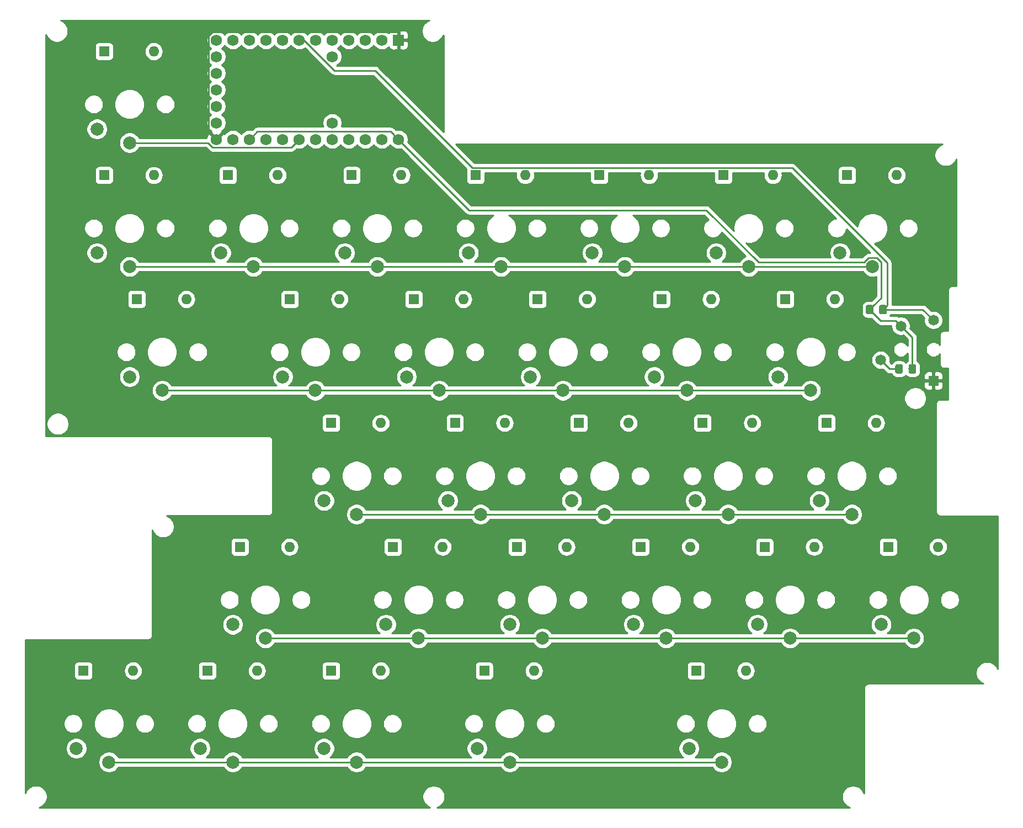
<source format=gbr>
G04 #@! TF.GenerationSoftware,KiCad,Pcbnew,(5.1.4-0-10_14)*
G04 #@! TF.CreationDate,2019-10-23T14:37:35-04:00*
G04 #@! TF.ProjectId,Nomad,4e6f6d61-642e-46b6-9963-61645f706362,rev?*
G04 #@! TF.SameCoordinates,Original*
G04 #@! TF.FileFunction,Copper,L2,Bot*
G04 #@! TF.FilePolarity,Positive*
%FSLAX46Y46*%
G04 Gerber Fmt 4.6, Leading zero omitted, Abs format (unit mm)*
G04 Created by KiCad (PCBNEW (5.1.4-0-10_14)) date 2019-10-23 14:37:35*
%MOMM*%
%LPD*%
G04 APERTURE LIST*
%ADD10C,2.000000*%
%ADD11C,1.650000*%
%ADD12R,1.650000X1.650000*%
%ADD13C,1.752600*%
%ADD14R,1.752600X1.752600*%
%ADD15C,0.100000*%
%ADD16C,1.150000*%
%ADD17O,1.600000X1.600000*%
%ADD18R,1.600000X1.600000*%
%ADD19C,0.250000*%
%ADD20C,0.254000*%
G04 APERTURE END LIST*
D10*
X59053333Y-114850000D03*
X64053333Y-116950000D03*
X104720000Y-76850000D03*
X109720000Y-78950000D03*
X38220000Y-38850000D03*
X43220000Y-40950000D03*
X152220000Y-57850000D03*
X157220000Y-59950000D03*
X133220000Y-57850000D03*
X138220000Y-59950000D03*
X114220000Y-57850000D03*
X119220000Y-59950000D03*
X95220000Y-57850000D03*
X100220000Y-59950000D03*
X76220000Y-57850000D03*
X81220000Y-59950000D03*
X57220000Y-57850000D03*
X62220000Y-59950000D03*
X38220000Y-57850000D03*
X43220000Y-59950000D03*
X142720000Y-76850000D03*
X147720000Y-78950000D03*
X123720000Y-76850000D03*
X128720000Y-78950000D03*
X85720000Y-76850000D03*
X90720000Y-78950000D03*
X66720000Y-76850000D03*
X71720000Y-78950000D03*
X43220000Y-76850000D03*
X48220000Y-78950000D03*
X149053333Y-95850000D03*
X154053333Y-97950000D03*
X130053333Y-95850000D03*
X135053333Y-97950000D03*
X111053333Y-95850000D03*
X116053333Y-97950000D03*
X92053333Y-95850000D03*
X97053333Y-97950000D03*
X73053333Y-95850000D03*
X78053333Y-97950000D03*
X158553333Y-114850000D03*
X163553333Y-116950000D03*
X139553333Y-114850000D03*
X144553333Y-116950000D03*
X120553333Y-114850000D03*
X125553333Y-116950000D03*
X101553333Y-114850000D03*
X106553333Y-116950000D03*
X82553333Y-114850000D03*
X87553333Y-116950000D03*
X129053333Y-133850000D03*
X134053333Y-135950000D03*
X96553333Y-133850000D03*
X101553333Y-135950000D03*
X73053333Y-133850000D03*
X78053333Y-135950000D03*
X54053333Y-133850000D03*
X59053333Y-135950000D03*
X35053333Y-133850000D03*
X40053333Y-135950000D03*
D11*
X166560000Y-68160000D03*
X158460000Y-74260000D03*
X161560000Y-69060000D03*
D12*
X166560000Y-77460000D03*
D13*
X74310000Y-27750000D03*
X74310000Y-37910000D03*
X84470000Y-40450000D03*
X81930000Y-40450000D03*
X79390000Y-40450000D03*
X76850000Y-40450000D03*
X74310000Y-40450000D03*
X71770000Y-40450000D03*
X69230000Y-40450000D03*
X66690000Y-40450000D03*
X64150000Y-40450000D03*
X61610000Y-40450000D03*
X59070000Y-40450000D03*
X56530000Y-40450000D03*
X56530000Y-37910000D03*
X56530000Y-35370000D03*
X56530000Y-32830000D03*
X56530000Y-30290000D03*
X56530000Y-27750000D03*
X56530000Y-25210000D03*
X59070000Y-25210000D03*
X61610000Y-25210000D03*
X64150000Y-25210000D03*
X66690000Y-25210000D03*
X69230000Y-25210000D03*
X71770000Y-25210000D03*
X74310000Y-25210000D03*
X76850000Y-25210000D03*
X79390000Y-25210000D03*
X81930000Y-25210000D03*
D14*
X84470000Y-25210000D03*
D15*
G36*
X163679505Y-74941204D02*
G01*
X163703773Y-74944804D01*
X163727572Y-74950765D01*
X163750671Y-74959030D01*
X163772850Y-74969520D01*
X163793893Y-74982132D01*
X163813599Y-74996747D01*
X163831777Y-75013223D01*
X163848253Y-75031401D01*
X163862868Y-75051107D01*
X163875480Y-75072150D01*
X163885970Y-75094329D01*
X163894235Y-75117428D01*
X163900196Y-75141227D01*
X163903796Y-75165495D01*
X163905000Y-75189999D01*
X163905000Y-76090001D01*
X163903796Y-76114505D01*
X163900196Y-76138773D01*
X163894235Y-76162572D01*
X163885970Y-76185671D01*
X163875480Y-76207850D01*
X163862868Y-76228893D01*
X163848253Y-76248599D01*
X163831777Y-76266777D01*
X163813599Y-76283253D01*
X163793893Y-76297868D01*
X163772850Y-76310480D01*
X163750671Y-76320970D01*
X163727572Y-76329235D01*
X163703773Y-76335196D01*
X163679505Y-76338796D01*
X163655001Y-76340000D01*
X163004999Y-76340000D01*
X162980495Y-76338796D01*
X162956227Y-76335196D01*
X162932428Y-76329235D01*
X162909329Y-76320970D01*
X162887150Y-76310480D01*
X162866107Y-76297868D01*
X162846401Y-76283253D01*
X162828223Y-76266777D01*
X162811747Y-76248599D01*
X162797132Y-76228893D01*
X162784520Y-76207850D01*
X162774030Y-76185671D01*
X162765765Y-76162572D01*
X162759804Y-76138773D01*
X162756204Y-76114505D01*
X162755000Y-76090001D01*
X162755000Y-75189999D01*
X162756204Y-75165495D01*
X162759804Y-75141227D01*
X162765765Y-75117428D01*
X162774030Y-75094329D01*
X162784520Y-75072150D01*
X162797132Y-75051107D01*
X162811747Y-75031401D01*
X162828223Y-75013223D01*
X162846401Y-74996747D01*
X162866107Y-74982132D01*
X162887150Y-74969520D01*
X162909329Y-74959030D01*
X162932428Y-74950765D01*
X162956227Y-74944804D01*
X162980495Y-74941204D01*
X163004999Y-74940000D01*
X163655001Y-74940000D01*
X163679505Y-74941204D01*
X163679505Y-74941204D01*
G37*
D16*
X163330000Y-75640000D03*
D15*
G36*
X161629505Y-74941204D02*
G01*
X161653773Y-74944804D01*
X161677572Y-74950765D01*
X161700671Y-74959030D01*
X161722850Y-74969520D01*
X161743893Y-74982132D01*
X161763599Y-74996747D01*
X161781777Y-75013223D01*
X161798253Y-75031401D01*
X161812868Y-75051107D01*
X161825480Y-75072150D01*
X161835970Y-75094329D01*
X161844235Y-75117428D01*
X161850196Y-75141227D01*
X161853796Y-75165495D01*
X161855000Y-75189999D01*
X161855000Y-76090001D01*
X161853796Y-76114505D01*
X161850196Y-76138773D01*
X161844235Y-76162572D01*
X161835970Y-76185671D01*
X161825480Y-76207850D01*
X161812868Y-76228893D01*
X161798253Y-76248599D01*
X161781777Y-76266777D01*
X161763599Y-76283253D01*
X161743893Y-76297868D01*
X161722850Y-76310480D01*
X161700671Y-76320970D01*
X161677572Y-76329235D01*
X161653773Y-76335196D01*
X161629505Y-76338796D01*
X161605001Y-76340000D01*
X160954999Y-76340000D01*
X160930495Y-76338796D01*
X160906227Y-76335196D01*
X160882428Y-76329235D01*
X160859329Y-76320970D01*
X160837150Y-76310480D01*
X160816107Y-76297868D01*
X160796401Y-76283253D01*
X160778223Y-76266777D01*
X160761747Y-76248599D01*
X160747132Y-76228893D01*
X160734520Y-76207850D01*
X160724030Y-76185671D01*
X160715765Y-76162572D01*
X160709804Y-76138773D01*
X160706204Y-76114505D01*
X160705000Y-76090001D01*
X160705000Y-75189999D01*
X160706204Y-75165495D01*
X160709804Y-75141227D01*
X160715765Y-75117428D01*
X160724030Y-75094329D01*
X160734520Y-75072150D01*
X160747132Y-75051107D01*
X160761747Y-75031401D01*
X160778223Y-75013223D01*
X160796401Y-74996747D01*
X160816107Y-74982132D01*
X160837150Y-74969520D01*
X160859329Y-74959030D01*
X160882428Y-74950765D01*
X160906227Y-74944804D01*
X160930495Y-74941204D01*
X160954999Y-74940000D01*
X161605001Y-74940000D01*
X161629505Y-74941204D01*
X161629505Y-74941204D01*
G37*
D16*
X161280000Y-75640000D03*
D15*
G36*
X157119505Y-65841204D02*
G01*
X157143773Y-65844804D01*
X157167572Y-65850765D01*
X157190671Y-65859030D01*
X157212850Y-65869520D01*
X157233893Y-65882132D01*
X157253599Y-65896747D01*
X157271777Y-65913223D01*
X157288253Y-65931401D01*
X157302868Y-65951107D01*
X157315480Y-65972150D01*
X157325970Y-65994329D01*
X157334235Y-66017428D01*
X157340196Y-66041227D01*
X157343796Y-66065495D01*
X157345000Y-66089999D01*
X157345000Y-66990001D01*
X157343796Y-67014505D01*
X157340196Y-67038773D01*
X157334235Y-67062572D01*
X157325970Y-67085671D01*
X157315480Y-67107850D01*
X157302868Y-67128893D01*
X157288253Y-67148599D01*
X157271777Y-67166777D01*
X157253599Y-67183253D01*
X157233893Y-67197868D01*
X157212850Y-67210480D01*
X157190671Y-67220970D01*
X157167572Y-67229235D01*
X157143773Y-67235196D01*
X157119505Y-67238796D01*
X157095001Y-67240000D01*
X156444999Y-67240000D01*
X156420495Y-67238796D01*
X156396227Y-67235196D01*
X156372428Y-67229235D01*
X156349329Y-67220970D01*
X156327150Y-67210480D01*
X156306107Y-67197868D01*
X156286401Y-67183253D01*
X156268223Y-67166777D01*
X156251747Y-67148599D01*
X156237132Y-67128893D01*
X156224520Y-67107850D01*
X156214030Y-67085671D01*
X156205765Y-67062572D01*
X156199804Y-67038773D01*
X156196204Y-67014505D01*
X156195000Y-66990001D01*
X156195000Y-66089999D01*
X156196204Y-66065495D01*
X156199804Y-66041227D01*
X156205765Y-66017428D01*
X156214030Y-65994329D01*
X156224520Y-65972150D01*
X156237132Y-65951107D01*
X156251747Y-65931401D01*
X156268223Y-65913223D01*
X156286401Y-65896747D01*
X156306107Y-65882132D01*
X156327150Y-65869520D01*
X156349329Y-65859030D01*
X156372428Y-65850765D01*
X156396227Y-65844804D01*
X156420495Y-65841204D01*
X156444999Y-65840000D01*
X157095001Y-65840000D01*
X157119505Y-65841204D01*
X157119505Y-65841204D01*
G37*
D16*
X156770000Y-66540000D03*
D15*
G36*
X159169505Y-65841204D02*
G01*
X159193773Y-65844804D01*
X159217572Y-65850765D01*
X159240671Y-65859030D01*
X159262850Y-65869520D01*
X159283893Y-65882132D01*
X159303599Y-65896747D01*
X159321777Y-65913223D01*
X159338253Y-65931401D01*
X159352868Y-65951107D01*
X159365480Y-65972150D01*
X159375970Y-65994329D01*
X159384235Y-66017428D01*
X159390196Y-66041227D01*
X159393796Y-66065495D01*
X159395000Y-66089999D01*
X159395000Y-66990001D01*
X159393796Y-67014505D01*
X159390196Y-67038773D01*
X159384235Y-67062572D01*
X159375970Y-67085671D01*
X159365480Y-67107850D01*
X159352868Y-67128893D01*
X159338253Y-67148599D01*
X159321777Y-67166777D01*
X159303599Y-67183253D01*
X159283893Y-67197868D01*
X159262850Y-67210480D01*
X159240671Y-67220970D01*
X159217572Y-67229235D01*
X159193773Y-67235196D01*
X159169505Y-67238796D01*
X159145001Y-67240000D01*
X158494999Y-67240000D01*
X158470495Y-67238796D01*
X158446227Y-67235196D01*
X158422428Y-67229235D01*
X158399329Y-67220970D01*
X158377150Y-67210480D01*
X158356107Y-67197868D01*
X158336401Y-67183253D01*
X158318223Y-67166777D01*
X158301747Y-67148599D01*
X158287132Y-67128893D01*
X158274520Y-67107850D01*
X158264030Y-67085671D01*
X158255765Y-67062572D01*
X158249804Y-67038773D01*
X158246204Y-67014505D01*
X158245000Y-66990001D01*
X158245000Y-66089999D01*
X158246204Y-66065495D01*
X158249804Y-66041227D01*
X158255765Y-66017428D01*
X158264030Y-65994329D01*
X158274520Y-65972150D01*
X158287132Y-65951107D01*
X158301747Y-65931401D01*
X158318223Y-65913223D01*
X158336401Y-65896747D01*
X158356107Y-65882132D01*
X158377150Y-65869520D01*
X158399329Y-65859030D01*
X158422428Y-65850765D01*
X158446227Y-65844804D01*
X158470495Y-65841204D01*
X158494999Y-65840000D01*
X159145001Y-65840000D01*
X159169505Y-65841204D01*
X159169505Y-65841204D01*
G37*
D16*
X158820000Y-66540000D03*
D17*
X167263333Y-102940000D03*
D18*
X159643333Y-102940000D03*
D17*
X157763333Y-83940000D03*
D18*
X150143333Y-83940000D03*
D17*
X160930000Y-45940000D03*
D18*
X153310000Y-45940000D03*
D17*
X137763333Y-121940000D03*
D18*
X130143333Y-121940000D03*
D17*
X148263333Y-102940000D03*
D18*
X140643333Y-102940000D03*
D17*
X138763333Y-83940000D03*
D18*
X131143333Y-83940000D03*
D17*
X151430000Y-64940000D03*
D18*
X143810000Y-64940000D03*
D17*
X141930000Y-45940000D03*
D18*
X134310000Y-45940000D03*
D17*
X129263333Y-102940000D03*
D18*
X121643333Y-102940000D03*
D17*
X119763333Y-83940000D03*
D18*
X112143333Y-83940000D03*
D17*
X132430000Y-64940000D03*
D18*
X124810000Y-64940000D03*
D17*
X122930000Y-45940000D03*
D18*
X115310000Y-45940000D03*
D17*
X105263333Y-121940000D03*
D18*
X97643333Y-121940000D03*
D17*
X110263333Y-102940000D03*
D18*
X102643333Y-102940000D03*
D17*
X100763333Y-83940000D03*
D18*
X93143333Y-83940000D03*
D17*
X113430000Y-64940000D03*
D18*
X105810000Y-64940000D03*
D17*
X103930000Y-45940000D03*
D18*
X96310000Y-45940000D03*
D17*
X81763333Y-121940000D03*
D18*
X74143333Y-121940000D03*
D17*
X91263333Y-102940000D03*
D18*
X83643333Y-102940000D03*
D17*
X81763333Y-83940000D03*
D18*
X74143333Y-83940000D03*
D17*
X94430000Y-64940000D03*
D18*
X86810000Y-64940000D03*
D17*
X84930000Y-45940000D03*
D18*
X77310000Y-45940000D03*
D17*
X62763333Y-121940000D03*
D18*
X55143333Y-121940000D03*
D17*
X67763333Y-102940000D03*
D18*
X60143333Y-102940000D03*
D17*
X75430000Y-64940000D03*
D18*
X67810000Y-64940000D03*
D17*
X65930000Y-45940000D03*
D18*
X58310000Y-45940000D03*
D17*
X43763333Y-121940000D03*
D18*
X36143333Y-121940000D03*
D17*
X51930000Y-64940000D03*
D18*
X44310000Y-64940000D03*
D17*
X46930000Y-45940000D03*
D18*
X39310000Y-45940000D03*
D17*
X46930000Y-26940000D03*
D18*
X39310000Y-26940000D03*
D19*
X164940000Y-66540000D02*
X166560000Y-68160000D01*
X158820000Y-66540000D02*
X164940000Y-66540000D01*
X159443372Y-59363372D02*
X159443372Y-65916628D01*
X144894999Y-44814999D02*
X159443372Y-59363372D01*
X74651037Y-29868963D02*
X80883975Y-29868963D01*
X69992074Y-25210000D02*
X74651037Y-29868963D01*
X95830011Y-44814999D02*
X144894999Y-44814999D01*
X80883975Y-29868963D02*
X95830011Y-44814999D01*
X159443372Y-65916628D02*
X158820000Y-66540000D01*
X69230000Y-25210000D02*
X69992074Y-25210000D01*
X163330000Y-70830000D02*
X161560000Y-69060000D01*
X163330000Y-75640000D02*
X163330000Y-70830000D01*
X157393372Y-67163372D02*
X156770000Y-66540000D01*
X158465001Y-68235001D02*
X157393372Y-67163372D01*
X160735001Y-68235001D02*
X158465001Y-68235001D01*
X161560000Y-69060000D02*
X160735001Y-68235001D01*
X83268699Y-39248699D02*
X83593701Y-39573701D01*
X83593701Y-39573701D02*
X84470000Y-40450000D01*
X62811301Y-39248699D02*
X83268699Y-39248699D01*
X61610000Y-40450000D02*
X62811301Y-39248699D01*
X157393372Y-65916628D02*
X156770000Y-66540000D01*
X158545001Y-59313999D02*
X158545001Y-64764999D01*
X156583999Y-58624999D02*
X157856001Y-58624999D01*
X155894999Y-59313999D02*
X156583999Y-58624999D01*
X131699002Y-51290000D02*
X139723001Y-59313999D01*
X157856001Y-58624999D02*
X158545001Y-59313999D01*
X95310000Y-51290000D02*
X131699002Y-51290000D01*
X158545001Y-64764999D02*
X157393372Y-65916628D01*
X139723001Y-59313999D02*
X155894999Y-59313999D01*
X84470000Y-40450000D02*
X95310000Y-51290000D01*
X159840000Y-75640000D02*
X161280000Y-75640000D01*
X158460000Y-74260000D02*
X159840000Y-75640000D01*
X55953375Y-41651301D02*
X68028699Y-41651301D01*
X68353701Y-41326299D02*
X69230000Y-40450000D01*
X55252074Y-40950000D02*
X55953375Y-41651301D01*
X68028699Y-41651301D02*
X68353701Y-41326299D01*
X43220000Y-40950000D02*
X55252074Y-40950000D01*
X43220000Y-59950000D02*
X62220000Y-59950000D01*
X62220000Y-59950000D02*
X81220000Y-59950000D01*
X81220000Y-59950000D02*
X100220000Y-59950000D01*
X100220000Y-59950000D02*
X119220000Y-59950000D01*
X119220000Y-59950000D02*
X138220000Y-59950000D01*
X138220000Y-59950000D02*
X157220000Y-59950000D01*
X66581002Y-78950000D02*
X71720000Y-78950000D01*
X48220000Y-78950000D02*
X66581002Y-78950000D01*
X73134213Y-78950000D02*
X90720000Y-78950000D01*
X71720000Y-78950000D02*
X73134213Y-78950000D01*
X92134213Y-78950000D02*
X109720000Y-78950000D01*
X90720000Y-78950000D02*
X92134213Y-78950000D01*
X109720000Y-78950000D02*
X128720000Y-78950000D01*
X128720000Y-78950000D02*
X147720000Y-78950000D01*
X40053333Y-135950000D02*
X59053333Y-135950000D01*
X59053333Y-135950000D02*
X78053333Y-135950000D01*
X78053333Y-135950000D02*
X101553333Y-135950000D01*
X102967546Y-135950000D02*
X134053333Y-135950000D01*
X101553333Y-135950000D02*
X102967546Y-135950000D01*
X64053333Y-116950000D02*
X87553333Y-116950000D01*
X87553333Y-116950000D02*
X106553333Y-116950000D01*
X106553333Y-116950000D02*
X125553333Y-116950000D01*
X125553333Y-116950000D02*
X144553333Y-116950000D01*
X145967546Y-116950000D02*
X163553333Y-116950000D01*
X144553333Y-116950000D02*
X145967546Y-116950000D01*
X78053333Y-97950000D02*
X97053333Y-97950000D01*
X97053333Y-97950000D02*
X116053333Y-97950000D01*
X116053333Y-97950000D02*
X135053333Y-97950000D01*
X135053333Y-97950000D02*
X154053333Y-97950000D01*
X84470000Y-24083700D02*
X84470000Y-25210000D01*
X84394999Y-24008699D02*
X84470000Y-24083700D01*
X55328699Y-24633375D02*
X55953375Y-24008699D01*
X55328699Y-39248699D02*
X55328699Y-24633375D01*
X55953375Y-24008699D02*
X84394999Y-24008699D01*
X56530000Y-40450000D02*
X55328699Y-39248699D01*
D20*
G36*
X88918169Y-22302463D02*
G01*
X88634002Y-22492337D01*
X88392337Y-22734002D01*
X88202463Y-23018169D01*
X88071675Y-23333919D01*
X88005000Y-23669117D01*
X88005000Y-24010883D01*
X88071675Y-24346081D01*
X88202463Y-24661831D01*
X88392337Y-24945998D01*
X88634002Y-25187663D01*
X88918169Y-25377537D01*
X89233919Y-25508325D01*
X89569117Y-25575000D01*
X89910883Y-25575000D01*
X90246081Y-25508325D01*
X90561831Y-25377537D01*
X90845998Y-25187663D01*
X91087663Y-24945998D01*
X91277537Y-24661831D01*
X91370000Y-24438605D01*
X91370001Y-39280187D01*
X81447779Y-29357966D01*
X81423976Y-29328962D01*
X81308251Y-29233989D01*
X81176222Y-29163417D01*
X81032961Y-29119960D01*
X80921308Y-29108963D01*
X80921297Y-29108963D01*
X80883975Y-29105287D01*
X80846653Y-29108963D01*
X74978391Y-29108963D01*
X75025869Y-29089297D01*
X75273398Y-28923904D01*
X75483904Y-28713398D01*
X75649297Y-28465869D01*
X75763222Y-28190830D01*
X75821300Y-27898850D01*
X75821300Y-27601150D01*
X75763222Y-27309170D01*
X75649297Y-27034131D01*
X75483904Y-26786602D01*
X75273398Y-26576096D01*
X75129580Y-26480000D01*
X75273398Y-26383904D01*
X75483904Y-26173398D01*
X75580000Y-26029580D01*
X75676096Y-26173398D01*
X75886602Y-26383904D01*
X76134131Y-26549297D01*
X76409170Y-26663222D01*
X76701150Y-26721300D01*
X76998850Y-26721300D01*
X77290830Y-26663222D01*
X77565869Y-26549297D01*
X77813398Y-26383904D01*
X78023904Y-26173398D01*
X78120000Y-26029580D01*
X78216096Y-26173398D01*
X78426602Y-26383904D01*
X78674131Y-26549297D01*
X78949170Y-26663222D01*
X79241150Y-26721300D01*
X79538850Y-26721300D01*
X79830830Y-26663222D01*
X80105869Y-26549297D01*
X80353398Y-26383904D01*
X80563904Y-26173398D01*
X80660000Y-26029580D01*
X80756096Y-26173398D01*
X80966602Y-26383904D01*
X81214131Y-26549297D01*
X81489170Y-26663222D01*
X81781150Y-26721300D01*
X82078850Y-26721300D01*
X82370830Y-26663222D01*
X82645869Y-26549297D01*
X82893398Y-26383904D01*
X82990844Y-26286458D01*
X83004198Y-26330480D01*
X83063163Y-26440794D01*
X83142515Y-26537485D01*
X83239206Y-26616837D01*
X83349520Y-26675802D01*
X83469218Y-26712112D01*
X83593700Y-26724372D01*
X84184250Y-26721300D01*
X84343000Y-26562550D01*
X84343000Y-25337000D01*
X84597000Y-25337000D01*
X84597000Y-26562550D01*
X84755750Y-26721300D01*
X85346300Y-26724372D01*
X85470782Y-26712112D01*
X85590480Y-26675802D01*
X85700794Y-26616837D01*
X85797485Y-26537485D01*
X85876837Y-26440794D01*
X85935802Y-26330480D01*
X85972112Y-26210782D01*
X85984372Y-26086300D01*
X85981300Y-25495750D01*
X85822550Y-25337000D01*
X84597000Y-25337000D01*
X84343000Y-25337000D01*
X84323000Y-25337000D01*
X84323000Y-25083000D01*
X84343000Y-25083000D01*
X84343000Y-23857450D01*
X84597000Y-23857450D01*
X84597000Y-25083000D01*
X85822550Y-25083000D01*
X85981300Y-24924250D01*
X85984372Y-24333700D01*
X85972112Y-24209218D01*
X85935802Y-24089520D01*
X85876837Y-23979206D01*
X85797485Y-23882515D01*
X85700794Y-23803163D01*
X85590480Y-23744198D01*
X85470782Y-23707888D01*
X85346300Y-23695628D01*
X84755750Y-23698700D01*
X84597000Y-23857450D01*
X84343000Y-23857450D01*
X84184250Y-23698700D01*
X83593700Y-23695628D01*
X83469218Y-23707888D01*
X83349520Y-23744198D01*
X83239206Y-23803163D01*
X83142515Y-23882515D01*
X83063163Y-23979206D01*
X83004198Y-24089520D01*
X82990844Y-24133542D01*
X82893398Y-24036096D01*
X82645869Y-23870703D01*
X82370830Y-23756778D01*
X82078850Y-23698700D01*
X81781150Y-23698700D01*
X81489170Y-23756778D01*
X81214131Y-23870703D01*
X80966602Y-24036096D01*
X80756096Y-24246602D01*
X80660000Y-24390420D01*
X80563904Y-24246602D01*
X80353398Y-24036096D01*
X80105869Y-23870703D01*
X79830830Y-23756778D01*
X79538850Y-23698700D01*
X79241150Y-23698700D01*
X78949170Y-23756778D01*
X78674131Y-23870703D01*
X78426602Y-24036096D01*
X78216096Y-24246602D01*
X78120000Y-24390420D01*
X78023904Y-24246602D01*
X77813398Y-24036096D01*
X77565869Y-23870703D01*
X77290830Y-23756778D01*
X76998850Y-23698700D01*
X76701150Y-23698700D01*
X76409170Y-23756778D01*
X76134131Y-23870703D01*
X75886602Y-24036096D01*
X75676096Y-24246602D01*
X75580000Y-24390420D01*
X75483904Y-24246602D01*
X75273398Y-24036096D01*
X75025869Y-23870703D01*
X74750830Y-23756778D01*
X74458850Y-23698700D01*
X74161150Y-23698700D01*
X73869170Y-23756778D01*
X73594131Y-23870703D01*
X73346602Y-24036096D01*
X73136096Y-24246602D01*
X73040000Y-24390420D01*
X72943904Y-24246602D01*
X72733398Y-24036096D01*
X72485869Y-23870703D01*
X72210830Y-23756778D01*
X71918850Y-23698700D01*
X71621150Y-23698700D01*
X71329170Y-23756778D01*
X71054131Y-23870703D01*
X70806602Y-24036096D01*
X70596096Y-24246602D01*
X70500000Y-24390420D01*
X70403904Y-24246602D01*
X70193398Y-24036096D01*
X69945869Y-23870703D01*
X69670830Y-23756778D01*
X69378850Y-23698700D01*
X69081150Y-23698700D01*
X68789170Y-23756778D01*
X68514131Y-23870703D01*
X68266602Y-24036096D01*
X68056096Y-24246602D01*
X67960000Y-24390420D01*
X67863904Y-24246602D01*
X67653398Y-24036096D01*
X67405869Y-23870703D01*
X67130830Y-23756778D01*
X66838850Y-23698700D01*
X66541150Y-23698700D01*
X66249170Y-23756778D01*
X65974131Y-23870703D01*
X65726602Y-24036096D01*
X65516096Y-24246602D01*
X65420000Y-24390420D01*
X65323904Y-24246602D01*
X65113398Y-24036096D01*
X64865869Y-23870703D01*
X64590830Y-23756778D01*
X64298850Y-23698700D01*
X64001150Y-23698700D01*
X63709170Y-23756778D01*
X63434131Y-23870703D01*
X63186602Y-24036096D01*
X62976096Y-24246602D01*
X62880000Y-24390420D01*
X62783904Y-24246602D01*
X62573398Y-24036096D01*
X62325869Y-23870703D01*
X62050830Y-23756778D01*
X61758850Y-23698700D01*
X61461150Y-23698700D01*
X61169170Y-23756778D01*
X60894131Y-23870703D01*
X60646602Y-24036096D01*
X60436096Y-24246602D01*
X60340000Y-24390420D01*
X60243904Y-24246602D01*
X60033398Y-24036096D01*
X59785869Y-23870703D01*
X59510830Y-23756778D01*
X59218850Y-23698700D01*
X58921150Y-23698700D01*
X58629170Y-23756778D01*
X58354131Y-23870703D01*
X58106602Y-24036096D01*
X57896096Y-24246602D01*
X57800000Y-24390420D01*
X57703904Y-24246602D01*
X57493398Y-24036096D01*
X57245869Y-23870703D01*
X56970830Y-23756778D01*
X56678850Y-23698700D01*
X56381150Y-23698700D01*
X56089170Y-23756778D01*
X55814131Y-23870703D01*
X55566602Y-24036096D01*
X55356096Y-24246602D01*
X55190703Y-24494131D01*
X55076778Y-24769170D01*
X55018700Y-25061150D01*
X55018700Y-25358850D01*
X55076778Y-25650830D01*
X55190703Y-25925869D01*
X55356096Y-26173398D01*
X55566602Y-26383904D01*
X55710420Y-26480000D01*
X55566602Y-26576096D01*
X55356096Y-26786602D01*
X55190703Y-27034131D01*
X55076778Y-27309170D01*
X55018700Y-27601150D01*
X55018700Y-27898850D01*
X55076778Y-28190830D01*
X55190703Y-28465869D01*
X55356096Y-28713398D01*
X55566602Y-28923904D01*
X55710420Y-29020000D01*
X55566602Y-29116096D01*
X55356096Y-29326602D01*
X55190703Y-29574131D01*
X55076778Y-29849170D01*
X55018700Y-30141150D01*
X55018700Y-30438850D01*
X55076778Y-30730830D01*
X55190703Y-31005869D01*
X55356096Y-31253398D01*
X55566602Y-31463904D01*
X55710420Y-31560000D01*
X55566602Y-31656096D01*
X55356096Y-31866602D01*
X55190703Y-32114131D01*
X55076778Y-32389170D01*
X55018700Y-32681150D01*
X55018700Y-32978850D01*
X55076778Y-33270830D01*
X55190703Y-33545869D01*
X55356096Y-33793398D01*
X55566602Y-34003904D01*
X55710420Y-34100000D01*
X55566602Y-34196096D01*
X55356096Y-34406602D01*
X55190703Y-34654131D01*
X55076778Y-34929170D01*
X55018700Y-35221150D01*
X55018700Y-35518850D01*
X55076778Y-35810830D01*
X55190703Y-36085869D01*
X55356096Y-36333398D01*
X55566602Y-36543904D01*
X55710420Y-36640000D01*
X55566602Y-36736096D01*
X55356096Y-36946602D01*
X55190703Y-37194131D01*
X55076778Y-37469170D01*
X55018700Y-37761150D01*
X55018700Y-38058850D01*
X55076778Y-38350830D01*
X55190703Y-38625869D01*
X55356096Y-38873398D01*
X55566602Y-39083904D01*
X55729809Y-39192955D01*
X55662437Y-39402831D01*
X56530000Y-40270395D01*
X57397563Y-39402831D01*
X57330191Y-39192955D01*
X57493398Y-39083904D01*
X57703904Y-38873398D01*
X57869297Y-38625869D01*
X57983222Y-38350830D01*
X58041300Y-38058850D01*
X58041300Y-37761150D01*
X57983222Y-37469170D01*
X57869297Y-37194131D01*
X57703904Y-36946602D01*
X57493398Y-36736096D01*
X57349580Y-36640000D01*
X57493398Y-36543904D01*
X57703904Y-36333398D01*
X57869297Y-36085869D01*
X57983222Y-35810830D01*
X58041300Y-35518850D01*
X58041300Y-35221150D01*
X57983222Y-34929170D01*
X57869297Y-34654131D01*
X57703904Y-34406602D01*
X57493398Y-34196096D01*
X57349580Y-34100000D01*
X57493398Y-34003904D01*
X57703904Y-33793398D01*
X57869297Y-33545869D01*
X57983222Y-33270830D01*
X58041300Y-32978850D01*
X58041300Y-32681150D01*
X57983222Y-32389170D01*
X57869297Y-32114131D01*
X57703904Y-31866602D01*
X57493398Y-31656096D01*
X57349580Y-31560000D01*
X57493398Y-31463904D01*
X57703904Y-31253398D01*
X57869297Y-31005869D01*
X57983222Y-30730830D01*
X58041300Y-30438850D01*
X58041300Y-30141150D01*
X57983222Y-29849170D01*
X57869297Y-29574131D01*
X57703904Y-29326602D01*
X57493398Y-29116096D01*
X57349580Y-29020000D01*
X57493398Y-28923904D01*
X57703904Y-28713398D01*
X57869297Y-28465869D01*
X57983222Y-28190830D01*
X58041300Y-27898850D01*
X58041300Y-27601150D01*
X57983222Y-27309170D01*
X57869297Y-27034131D01*
X57703904Y-26786602D01*
X57493398Y-26576096D01*
X57349580Y-26480000D01*
X57493398Y-26383904D01*
X57703904Y-26173398D01*
X57800000Y-26029580D01*
X57896096Y-26173398D01*
X58106602Y-26383904D01*
X58354131Y-26549297D01*
X58629170Y-26663222D01*
X58921150Y-26721300D01*
X59218850Y-26721300D01*
X59510830Y-26663222D01*
X59785869Y-26549297D01*
X60033398Y-26383904D01*
X60243904Y-26173398D01*
X60340000Y-26029580D01*
X60436096Y-26173398D01*
X60646602Y-26383904D01*
X60894131Y-26549297D01*
X61169170Y-26663222D01*
X61461150Y-26721300D01*
X61758850Y-26721300D01*
X62050830Y-26663222D01*
X62325869Y-26549297D01*
X62573398Y-26383904D01*
X62783904Y-26173398D01*
X62880000Y-26029580D01*
X62976096Y-26173398D01*
X63186602Y-26383904D01*
X63434131Y-26549297D01*
X63709170Y-26663222D01*
X64001150Y-26721300D01*
X64298850Y-26721300D01*
X64590830Y-26663222D01*
X64865869Y-26549297D01*
X65113398Y-26383904D01*
X65323904Y-26173398D01*
X65420000Y-26029580D01*
X65516096Y-26173398D01*
X65726602Y-26383904D01*
X65974131Y-26549297D01*
X66249170Y-26663222D01*
X66541150Y-26721300D01*
X66838850Y-26721300D01*
X67130830Y-26663222D01*
X67405869Y-26549297D01*
X67653398Y-26383904D01*
X67863904Y-26173398D01*
X67960000Y-26029580D01*
X68056096Y-26173398D01*
X68266602Y-26383904D01*
X68514131Y-26549297D01*
X68789170Y-26663222D01*
X69081150Y-26721300D01*
X69378850Y-26721300D01*
X69670830Y-26663222D01*
X69945869Y-26549297D01*
X70132121Y-26424848D01*
X74087237Y-30379965D01*
X74111036Y-30408964D01*
X74226761Y-30503937D01*
X74358790Y-30574509D01*
X74502051Y-30617966D01*
X74613704Y-30628963D01*
X74613712Y-30628963D01*
X74651037Y-30632639D01*
X74688362Y-30628963D01*
X80569174Y-30628963D01*
X94900839Y-44960629D01*
X94884188Y-45015518D01*
X94871928Y-45140000D01*
X94871928Y-46740000D01*
X94884188Y-46864482D01*
X94920498Y-46984180D01*
X94979463Y-47094494D01*
X95058815Y-47191185D01*
X95155506Y-47270537D01*
X95265820Y-47329502D01*
X95385518Y-47365812D01*
X95510000Y-47378072D01*
X97110000Y-47378072D01*
X97234482Y-47365812D01*
X97354180Y-47329502D01*
X97464494Y-47270537D01*
X97561185Y-47191185D01*
X97640537Y-47094494D01*
X97699502Y-46984180D01*
X97735812Y-46864482D01*
X97748072Y-46740000D01*
X97748072Y-45574999D01*
X102541151Y-45574999D01*
X102515764Y-45658691D01*
X102488057Y-45940000D01*
X102515764Y-46221309D01*
X102597818Y-46491808D01*
X102731068Y-46741101D01*
X102910392Y-46959608D01*
X103128899Y-47138932D01*
X103378192Y-47272182D01*
X103648691Y-47354236D01*
X103859508Y-47375000D01*
X104000492Y-47375000D01*
X104211309Y-47354236D01*
X104481808Y-47272182D01*
X104731101Y-47138932D01*
X104949608Y-46959608D01*
X105128932Y-46741101D01*
X105262182Y-46491808D01*
X105344236Y-46221309D01*
X105371943Y-45940000D01*
X105344236Y-45658691D01*
X105318849Y-45574999D01*
X113871928Y-45574999D01*
X113871928Y-46740000D01*
X113884188Y-46864482D01*
X113920498Y-46984180D01*
X113979463Y-47094494D01*
X114058815Y-47191185D01*
X114155506Y-47270537D01*
X114265820Y-47329502D01*
X114385518Y-47365812D01*
X114510000Y-47378072D01*
X116110000Y-47378072D01*
X116234482Y-47365812D01*
X116354180Y-47329502D01*
X116464494Y-47270537D01*
X116561185Y-47191185D01*
X116640537Y-47094494D01*
X116699502Y-46984180D01*
X116735812Y-46864482D01*
X116748072Y-46740000D01*
X116748072Y-45574999D01*
X121541151Y-45574999D01*
X121515764Y-45658691D01*
X121488057Y-45940000D01*
X121515764Y-46221309D01*
X121597818Y-46491808D01*
X121731068Y-46741101D01*
X121910392Y-46959608D01*
X122128899Y-47138932D01*
X122378192Y-47272182D01*
X122648691Y-47354236D01*
X122859508Y-47375000D01*
X123000492Y-47375000D01*
X123211309Y-47354236D01*
X123481808Y-47272182D01*
X123731101Y-47138932D01*
X123949608Y-46959608D01*
X124128932Y-46741101D01*
X124262182Y-46491808D01*
X124344236Y-46221309D01*
X124371943Y-45940000D01*
X124344236Y-45658691D01*
X124318849Y-45574999D01*
X132871928Y-45574999D01*
X132871928Y-46740000D01*
X132884188Y-46864482D01*
X132920498Y-46984180D01*
X132979463Y-47094494D01*
X133058815Y-47191185D01*
X133155506Y-47270537D01*
X133265820Y-47329502D01*
X133385518Y-47365812D01*
X133510000Y-47378072D01*
X135110000Y-47378072D01*
X135234482Y-47365812D01*
X135354180Y-47329502D01*
X135464494Y-47270537D01*
X135561185Y-47191185D01*
X135640537Y-47094494D01*
X135699502Y-46984180D01*
X135735812Y-46864482D01*
X135748072Y-46740000D01*
X135748072Y-45574999D01*
X140541151Y-45574999D01*
X140515764Y-45658691D01*
X140488057Y-45940000D01*
X140515764Y-46221309D01*
X140597818Y-46491808D01*
X140731068Y-46741101D01*
X140910392Y-46959608D01*
X141128899Y-47138932D01*
X141378192Y-47272182D01*
X141648691Y-47354236D01*
X141859508Y-47375000D01*
X142000492Y-47375000D01*
X142211309Y-47354236D01*
X142481808Y-47272182D01*
X142731101Y-47138932D01*
X142949608Y-46959608D01*
X143128932Y-46741101D01*
X143262182Y-46491808D01*
X143344236Y-46221309D01*
X143371943Y-45940000D01*
X143344236Y-45658691D01*
X143318849Y-45574999D01*
X144580198Y-45574999D01*
X151570786Y-52565588D01*
X151286842Y-52622068D01*
X151016589Y-52734010D01*
X150773368Y-52896525D01*
X150566525Y-53103368D01*
X150404010Y-53346589D01*
X150292068Y-53616842D01*
X150235000Y-53903740D01*
X150235000Y-54196260D01*
X150292068Y-54483158D01*
X150404010Y-54753411D01*
X150566525Y-54996632D01*
X150773368Y-55203475D01*
X151016589Y-55365990D01*
X151286842Y-55477932D01*
X151573740Y-55535000D01*
X151866260Y-55535000D01*
X152153158Y-55477932D01*
X152423411Y-55365990D01*
X152666632Y-55203475D01*
X152873475Y-54996632D01*
X153035990Y-54753411D01*
X153147932Y-54483158D01*
X153204412Y-54199215D01*
X156870196Y-57864999D01*
X156621321Y-57864999D01*
X156583998Y-57861323D01*
X156546675Y-57864999D01*
X156546666Y-57864999D01*
X156435013Y-57875996D01*
X156291752Y-57919453D01*
X156159722Y-57990025D01*
X156076082Y-58058667D01*
X156043998Y-58084998D01*
X156020200Y-58113997D01*
X155580198Y-58553999D01*
X153698105Y-58553999D01*
X153792168Y-58326912D01*
X153855000Y-58011033D01*
X153855000Y-57688967D01*
X153792168Y-57373088D01*
X153668918Y-57075537D01*
X153489987Y-56807748D01*
X153262252Y-56580013D01*
X152994463Y-56401082D01*
X152696912Y-56277832D01*
X152381033Y-56215000D01*
X152058967Y-56215000D01*
X151743088Y-56277832D01*
X151445537Y-56401082D01*
X151177748Y-56580013D01*
X150950013Y-56807748D01*
X150771082Y-57075537D01*
X150647832Y-57373088D01*
X150585000Y-57688967D01*
X150585000Y-58011033D01*
X150647832Y-58326912D01*
X150741895Y-58553999D01*
X140037803Y-58553999D01*
X137838704Y-56354901D01*
X137990023Y-56385000D01*
X138449977Y-56385000D01*
X138901094Y-56295267D01*
X139326037Y-56119250D01*
X139708476Y-55863713D01*
X140033713Y-55538476D01*
X140289250Y-55156037D01*
X140465267Y-54731094D01*
X140555000Y-54279977D01*
X140555000Y-53903740D01*
X142235000Y-53903740D01*
X142235000Y-54196260D01*
X142292068Y-54483158D01*
X142404010Y-54753411D01*
X142566525Y-54996632D01*
X142773368Y-55203475D01*
X143016589Y-55365990D01*
X143286842Y-55477932D01*
X143573740Y-55535000D01*
X143866260Y-55535000D01*
X144153158Y-55477932D01*
X144423411Y-55365990D01*
X144666632Y-55203475D01*
X144873475Y-54996632D01*
X145035990Y-54753411D01*
X145147932Y-54483158D01*
X145205000Y-54196260D01*
X145205000Y-53903740D01*
X145147932Y-53616842D01*
X145035990Y-53346589D01*
X144873475Y-53103368D01*
X144666632Y-52896525D01*
X144423411Y-52734010D01*
X144153158Y-52622068D01*
X143866260Y-52565000D01*
X143573740Y-52565000D01*
X143286842Y-52622068D01*
X143016589Y-52734010D01*
X142773368Y-52896525D01*
X142566525Y-53103368D01*
X142404010Y-53346589D01*
X142292068Y-53616842D01*
X142235000Y-53903740D01*
X140555000Y-53903740D01*
X140555000Y-53820023D01*
X140465267Y-53368906D01*
X140289250Y-52943963D01*
X140033713Y-52561524D01*
X139708476Y-52236287D01*
X139326037Y-51980750D01*
X138901094Y-51804733D01*
X138449977Y-51715000D01*
X137990023Y-51715000D01*
X137538906Y-51804733D01*
X137113963Y-51980750D01*
X136731524Y-52236287D01*
X136406287Y-52561524D01*
X136150750Y-52943963D01*
X135974733Y-53368906D01*
X135885000Y-53820023D01*
X135885000Y-54279977D01*
X135915099Y-54431296D01*
X132262806Y-50779003D01*
X132239003Y-50749999D01*
X132123278Y-50655026D01*
X131991249Y-50584454D01*
X131847988Y-50540997D01*
X131736335Y-50530000D01*
X131736324Y-50530000D01*
X131699002Y-50526324D01*
X131661680Y-50530000D01*
X95624802Y-50530000D01*
X85933576Y-40838775D01*
X85981300Y-40598850D01*
X85981300Y-40301150D01*
X85923222Y-40009170D01*
X85809297Y-39734131D01*
X85643904Y-39486602D01*
X85433398Y-39276096D01*
X85185869Y-39110703D01*
X84910830Y-38996778D01*
X84618850Y-38938700D01*
X84321150Y-38938700D01*
X84081225Y-38986424D01*
X83832503Y-38737702D01*
X83808700Y-38708698D01*
X83692975Y-38613725D01*
X83560946Y-38543153D01*
X83417685Y-38499696D01*
X83306032Y-38488699D01*
X83306021Y-38488699D01*
X83268699Y-38485023D01*
X83231377Y-38488699D01*
X75706115Y-38488699D01*
X75763222Y-38350830D01*
X75821300Y-38058850D01*
X75821300Y-37761150D01*
X75763222Y-37469170D01*
X75649297Y-37194131D01*
X75483904Y-36946602D01*
X75273398Y-36736096D01*
X75025869Y-36570703D01*
X74750830Y-36456778D01*
X74458850Y-36398700D01*
X74161150Y-36398700D01*
X73869170Y-36456778D01*
X73594131Y-36570703D01*
X73346602Y-36736096D01*
X73136096Y-36946602D01*
X72970703Y-37194131D01*
X72856778Y-37469170D01*
X72798700Y-37761150D01*
X72798700Y-38058850D01*
X72856778Y-38350830D01*
X72913885Y-38488699D01*
X62848623Y-38488699D01*
X62811300Y-38485023D01*
X62773977Y-38488699D01*
X62773968Y-38488699D01*
X62662315Y-38499696D01*
X62519054Y-38543153D01*
X62387025Y-38613725D01*
X62271300Y-38708698D01*
X62247502Y-38737696D01*
X61998775Y-38986424D01*
X61758850Y-38938700D01*
X61461150Y-38938700D01*
X61169170Y-38996778D01*
X60894131Y-39110703D01*
X60646602Y-39276096D01*
X60436096Y-39486602D01*
X60340000Y-39630420D01*
X60243904Y-39486602D01*
X60033398Y-39276096D01*
X59785869Y-39110703D01*
X59510830Y-38996778D01*
X59218850Y-38938700D01*
X58921150Y-38938700D01*
X58629170Y-38996778D01*
X58354131Y-39110703D01*
X58106602Y-39276096D01*
X57896096Y-39486602D01*
X57787045Y-39649809D01*
X57577169Y-39582437D01*
X56709605Y-40450000D01*
X56723748Y-40464142D01*
X56544143Y-40643748D01*
X56530000Y-40629605D01*
X56515858Y-40643748D01*
X56336252Y-40464142D01*
X56350395Y-40450000D01*
X55482831Y-39582437D01*
X55231071Y-39663254D01*
X55102543Y-39931779D01*
X55036589Y-40190000D01*
X44674909Y-40190000D01*
X44668918Y-40175537D01*
X44489987Y-39907748D01*
X44262252Y-39680013D01*
X43994463Y-39501082D01*
X43696912Y-39377832D01*
X43381033Y-39315000D01*
X43058967Y-39315000D01*
X42743088Y-39377832D01*
X42445537Y-39501082D01*
X42177748Y-39680013D01*
X41950013Y-39907748D01*
X41771082Y-40175537D01*
X41647832Y-40473088D01*
X41585000Y-40788967D01*
X41585000Y-41111033D01*
X41647832Y-41426912D01*
X41771082Y-41724463D01*
X41950013Y-41992252D01*
X42177748Y-42219987D01*
X42445537Y-42398918D01*
X42743088Y-42522168D01*
X43058967Y-42585000D01*
X43381033Y-42585000D01*
X43696912Y-42522168D01*
X43994463Y-42398918D01*
X44262252Y-42219987D01*
X44489987Y-41992252D01*
X44668918Y-41724463D01*
X44674909Y-41710000D01*
X54937272Y-41710000D01*
X55389580Y-42162309D01*
X55413374Y-42191302D01*
X55442367Y-42215096D01*
X55442371Y-42215100D01*
X55513060Y-42273112D01*
X55529099Y-42286275D01*
X55661128Y-42356847D01*
X55804389Y-42400304D01*
X55916042Y-42411301D01*
X55916051Y-42411301D01*
X55953374Y-42414977D01*
X55990697Y-42411301D01*
X67991377Y-42411301D01*
X68028699Y-42414977D01*
X68066021Y-42411301D01*
X68066032Y-42411301D01*
X68177685Y-42400304D01*
X68320946Y-42356847D01*
X68452975Y-42286275D01*
X68568700Y-42191302D01*
X68592503Y-42162298D01*
X68841225Y-41913576D01*
X69081150Y-41961300D01*
X69378850Y-41961300D01*
X69670830Y-41903222D01*
X69945869Y-41789297D01*
X70193398Y-41623904D01*
X70403904Y-41413398D01*
X70500000Y-41269580D01*
X70596096Y-41413398D01*
X70806602Y-41623904D01*
X71054131Y-41789297D01*
X71329170Y-41903222D01*
X71621150Y-41961300D01*
X71918850Y-41961300D01*
X72210830Y-41903222D01*
X72485869Y-41789297D01*
X72733398Y-41623904D01*
X72943904Y-41413398D01*
X73040000Y-41269580D01*
X73136096Y-41413398D01*
X73346602Y-41623904D01*
X73594131Y-41789297D01*
X73869170Y-41903222D01*
X74161150Y-41961300D01*
X74458850Y-41961300D01*
X74750830Y-41903222D01*
X75025869Y-41789297D01*
X75273398Y-41623904D01*
X75483904Y-41413398D01*
X75580000Y-41269580D01*
X75676096Y-41413398D01*
X75886602Y-41623904D01*
X76134131Y-41789297D01*
X76409170Y-41903222D01*
X76701150Y-41961300D01*
X76998850Y-41961300D01*
X77290830Y-41903222D01*
X77565869Y-41789297D01*
X77813398Y-41623904D01*
X78023904Y-41413398D01*
X78120000Y-41269580D01*
X78216096Y-41413398D01*
X78426602Y-41623904D01*
X78674131Y-41789297D01*
X78949170Y-41903222D01*
X79241150Y-41961300D01*
X79538850Y-41961300D01*
X79830830Y-41903222D01*
X80105869Y-41789297D01*
X80353398Y-41623904D01*
X80563904Y-41413398D01*
X80660000Y-41269580D01*
X80756096Y-41413398D01*
X80966602Y-41623904D01*
X81214131Y-41789297D01*
X81489170Y-41903222D01*
X81781150Y-41961300D01*
X82078850Y-41961300D01*
X82370830Y-41903222D01*
X82645869Y-41789297D01*
X82893398Y-41623904D01*
X83103904Y-41413398D01*
X83200000Y-41269580D01*
X83296096Y-41413398D01*
X83506602Y-41623904D01*
X83754131Y-41789297D01*
X84029170Y-41903222D01*
X84321150Y-41961300D01*
X84618850Y-41961300D01*
X84858775Y-41913576D01*
X94746200Y-51801002D01*
X94769999Y-51830001D01*
X94798997Y-51853799D01*
X94885723Y-51924974D01*
X94990072Y-51980750D01*
X95017753Y-51995546D01*
X95161014Y-52039003D01*
X95272667Y-52050000D01*
X95272677Y-52050000D01*
X95309999Y-52053676D01*
X95347322Y-52050000D01*
X99010323Y-52050000D01*
X98731524Y-52236287D01*
X98406287Y-52561524D01*
X98150750Y-52943963D01*
X97974733Y-53368906D01*
X97885000Y-53820023D01*
X97885000Y-54279977D01*
X97974733Y-54731094D01*
X98150750Y-55156037D01*
X98406287Y-55538476D01*
X98731524Y-55863713D01*
X99113963Y-56119250D01*
X99538906Y-56295267D01*
X99990023Y-56385000D01*
X100449977Y-56385000D01*
X100901094Y-56295267D01*
X101326037Y-56119250D01*
X101708476Y-55863713D01*
X102033713Y-55538476D01*
X102289250Y-55156037D01*
X102465267Y-54731094D01*
X102555000Y-54279977D01*
X102555000Y-53903740D01*
X104235000Y-53903740D01*
X104235000Y-54196260D01*
X104292068Y-54483158D01*
X104404010Y-54753411D01*
X104566525Y-54996632D01*
X104773368Y-55203475D01*
X105016589Y-55365990D01*
X105286842Y-55477932D01*
X105573740Y-55535000D01*
X105866260Y-55535000D01*
X106153158Y-55477932D01*
X106423411Y-55365990D01*
X106666632Y-55203475D01*
X106873475Y-54996632D01*
X107035990Y-54753411D01*
X107147932Y-54483158D01*
X107205000Y-54196260D01*
X107205000Y-53903740D01*
X112235000Y-53903740D01*
X112235000Y-54196260D01*
X112292068Y-54483158D01*
X112404010Y-54753411D01*
X112566525Y-54996632D01*
X112773368Y-55203475D01*
X113016589Y-55365990D01*
X113286842Y-55477932D01*
X113573740Y-55535000D01*
X113866260Y-55535000D01*
X114153158Y-55477932D01*
X114423411Y-55365990D01*
X114666632Y-55203475D01*
X114873475Y-54996632D01*
X115035990Y-54753411D01*
X115147932Y-54483158D01*
X115205000Y-54196260D01*
X115205000Y-53903740D01*
X115147932Y-53616842D01*
X115035990Y-53346589D01*
X114873475Y-53103368D01*
X114666632Y-52896525D01*
X114423411Y-52734010D01*
X114153158Y-52622068D01*
X113866260Y-52565000D01*
X113573740Y-52565000D01*
X113286842Y-52622068D01*
X113016589Y-52734010D01*
X112773368Y-52896525D01*
X112566525Y-53103368D01*
X112404010Y-53346589D01*
X112292068Y-53616842D01*
X112235000Y-53903740D01*
X107205000Y-53903740D01*
X107147932Y-53616842D01*
X107035990Y-53346589D01*
X106873475Y-53103368D01*
X106666632Y-52896525D01*
X106423411Y-52734010D01*
X106153158Y-52622068D01*
X105866260Y-52565000D01*
X105573740Y-52565000D01*
X105286842Y-52622068D01*
X105016589Y-52734010D01*
X104773368Y-52896525D01*
X104566525Y-53103368D01*
X104404010Y-53346589D01*
X104292068Y-53616842D01*
X104235000Y-53903740D01*
X102555000Y-53903740D01*
X102555000Y-53820023D01*
X102465267Y-53368906D01*
X102289250Y-52943963D01*
X102033713Y-52561524D01*
X101708476Y-52236287D01*
X101429677Y-52050000D01*
X118010323Y-52050000D01*
X117731524Y-52236287D01*
X117406287Y-52561524D01*
X117150750Y-52943963D01*
X116974733Y-53368906D01*
X116885000Y-53820023D01*
X116885000Y-54279977D01*
X116974733Y-54731094D01*
X117150750Y-55156037D01*
X117406287Y-55538476D01*
X117731524Y-55863713D01*
X118113963Y-56119250D01*
X118538906Y-56295267D01*
X118990023Y-56385000D01*
X119449977Y-56385000D01*
X119901094Y-56295267D01*
X120326037Y-56119250D01*
X120708476Y-55863713D01*
X121033713Y-55538476D01*
X121289250Y-55156037D01*
X121465267Y-54731094D01*
X121555000Y-54279977D01*
X121555000Y-53903740D01*
X123235000Y-53903740D01*
X123235000Y-54196260D01*
X123292068Y-54483158D01*
X123404010Y-54753411D01*
X123566525Y-54996632D01*
X123773368Y-55203475D01*
X124016589Y-55365990D01*
X124286842Y-55477932D01*
X124573740Y-55535000D01*
X124866260Y-55535000D01*
X125153158Y-55477932D01*
X125423411Y-55365990D01*
X125666632Y-55203475D01*
X125873475Y-54996632D01*
X126035990Y-54753411D01*
X126147932Y-54483158D01*
X126205000Y-54196260D01*
X126205000Y-53903740D01*
X126147932Y-53616842D01*
X126035990Y-53346589D01*
X125873475Y-53103368D01*
X125666632Y-52896525D01*
X125423411Y-52734010D01*
X125153158Y-52622068D01*
X124866260Y-52565000D01*
X124573740Y-52565000D01*
X124286842Y-52622068D01*
X124016589Y-52734010D01*
X123773368Y-52896525D01*
X123566525Y-53103368D01*
X123404010Y-53346589D01*
X123292068Y-53616842D01*
X123235000Y-53903740D01*
X121555000Y-53903740D01*
X121555000Y-53820023D01*
X121465267Y-53368906D01*
X121289250Y-52943963D01*
X121033713Y-52561524D01*
X120708476Y-52236287D01*
X120429677Y-52050000D01*
X131384201Y-52050000D01*
X132053091Y-52718890D01*
X132016589Y-52734010D01*
X131773368Y-52896525D01*
X131566525Y-53103368D01*
X131404010Y-53346589D01*
X131292068Y-53616842D01*
X131235000Y-53903740D01*
X131235000Y-54196260D01*
X131292068Y-54483158D01*
X131404010Y-54753411D01*
X131566525Y-54996632D01*
X131773368Y-55203475D01*
X132016589Y-55365990D01*
X132286842Y-55477932D01*
X132573740Y-55535000D01*
X132866260Y-55535000D01*
X133153158Y-55477932D01*
X133423411Y-55365990D01*
X133666632Y-55203475D01*
X133873475Y-54996632D01*
X134035990Y-54753411D01*
X134051110Y-54716909D01*
X137721128Y-58386928D01*
X137445537Y-58501082D01*
X137177748Y-58680013D01*
X136950013Y-58907748D01*
X136771082Y-59175537D01*
X136765091Y-59190000D01*
X134157470Y-59190000D01*
X134262252Y-59119987D01*
X134489987Y-58892252D01*
X134668918Y-58624463D01*
X134792168Y-58326912D01*
X134855000Y-58011033D01*
X134855000Y-57688967D01*
X134792168Y-57373088D01*
X134668918Y-57075537D01*
X134489987Y-56807748D01*
X134262252Y-56580013D01*
X133994463Y-56401082D01*
X133696912Y-56277832D01*
X133381033Y-56215000D01*
X133058967Y-56215000D01*
X132743088Y-56277832D01*
X132445537Y-56401082D01*
X132177748Y-56580013D01*
X131950013Y-56807748D01*
X131771082Y-57075537D01*
X131647832Y-57373088D01*
X131585000Y-57688967D01*
X131585000Y-58011033D01*
X131647832Y-58326912D01*
X131771082Y-58624463D01*
X131950013Y-58892252D01*
X132177748Y-59119987D01*
X132282530Y-59190000D01*
X120674909Y-59190000D01*
X120668918Y-59175537D01*
X120489987Y-58907748D01*
X120262252Y-58680013D01*
X119994463Y-58501082D01*
X119696912Y-58377832D01*
X119381033Y-58315000D01*
X119058967Y-58315000D01*
X118743088Y-58377832D01*
X118445537Y-58501082D01*
X118177748Y-58680013D01*
X117950013Y-58907748D01*
X117771082Y-59175537D01*
X117765091Y-59190000D01*
X115157470Y-59190000D01*
X115262252Y-59119987D01*
X115489987Y-58892252D01*
X115668918Y-58624463D01*
X115792168Y-58326912D01*
X115855000Y-58011033D01*
X115855000Y-57688967D01*
X115792168Y-57373088D01*
X115668918Y-57075537D01*
X115489987Y-56807748D01*
X115262252Y-56580013D01*
X114994463Y-56401082D01*
X114696912Y-56277832D01*
X114381033Y-56215000D01*
X114058967Y-56215000D01*
X113743088Y-56277832D01*
X113445537Y-56401082D01*
X113177748Y-56580013D01*
X112950013Y-56807748D01*
X112771082Y-57075537D01*
X112647832Y-57373088D01*
X112585000Y-57688967D01*
X112585000Y-58011033D01*
X112647832Y-58326912D01*
X112771082Y-58624463D01*
X112950013Y-58892252D01*
X113177748Y-59119987D01*
X113282530Y-59190000D01*
X101674909Y-59190000D01*
X101668918Y-59175537D01*
X101489987Y-58907748D01*
X101262252Y-58680013D01*
X100994463Y-58501082D01*
X100696912Y-58377832D01*
X100381033Y-58315000D01*
X100058967Y-58315000D01*
X99743088Y-58377832D01*
X99445537Y-58501082D01*
X99177748Y-58680013D01*
X98950013Y-58907748D01*
X98771082Y-59175537D01*
X98765091Y-59190000D01*
X96157470Y-59190000D01*
X96262252Y-59119987D01*
X96489987Y-58892252D01*
X96668918Y-58624463D01*
X96792168Y-58326912D01*
X96855000Y-58011033D01*
X96855000Y-57688967D01*
X96792168Y-57373088D01*
X96668918Y-57075537D01*
X96489987Y-56807748D01*
X96262252Y-56580013D01*
X95994463Y-56401082D01*
X95696912Y-56277832D01*
X95381033Y-56215000D01*
X95058967Y-56215000D01*
X94743088Y-56277832D01*
X94445537Y-56401082D01*
X94177748Y-56580013D01*
X93950013Y-56807748D01*
X93771082Y-57075537D01*
X93647832Y-57373088D01*
X93585000Y-57688967D01*
X93585000Y-58011033D01*
X93647832Y-58326912D01*
X93771082Y-58624463D01*
X93950013Y-58892252D01*
X94177748Y-59119987D01*
X94282530Y-59190000D01*
X82674909Y-59190000D01*
X82668918Y-59175537D01*
X82489987Y-58907748D01*
X82262252Y-58680013D01*
X81994463Y-58501082D01*
X81696912Y-58377832D01*
X81381033Y-58315000D01*
X81058967Y-58315000D01*
X80743088Y-58377832D01*
X80445537Y-58501082D01*
X80177748Y-58680013D01*
X79950013Y-58907748D01*
X79771082Y-59175537D01*
X79765091Y-59190000D01*
X77157470Y-59190000D01*
X77262252Y-59119987D01*
X77489987Y-58892252D01*
X77668918Y-58624463D01*
X77792168Y-58326912D01*
X77855000Y-58011033D01*
X77855000Y-57688967D01*
X77792168Y-57373088D01*
X77668918Y-57075537D01*
X77489987Y-56807748D01*
X77262252Y-56580013D01*
X76994463Y-56401082D01*
X76696912Y-56277832D01*
X76381033Y-56215000D01*
X76058967Y-56215000D01*
X75743088Y-56277832D01*
X75445537Y-56401082D01*
X75177748Y-56580013D01*
X74950013Y-56807748D01*
X74771082Y-57075537D01*
X74647832Y-57373088D01*
X74585000Y-57688967D01*
X74585000Y-58011033D01*
X74647832Y-58326912D01*
X74771082Y-58624463D01*
X74950013Y-58892252D01*
X75177748Y-59119987D01*
X75282530Y-59190000D01*
X63674909Y-59190000D01*
X63668918Y-59175537D01*
X63489987Y-58907748D01*
X63262252Y-58680013D01*
X62994463Y-58501082D01*
X62696912Y-58377832D01*
X62381033Y-58315000D01*
X62058967Y-58315000D01*
X61743088Y-58377832D01*
X61445537Y-58501082D01*
X61177748Y-58680013D01*
X60950013Y-58907748D01*
X60771082Y-59175537D01*
X60765091Y-59190000D01*
X58157470Y-59190000D01*
X58262252Y-59119987D01*
X58489987Y-58892252D01*
X58668918Y-58624463D01*
X58792168Y-58326912D01*
X58855000Y-58011033D01*
X58855000Y-57688967D01*
X58792168Y-57373088D01*
X58668918Y-57075537D01*
X58489987Y-56807748D01*
X58262252Y-56580013D01*
X57994463Y-56401082D01*
X57696912Y-56277832D01*
X57381033Y-56215000D01*
X57058967Y-56215000D01*
X56743088Y-56277832D01*
X56445537Y-56401082D01*
X56177748Y-56580013D01*
X55950013Y-56807748D01*
X55771082Y-57075537D01*
X55647832Y-57373088D01*
X55585000Y-57688967D01*
X55585000Y-58011033D01*
X55647832Y-58326912D01*
X55771082Y-58624463D01*
X55950013Y-58892252D01*
X56177748Y-59119987D01*
X56282530Y-59190000D01*
X44674909Y-59190000D01*
X44668918Y-59175537D01*
X44489987Y-58907748D01*
X44262252Y-58680013D01*
X43994463Y-58501082D01*
X43696912Y-58377832D01*
X43381033Y-58315000D01*
X43058967Y-58315000D01*
X42743088Y-58377832D01*
X42445537Y-58501082D01*
X42177748Y-58680013D01*
X41950013Y-58907748D01*
X41771082Y-59175537D01*
X41647832Y-59473088D01*
X41585000Y-59788967D01*
X41585000Y-60111033D01*
X41647832Y-60426912D01*
X41771082Y-60724463D01*
X41950013Y-60992252D01*
X42177748Y-61219987D01*
X42445537Y-61398918D01*
X42743088Y-61522168D01*
X43058967Y-61585000D01*
X43381033Y-61585000D01*
X43696912Y-61522168D01*
X43994463Y-61398918D01*
X44262252Y-61219987D01*
X44489987Y-60992252D01*
X44668918Y-60724463D01*
X44674909Y-60710000D01*
X60765091Y-60710000D01*
X60771082Y-60724463D01*
X60950013Y-60992252D01*
X61177748Y-61219987D01*
X61445537Y-61398918D01*
X61743088Y-61522168D01*
X62058967Y-61585000D01*
X62381033Y-61585000D01*
X62696912Y-61522168D01*
X62994463Y-61398918D01*
X63262252Y-61219987D01*
X63489987Y-60992252D01*
X63668918Y-60724463D01*
X63674909Y-60710000D01*
X79765091Y-60710000D01*
X79771082Y-60724463D01*
X79950013Y-60992252D01*
X80177748Y-61219987D01*
X80445537Y-61398918D01*
X80743088Y-61522168D01*
X81058967Y-61585000D01*
X81381033Y-61585000D01*
X81696912Y-61522168D01*
X81994463Y-61398918D01*
X82262252Y-61219987D01*
X82489987Y-60992252D01*
X82668918Y-60724463D01*
X82674909Y-60710000D01*
X98765091Y-60710000D01*
X98771082Y-60724463D01*
X98950013Y-60992252D01*
X99177748Y-61219987D01*
X99445537Y-61398918D01*
X99743088Y-61522168D01*
X100058967Y-61585000D01*
X100381033Y-61585000D01*
X100696912Y-61522168D01*
X100994463Y-61398918D01*
X101262252Y-61219987D01*
X101489987Y-60992252D01*
X101668918Y-60724463D01*
X101674909Y-60710000D01*
X117765091Y-60710000D01*
X117771082Y-60724463D01*
X117950013Y-60992252D01*
X118177748Y-61219987D01*
X118445537Y-61398918D01*
X118743088Y-61522168D01*
X119058967Y-61585000D01*
X119381033Y-61585000D01*
X119696912Y-61522168D01*
X119994463Y-61398918D01*
X120262252Y-61219987D01*
X120489987Y-60992252D01*
X120668918Y-60724463D01*
X120674909Y-60710000D01*
X136765091Y-60710000D01*
X136771082Y-60724463D01*
X136950013Y-60992252D01*
X137177748Y-61219987D01*
X137445537Y-61398918D01*
X137743088Y-61522168D01*
X138058967Y-61585000D01*
X138381033Y-61585000D01*
X138696912Y-61522168D01*
X138994463Y-61398918D01*
X139262252Y-61219987D01*
X139489987Y-60992252D01*
X139668918Y-60724463D01*
X139674909Y-60710000D01*
X155765091Y-60710000D01*
X155771082Y-60724463D01*
X155950013Y-60992252D01*
X156177748Y-61219987D01*
X156445537Y-61398918D01*
X156743088Y-61522168D01*
X157058967Y-61585000D01*
X157381033Y-61585000D01*
X157696912Y-61522168D01*
X157785001Y-61485680D01*
X157785002Y-64450196D01*
X157033271Y-65201928D01*
X156444999Y-65201928D01*
X156271745Y-65218992D01*
X156105149Y-65269528D01*
X155951613Y-65351595D01*
X155817038Y-65462038D01*
X155706595Y-65596613D01*
X155624528Y-65750149D01*
X155573992Y-65916745D01*
X155556928Y-66089999D01*
X155556928Y-66990001D01*
X155573992Y-67163255D01*
X155624528Y-67329851D01*
X155706595Y-67483387D01*
X155817038Y-67617962D01*
X155951613Y-67728405D01*
X156105149Y-67810472D01*
X156271745Y-67861008D01*
X156444999Y-67878072D01*
X157033271Y-67878072D01*
X157901201Y-68746003D01*
X157925000Y-68775002D01*
X158040725Y-68869975D01*
X158172754Y-68940547D01*
X158316015Y-68984004D01*
X158427668Y-68995001D01*
X158427677Y-68995001D01*
X158465000Y-68998677D01*
X158502323Y-68995001D01*
X160100000Y-68995001D01*
X160100000Y-69203797D01*
X160156107Y-69485866D01*
X160266165Y-69751569D01*
X160425944Y-69990696D01*
X160629304Y-70194056D01*
X160868431Y-70353835D01*
X161134134Y-70463893D01*
X161416203Y-70520000D01*
X161703797Y-70520000D01*
X161905147Y-70479949D01*
X162570001Y-71144803D01*
X162570001Y-72038628D01*
X162480450Y-71904606D01*
X162315394Y-71739550D01*
X162121308Y-71609866D01*
X161905652Y-71520539D01*
X161676712Y-71475000D01*
X161443288Y-71475000D01*
X161214348Y-71520539D01*
X160998692Y-71609866D01*
X160804606Y-71739550D01*
X160639550Y-71904606D01*
X160509866Y-72098692D01*
X160420539Y-72314348D01*
X160375000Y-72543288D01*
X160375000Y-72776712D01*
X160420539Y-73005652D01*
X160509866Y-73221308D01*
X160639550Y-73415394D01*
X160804606Y-73580450D01*
X160998692Y-73710134D01*
X161214348Y-73799461D01*
X161443288Y-73845000D01*
X161676712Y-73845000D01*
X161905652Y-73799461D01*
X162121308Y-73710134D01*
X162315394Y-73580450D01*
X162480450Y-73415394D01*
X162570000Y-73281372D01*
X162570000Y-74420386D01*
X162511613Y-74451595D01*
X162377038Y-74562038D01*
X162305000Y-74649816D01*
X162232962Y-74562038D01*
X162098387Y-74451595D01*
X161944851Y-74369528D01*
X161778255Y-74318992D01*
X161605001Y-74301928D01*
X160954999Y-74301928D01*
X160781745Y-74318992D01*
X160615149Y-74369528D01*
X160461613Y-74451595D01*
X160327038Y-74562038D01*
X160216595Y-74696613D01*
X160134528Y-74850149D01*
X160132299Y-74857497D01*
X159879949Y-74605147D01*
X159920000Y-74403797D01*
X159920000Y-74116203D01*
X159863893Y-73834134D01*
X159753835Y-73568431D01*
X159594056Y-73329304D01*
X159390696Y-73125944D01*
X159151569Y-72966165D01*
X158885866Y-72856107D01*
X158603797Y-72800000D01*
X158316203Y-72800000D01*
X158034134Y-72856107D01*
X157768431Y-72966165D01*
X157529304Y-73125944D01*
X157325944Y-73329304D01*
X157166165Y-73568431D01*
X157056107Y-73834134D01*
X157000000Y-74116203D01*
X157000000Y-74403797D01*
X157056107Y-74685866D01*
X157166165Y-74951569D01*
X157325944Y-75190696D01*
X157529304Y-75394056D01*
X157768431Y-75553835D01*
X158034134Y-75663893D01*
X158316203Y-75720000D01*
X158603797Y-75720000D01*
X158805147Y-75679949D01*
X159276201Y-76151003D01*
X159299999Y-76180001D01*
X159415724Y-76274974D01*
X159547753Y-76345546D01*
X159691014Y-76389003D01*
X159802667Y-76400000D01*
X159802675Y-76400000D01*
X159840000Y-76403676D01*
X159877325Y-76400000D01*
X160125473Y-76400000D01*
X160134528Y-76429851D01*
X160216595Y-76583387D01*
X160327038Y-76717962D01*
X160461613Y-76828405D01*
X160615149Y-76910472D01*
X160781745Y-76961008D01*
X160954999Y-76978072D01*
X161605001Y-76978072D01*
X161778255Y-76961008D01*
X161944851Y-76910472D01*
X162098387Y-76828405D01*
X162232962Y-76717962D01*
X162305000Y-76630184D01*
X162377038Y-76717962D01*
X162511613Y-76828405D01*
X162665149Y-76910472D01*
X162831745Y-76961008D01*
X163004999Y-76978072D01*
X163655001Y-76978072D01*
X163828255Y-76961008D01*
X163994851Y-76910472D01*
X164148387Y-76828405D01*
X164282962Y-76717962D01*
X164351047Y-76635000D01*
X165096928Y-76635000D01*
X165100000Y-77174250D01*
X165258750Y-77333000D01*
X166433000Y-77333000D01*
X166433000Y-76158750D01*
X166687000Y-76158750D01*
X166687000Y-77333000D01*
X167861250Y-77333000D01*
X168020000Y-77174250D01*
X168023072Y-76635000D01*
X168010812Y-76510518D01*
X167974502Y-76390820D01*
X167915537Y-76280506D01*
X167836185Y-76183815D01*
X167739494Y-76104463D01*
X167629180Y-76045498D01*
X167509482Y-76009188D01*
X167385000Y-75996928D01*
X166845750Y-76000000D01*
X166687000Y-76158750D01*
X166433000Y-76158750D01*
X166274250Y-76000000D01*
X165735000Y-75996928D01*
X165610518Y-76009188D01*
X165490820Y-76045498D01*
X165380506Y-76104463D01*
X165283815Y-76183815D01*
X165204463Y-76280506D01*
X165145498Y-76390820D01*
X165109188Y-76510518D01*
X165096928Y-76635000D01*
X164351047Y-76635000D01*
X164393405Y-76583387D01*
X164475472Y-76429851D01*
X164526008Y-76263255D01*
X164543072Y-76090001D01*
X164543072Y-75189999D01*
X164526008Y-75016745D01*
X164475472Y-74850149D01*
X164393405Y-74696613D01*
X164282962Y-74562038D01*
X164148387Y-74451595D01*
X164090000Y-74420386D01*
X164090000Y-70867322D01*
X164093676Y-70829999D01*
X164090000Y-70792677D01*
X164090000Y-70792667D01*
X164079003Y-70681014D01*
X164035546Y-70537753D01*
X164026057Y-70520000D01*
X163964974Y-70405723D01*
X163893799Y-70318997D01*
X163870001Y-70289999D01*
X163841003Y-70266201D01*
X162979949Y-69405147D01*
X163020000Y-69203797D01*
X163020000Y-68916203D01*
X162963893Y-68634134D01*
X162853835Y-68368431D01*
X162694056Y-68129304D01*
X162490696Y-67925944D01*
X162251569Y-67766165D01*
X161985866Y-67656107D01*
X161703797Y-67600000D01*
X161416203Y-67600000D01*
X161209374Y-67641141D01*
X161159277Y-67600027D01*
X161027248Y-67529455D01*
X160883987Y-67485998D01*
X160772334Y-67475001D01*
X160772323Y-67475001D01*
X160735001Y-67471325D01*
X160697679Y-67475001D01*
X159887887Y-67475001D01*
X159965472Y-67329851D01*
X159974527Y-67300000D01*
X164625199Y-67300000D01*
X165140051Y-67814853D01*
X165100000Y-68016203D01*
X165100000Y-68303797D01*
X165156107Y-68585866D01*
X165266165Y-68851569D01*
X165425944Y-69090696D01*
X165629304Y-69294056D01*
X165868431Y-69453835D01*
X166134134Y-69563893D01*
X166416203Y-69620000D01*
X166703797Y-69620000D01*
X166985866Y-69563893D01*
X167251569Y-69453835D01*
X167490696Y-69294056D01*
X167694056Y-69090696D01*
X167853835Y-68851569D01*
X167963893Y-68585866D01*
X168020000Y-68303797D01*
X168020000Y-68016203D01*
X167963893Y-67734134D01*
X167853835Y-67468431D01*
X167694056Y-67229304D01*
X167490696Y-67025944D01*
X167251569Y-66866165D01*
X166985866Y-66756107D01*
X166703797Y-66700000D01*
X166416203Y-66700000D01*
X166214853Y-66740051D01*
X165503804Y-66029003D01*
X165480001Y-65999999D01*
X165364276Y-65905026D01*
X165232247Y-65834454D01*
X165088986Y-65790997D01*
X164977333Y-65780000D01*
X164977322Y-65780000D01*
X164940000Y-65776324D01*
X164902678Y-65780000D01*
X160203372Y-65780000D01*
X160203372Y-59400694D01*
X160207048Y-59363371D01*
X160203372Y-59326048D01*
X160203372Y-59326039D01*
X160192375Y-59214386D01*
X160148918Y-59071125D01*
X160078346Y-58939096D01*
X160060413Y-58917245D01*
X160007171Y-58852368D01*
X160007167Y-58852364D01*
X159983373Y-58823371D01*
X159954382Y-58799579D01*
X157524900Y-56370097D01*
X157901094Y-56295267D01*
X158326037Y-56119250D01*
X158708476Y-55863713D01*
X159033713Y-55538476D01*
X159289250Y-55156037D01*
X159465267Y-54731094D01*
X159555000Y-54279977D01*
X159555000Y-53903740D01*
X161235000Y-53903740D01*
X161235000Y-54196260D01*
X161292068Y-54483158D01*
X161404010Y-54753411D01*
X161566525Y-54996632D01*
X161773368Y-55203475D01*
X162016589Y-55365990D01*
X162286842Y-55477932D01*
X162573740Y-55535000D01*
X162866260Y-55535000D01*
X163153158Y-55477932D01*
X163423411Y-55365990D01*
X163666632Y-55203475D01*
X163873475Y-54996632D01*
X164035990Y-54753411D01*
X164147932Y-54483158D01*
X164205000Y-54196260D01*
X164205000Y-53903740D01*
X164147932Y-53616842D01*
X164035990Y-53346589D01*
X163873475Y-53103368D01*
X163666632Y-52896525D01*
X163423411Y-52734010D01*
X163153158Y-52622068D01*
X162866260Y-52565000D01*
X162573740Y-52565000D01*
X162286842Y-52622068D01*
X162016589Y-52734010D01*
X161773368Y-52896525D01*
X161566525Y-53103368D01*
X161404010Y-53346589D01*
X161292068Y-53616842D01*
X161235000Y-53903740D01*
X159555000Y-53903740D01*
X159555000Y-53820023D01*
X159465267Y-53368906D01*
X159289250Y-52943963D01*
X159033713Y-52561524D01*
X158708476Y-52236287D01*
X158326037Y-51980750D01*
X157901094Y-51804733D01*
X157449977Y-51715000D01*
X156990023Y-51715000D01*
X156538906Y-51804733D01*
X156113963Y-51980750D01*
X155731524Y-52236287D01*
X155406287Y-52561524D01*
X155150750Y-52943963D01*
X154974733Y-53368906D01*
X154899903Y-53745101D01*
X146294802Y-45140000D01*
X151871928Y-45140000D01*
X151871928Y-46740000D01*
X151884188Y-46864482D01*
X151920498Y-46984180D01*
X151979463Y-47094494D01*
X152058815Y-47191185D01*
X152155506Y-47270537D01*
X152265820Y-47329502D01*
X152385518Y-47365812D01*
X152510000Y-47378072D01*
X154110000Y-47378072D01*
X154234482Y-47365812D01*
X154354180Y-47329502D01*
X154464494Y-47270537D01*
X154561185Y-47191185D01*
X154640537Y-47094494D01*
X154699502Y-46984180D01*
X154735812Y-46864482D01*
X154748072Y-46740000D01*
X154748072Y-45940000D01*
X159488057Y-45940000D01*
X159515764Y-46221309D01*
X159597818Y-46491808D01*
X159731068Y-46741101D01*
X159910392Y-46959608D01*
X160128899Y-47138932D01*
X160378192Y-47272182D01*
X160648691Y-47354236D01*
X160859508Y-47375000D01*
X161000492Y-47375000D01*
X161211309Y-47354236D01*
X161481808Y-47272182D01*
X161731101Y-47138932D01*
X161949608Y-46959608D01*
X162128932Y-46741101D01*
X162262182Y-46491808D01*
X162344236Y-46221309D01*
X162371943Y-45940000D01*
X162344236Y-45658691D01*
X162262182Y-45388192D01*
X162128932Y-45138899D01*
X161949608Y-44920392D01*
X161731101Y-44741068D01*
X161481808Y-44607818D01*
X161211309Y-44525764D01*
X161000492Y-44505000D01*
X160859508Y-44505000D01*
X160648691Y-44525764D01*
X160378192Y-44607818D01*
X160128899Y-44741068D01*
X159910392Y-44920392D01*
X159731068Y-45138899D01*
X159597818Y-45388192D01*
X159515764Y-45658691D01*
X159488057Y-45940000D01*
X154748072Y-45940000D01*
X154748072Y-45140000D01*
X154735812Y-45015518D01*
X154699502Y-44895820D01*
X154640537Y-44785506D01*
X154561185Y-44688815D01*
X154464494Y-44609463D01*
X154354180Y-44550498D01*
X154234482Y-44514188D01*
X154110000Y-44501928D01*
X152510000Y-44501928D01*
X152385518Y-44514188D01*
X152265820Y-44550498D01*
X152155506Y-44609463D01*
X152058815Y-44688815D01*
X151979463Y-44785506D01*
X151920498Y-44895820D01*
X151884188Y-45015518D01*
X151871928Y-45140000D01*
X146294802Y-45140000D01*
X145458803Y-44304002D01*
X145435000Y-44274998D01*
X145319275Y-44180025D01*
X145187246Y-44109453D01*
X145043985Y-44065996D01*
X144932332Y-44054999D01*
X144932321Y-44054999D01*
X144894999Y-44051323D01*
X144857677Y-44054999D01*
X96144813Y-44054999D01*
X93269814Y-41180000D01*
X167952340Y-41180000D01*
X167943919Y-41181675D01*
X167628169Y-41312463D01*
X167344002Y-41502337D01*
X167102337Y-41744002D01*
X166912463Y-42028169D01*
X166781675Y-42343919D01*
X166715000Y-42679117D01*
X166715000Y-43020883D01*
X166781675Y-43356081D01*
X166912463Y-43671831D01*
X167102337Y-43955998D01*
X167344002Y-44197663D01*
X167628169Y-44387537D01*
X167943919Y-44518325D01*
X168279117Y-44585000D01*
X168620883Y-44585000D01*
X168956081Y-44518325D01*
X169271831Y-44387537D01*
X169555998Y-44197663D01*
X169797663Y-43955998D01*
X169987537Y-43671831D01*
X170090001Y-43424461D01*
X170090000Y-62880000D01*
X169492419Y-62880000D01*
X169460000Y-62876807D01*
X169427581Y-62880000D01*
X169330617Y-62889550D01*
X169206207Y-62927290D01*
X169091550Y-62988575D01*
X168991052Y-63071052D01*
X168908575Y-63171550D01*
X168847290Y-63286207D01*
X168809550Y-63410617D01*
X168796807Y-63540000D01*
X168800000Y-63572418D01*
X168800000Y-63842418D01*
X168809550Y-63939382D01*
X168824951Y-63990151D01*
X168824950Y-69774950D01*
X168191191Y-69774950D01*
X168160000Y-69771878D01*
X168128809Y-69774950D01*
X168035509Y-69784139D01*
X167915801Y-69820452D01*
X167805478Y-69879421D01*
X167708780Y-69958780D01*
X167629421Y-70055478D01*
X167570452Y-70165801D01*
X167534139Y-70285509D01*
X167521878Y-70410000D01*
X167524951Y-70441201D01*
X167524951Y-71971206D01*
X167480450Y-71904606D01*
X167315394Y-71739550D01*
X167121308Y-71609866D01*
X166905652Y-71520539D01*
X166676712Y-71475000D01*
X166443288Y-71475000D01*
X166214348Y-71520539D01*
X165998692Y-71609866D01*
X165804606Y-71739550D01*
X165639550Y-71904606D01*
X165509866Y-72098692D01*
X165420539Y-72314348D01*
X165375000Y-72543288D01*
X165375000Y-72776712D01*
X165420539Y-73005652D01*
X165509866Y-73221308D01*
X165639550Y-73415394D01*
X165804606Y-73580450D01*
X165998692Y-73710134D01*
X166214348Y-73799461D01*
X166443288Y-73845000D01*
X166676712Y-73845000D01*
X166905652Y-73799461D01*
X167121308Y-73710134D01*
X167315394Y-73580450D01*
X167480450Y-73415394D01*
X167524950Y-73348794D01*
X167524950Y-74878809D01*
X167521878Y-74910000D01*
X167534139Y-75034491D01*
X167570452Y-75154199D01*
X167629421Y-75264522D01*
X167697728Y-75347753D01*
X167708780Y-75361220D01*
X167805478Y-75440579D01*
X167915801Y-75499548D01*
X168035509Y-75535861D01*
X168160000Y-75548122D01*
X168191191Y-75545050D01*
X168824951Y-75545050D01*
X168824950Y-80350000D01*
X167622419Y-80350000D01*
X167590000Y-80346807D01*
X167557581Y-80350000D01*
X167460617Y-80359550D01*
X167336207Y-80397290D01*
X167221550Y-80458575D01*
X167121052Y-80541052D01*
X167038575Y-80641550D01*
X166977290Y-80756207D01*
X166939550Y-80880617D01*
X166926807Y-81010000D01*
X166930001Y-81042429D01*
X166930000Y-97507581D01*
X166926807Y-97540000D01*
X166939550Y-97669383D01*
X166977290Y-97793793D01*
X167038575Y-97908450D01*
X167121052Y-98008948D01*
X167221550Y-98091425D01*
X167336207Y-98152710D01*
X167460617Y-98190450D01*
X167590000Y-98203193D01*
X167622419Y-98200000D01*
X176420000Y-98200000D01*
X176420001Y-121719681D01*
X176307537Y-121448169D01*
X176117663Y-121164002D01*
X175875998Y-120922337D01*
X175591831Y-120732463D01*
X175276081Y-120601675D01*
X174940883Y-120535000D01*
X174599117Y-120535000D01*
X174263919Y-120601675D01*
X173948169Y-120732463D01*
X173664002Y-120922337D01*
X173422337Y-121164002D01*
X173232463Y-121448169D01*
X173101675Y-121763919D01*
X173035000Y-122099117D01*
X173035000Y-122440883D01*
X173101675Y-122776081D01*
X173232463Y-123091831D01*
X173422337Y-123375998D01*
X173664002Y-123617663D01*
X173948169Y-123807537D01*
X174219679Y-123920000D01*
X156602419Y-123920000D01*
X156570000Y-123916807D01*
X156537581Y-123920000D01*
X156440617Y-123929550D01*
X156316207Y-123967290D01*
X156201550Y-124028575D01*
X156101052Y-124111052D01*
X156018575Y-124211550D01*
X155957290Y-124326207D01*
X155919550Y-124450617D01*
X155906807Y-124580000D01*
X155910000Y-124612419D01*
X155910001Y-140762344D01*
X155908325Y-140753919D01*
X155777537Y-140438169D01*
X155587663Y-140154002D01*
X155345998Y-139912337D01*
X155061831Y-139722463D01*
X154746081Y-139591675D01*
X154410883Y-139525000D01*
X154069117Y-139525000D01*
X153733919Y-139591675D01*
X153418169Y-139722463D01*
X153134002Y-139912337D01*
X152892337Y-140154002D01*
X152702463Y-140438169D01*
X152571675Y-140753919D01*
X152505000Y-141089117D01*
X152505000Y-141430883D01*
X152571675Y-141766081D01*
X152702463Y-142081831D01*
X152892337Y-142365998D01*
X153134002Y-142607663D01*
X153418169Y-142797537D01*
X153689679Y-142910000D01*
X90430321Y-142910000D01*
X90701831Y-142797537D01*
X90985998Y-142607663D01*
X91227663Y-142365998D01*
X91417537Y-142081831D01*
X91548325Y-141766081D01*
X91615000Y-141430883D01*
X91615000Y-141089117D01*
X91548325Y-140753919D01*
X91417537Y-140438169D01*
X91227663Y-140154002D01*
X90985998Y-139912337D01*
X90701831Y-139722463D01*
X90386081Y-139591675D01*
X90050883Y-139525000D01*
X89709117Y-139525000D01*
X89373919Y-139591675D01*
X89058169Y-139722463D01*
X88774002Y-139912337D01*
X88532337Y-140154002D01*
X88342463Y-140438169D01*
X88211675Y-140753919D01*
X88145000Y-141089117D01*
X88145000Y-141430883D01*
X88211675Y-141766081D01*
X88342463Y-142081831D01*
X88532337Y-142365998D01*
X88774002Y-142607663D01*
X89058169Y-142797537D01*
X89329679Y-142910000D01*
X29357660Y-142910000D01*
X29366081Y-142908325D01*
X29681831Y-142777537D01*
X29965998Y-142587663D01*
X30207663Y-142345998D01*
X30397537Y-142061831D01*
X30528325Y-141746081D01*
X30595000Y-141410883D01*
X30595000Y-141069117D01*
X30528325Y-140733919D01*
X30397537Y-140418169D01*
X30207663Y-140134002D01*
X29965998Y-139892337D01*
X29681831Y-139702463D01*
X29366081Y-139571675D01*
X29030883Y-139505000D01*
X28689117Y-139505000D01*
X28353919Y-139571675D01*
X28038169Y-139702463D01*
X27754002Y-139892337D01*
X27512337Y-140134002D01*
X27322463Y-140418169D01*
X27200000Y-140713821D01*
X27200000Y-135788967D01*
X38418333Y-135788967D01*
X38418333Y-136111033D01*
X38481165Y-136426912D01*
X38604415Y-136724463D01*
X38783346Y-136992252D01*
X39011081Y-137219987D01*
X39278870Y-137398918D01*
X39576421Y-137522168D01*
X39892300Y-137585000D01*
X40214366Y-137585000D01*
X40530245Y-137522168D01*
X40827796Y-137398918D01*
X41095585Y-137219987D01*
X41323320Y-136992252D01*
X41502251Y-136724463D01*
X41508242Y-136710000D01*
X57598424Y-136710000D01*
X57604415Y-136724463D01*
X57783346Y-136992252D01*
X58011081Y-137219987D01*
X58278870Y-137398918D01*
X58576421Y-137522168D01*
X58892300Y-137585000D01*
X59214366Y-137585000D01*
X59530245Y-137522168D01*
X59827796Y-137398918D01*
X60095585Y-137219987D01*
X60323320Y-136992252D01*
X60502251Y-136724463D01*
X60508242Y-136710000D01*
X76598424Y-136710000D01*
X76604415Y-136724463D01*
X76783346Y-136992252D01*
X77011081Y-137219987D01*
X77278870Y-137398918D01*
X77576421Y-137522168D01*
X77892300Y-137585000D01*
X78214366Y-137585000D01*
X78530245Y-137522168D01*
X78827796Y-137398918D01*
X79095585Y-137219987D01*
X79323320Y-136992252D01*
X79502251Y-136724463D01*
X79508242Y-136710000D01*
X100098424Y-136710000D01*
X100104415Y-136724463D01*
X100283346Y-136992252D01*
X100511081Y-137219987D01*
X100778870Y-137398918D01*
X101076421Y-137522168D01*
X101392300Y-137585000D01*
X101714366Y-137585000D01*
X102030245Y-137522168D01*
X102327796Y-137398918D01*
X102595585Y-137219987D01*
X102823320Y-136992252D01*
X103002251Y-136724463D01*
X103008242Y-136710000D01*
X132598424Y-136710000D01*
X132604415Y-136724463D01*
X132783346Y-136992252D01*
X133011081Y-137219987D01*
X133278870Y-137398918D01*
X133576421Y-137522168D01*
X133892300Y-137585000D01*
X134214366Y-137585000D01*
X134530245Y-137522168D01*
X134827796Y-137398918D01*
X135095585Y-137219987D01*
X135323320Y-136992252D01*
X135502251Y-136724463D01*
X135625501Y-136426912D01*
X135688333Y-136111033D01*
X135688333Y-135788967D01*
X135625501Y-135473088D01*
X135502251Y-135175537D01*
X135323320Y-134907748D01*
X135095585Y-134680013D01*
X134827796Y-134501082D01*
X134530245Y-134377832D01*
X134214366Y-134315000D01*
X133892300Y-134315000D01*
X133576421Y-134377832D01*
X133278870Y-134501082D01*
X133011081Y-134680013D01*
X132783346Y-134907748D01*
X132604415Y-135175537D01*
X132598424Y-135190000D01*
X129990803Y-135190000D01*
X130095585Y-135119987D01*
X130323320Y-134892252D01*
X130502251Y-134624463D01*
X130625501Y-134326912D01*
X130688333Y-134011033D01*
X130688333Y-133688967D01*
X130625501Y-133373088D01*
X130502251Y-133075537D01*
X130323320Y-132807748D01*
X130095585Y-132580013D01*
X129827796Y-132401082D01*
X129530245Y-132277832D01*
X129214366Y-132215000D01*
X128892300Y-132215000D01*
X128576421Y-132277832D01*
X128278870Y-132401082D01*
X128011081Y-132580013D01*
X127783346Y-132807748D01*
X127604415Y-133075537D01*
X127481165Y-133373088D01*
X127418333Y-133688967D01*
X127418333Y-134011033D01*
X127481165Y-134326912D01*
X127604415Y-134624463D01*
X127783346Y-134892252D01*
X128011081Y-135119987D01*
X128115863Y-135190000D01*
X103008242Y-135190000D01*
X103002251Y-135175537D01*
X102823320Y-134907748D01*
X102595585Y-134680013D01*
X102327796Y-134501082D01*
X102030245Y-134377832D01*
X101714366Y-134315000D01*
X101392300Y-134315000D01*
X101076421Y-134377832D01*
X100778870Y-134501082D01*
X100511081Y-134680013D01*
X100283346Y-134907748D01*
X100104415Y-135175537D01*
X100098424Y-135190000D01*
X97490803Y-135190000D01*
X97595585Y-135119987D01*
X97823320Y-134892252D01*
X98002251Y-134624463D01*
X98125501Y-134326912D01*
X98188333Y-134011033D01*
X98188333Y-133688967D01*
X98125501Y-133373088D01*
X98002251Y-133075537D01*
X97823320Y-132807748D01*
X97595585Y-132580013D01*
X97327796Y-132401082D01*
X97030245Y-132277832D01*
X96714366Y-132215000D01*
X96392300Y-132215000D01*
X96076421Y-132277832D01*
X95778870Y-132401082D01*
X95511081Y-132580013D01*
X95283346Y-132807748D01*
X95104415Y-133075537D01*
X94981165Y-133373088D01*
X94918333Y-133688967D01*
X94918333Y-134011033D01*
X94981165Y-134326912D01*
X95104415Y-134624463D01*
X95283346Y-134892252D01*
X95511081Y-135119987D01*
X95615863Y-135190000D01*
X79508242Y-135190000D01*
X79502251Y-135175537D01*
X79323320Y-134907748D01*
X79095585Y-134680013D01*
X78827796Y-134501082D01*
X78530245Y-134377832D01*
X78214366Y-134315000D01*
X77892300Y-134315000D01*
X77576421Y-134377832D01*
X77278870Y-134501082D01*
X77011081Y-134680013D01*
X76783346Y-134907748D01*
X76604415Y-135175537D01*
X76598424Y-135190000D01*
X73990803Y-135190000D01*
X74095585Y-135119987D01*
X74323320Y-134892252D01*
X74502251Y-134624463D01*
X74625501Y-134326912D01*
X74688333Y-134011033D01*
X74688333Y-133688967D01*
X74625501Y-133373088D01*
X74502251Y-133075537D01*
X74323320Y-132807748D01*
X74095585Y-132580013D01*
X73827796Y-132401082D01*
X73530245Y-132277832D01*
X73214366Y-132215000D01*
X72892300Y-132215000D01*
X72576421Y-132277832D01*
X72278870Y-132401082D01*
X72011081Y-132580013D01*
X71783346Y-132807748D01*
X71604415Y-133075537D01*
X71481165Y-133373088D01*
X71418333Y-133688967D01*
X71418333Y-134011033D01*
X71481165Y-134326912D01*
X71604415Y-134624463D01*
X71783346Y-134892252D01*
X72011081Y-135119987D01*
X72115863Y-135190000D01*
X60508242Y-135190000D01*
X60502251Y-135175537D01*
X60323320Y-134907748D01*
X60095585Y-134680013D01*
X59827796Y-134501082D01*
X59530245Y-134377832D01*
X59214366Y-134315000D01*
X58892300Y-134315000D01*
X58576421Y-134377832D01*
X58278870Y-134501082D01*
X58011081Y-134680013D01*
X57783346Y-134907748D01*
X57604415Y-135175537D01*
X57598424Y-135190000D01*
X54990803Y-135190000D01*
X55095585Y-135119987D01*
X55323320Y-134892252D01*
X55502251Y-134624463D01*
X55625501Y-134326912D01*
X55688333Y-134011033D01*
X55688333Y-133688967D01*
X55625501Y-133373088D01*
X55502251Y-133075537D01*
X55323320Y-132807748D01*
X55095585Y-132580013D01*
X54827796Y-132401082D01*
X54530245Y-132277832D01*
X54214366Y-132215000D01*
X53892300Y-132215000D01*
X53576421Y-132277832D01*
X53278870Y-132401082D01*
X53011081Y-132580013D01*
X52783346Y-132807748D01*
X52604415Y-133075537D01*
X52481165Y-133373088D01*
X52418333Y-133688967D01*
X52418333Y-134011033D01*
X52481165Y-134326912D01*
X52604415Y-134624463D01*
X52783346Y-134892252D01*
X53011081Y-135119987D01*
X53115863Y-135190000D01*
X41508242Y-135190000D01*
X41502251Y-135175537D01*
X41323320Y-134907748D01*
X41095585Y-134680013D01*
X40827796Y-134501082D01*
X40530245Y-134377832D01*
X40214366Y-134315000D01*
X39892300Y-134315000D01*
X39576421Y-134377832D01*
X39278870Y-134501082D01*
X39011081Y-134680013D01*
X38783346Y-134907748D01*
X38604415Y-135175537D01*
X38481165Y-135473088D01*
X38418333Y-135788967D01*
X27200000Y-135788967D01*
X27200000Y-133688967D01*
X33418333Y-133688967D01*
X33418333Y-134011033D01*
X33481165Y-134326912D01*
X33604415Y-134624463D01*
X33783346Y-134892252D01*
X34011081Y-135119987D01*
X34278870Y-135298918D01*
X34576421Y-135422168D01*
X34892300Y-135485000D01*
X35214366Y-135485000D01*
X35530245Y-135422168D01*
X35827796Y-135298918D01*
X36095585Y-135119987D01*
X36323320Y-134892252D01*
X36502251Y-134624463D01*
X36625501Y-134326912D01*
X36688333Y-134011033D01*
X36688333Y-133688967D01*
X36625501Y-133373088D01*
X36502251Y-133075537D01*
X36323320Y-132807748D01*
X36095585Y-132580013D01*
X35827796Y-132401082D01*
X35530245Y-132277832D01*
X35214366Y-132215000D01*
X34892300Y-132215000D01*
X34576421Y-132277832D01*
X34278870Y-132401082D01*
X34011081Y-132580013D01*
X33783346Y-132807748D01*
X33604415Y-133075537D01*
X33481165Y-133373088D01*
X33418333Y-133688967D01*
X27200000Y-133688967D01*
X27200000Y-129903740D01*
X33068333Y-129903740D01*
X33068333Y-130196260D01*
X33125401Y-130483158D01*
X33237343Y-130753411D01*
X33399858Y-130996632D01*
X33606701Y-131203475D01*
X33849922Y-131365990D01*
X34120175Y-131477932D01*
X34407073Y-131535000D01*
X34699593Y-131535000D01*
X34986491Y-131477932D01*
X35256744Y-131365990D01*
X35499965Y-131203475D01*
X35706808Y-130996632D01*
X35869323Y-130753411D01*
X35981265Y-130483158D01*
X36038333Y-130196260D01*
X36038333Y-129903740D01*
X36021681Y-129820023D01*
X37718333Y-129820023D01*
X37718333Y-130279977D01*
X37808066Y-130731094D01*
X37984083Y-131156037D01*
X38239620Y-131538476D01*
X38564857Y-131863713D01*
X38947296Y-132119250D01*
X39372239Y-132295267D01*
X39823356Y-132385000D01*
X40283310Y-132385000D01*
X40734427Y-132295267D01*
X41159370Y-132119250D01*
X41541809Y-131863713D01*
X41867046Y-131538476D01*
X42122583Y-131156037D01*
X42298600Y-130731094D01*
X42388333Y-130279977D01*
X42388333Y-129903740D01*
X44068333Y-129903740D01*
X44068333Y-130196260D01*
X44125401Y-130483158D01*
X44237343Y-130753411D01*
X44399858Y-130996632D01*
X44606701Y-131203475D01*
X44849922Y-131365990D01*
X45120175Y-131477932D01*
X45407073Y-131535000D01*
X45699593Y-131535000D01*
X45986491Y-131477932D01*
X46256744Y-131365990D01*
X46499965Y-131203475D01*
X46706808Y-130996632D01*
X46869323Y-130753411D01*
X46981265Y-130483158D01*
X47038333Y-130196260D01*
X47038333Y-129903740D01*
X52068333Y-129903740D01*
X52068333Y-130196260D01*
X52125401Y-130483158D01*
X52237343Y-130753411D01*
X52399858Y-130996632D01*
X52606701Y-131203475D01*
X52849922Y-131365990D01*
X53120175Y-131477932D01*
X53407073Y-131535000D01*
X53699593Y-131535000D01*
X53986491Y-131477932D01*
X54256744Y-131365990D01*
X54499965Y-131203475D01*
X54706808Y-130996632D01*
X54869323Y-130753411D01*
X54981265Y-130483158D01*
X55038333Y-130196260D01*
X55038333Y-129903740D01*
X55021681Y-129820023D01*
X56718333Y-129820023D01*
X56718333Y-130279977D01*
X56808066Y-130731094D01*
X56984083Y-131156037D01*
X57239620Y-131538476D01*
X57564857Y-131863713D01*
X57947296Y-132119250D01*
X58372239Y-132295267D01*
X58823356Y-132385000D01*
X59283310Y-132385000D01*
X59734427Y-132295267D01*
X60159370Y-132119250D01*
X60541809Y-131863713D01*
X60867046Y-131538476D01*
X61122583Y-131156037D01*
X61298600Y-130731094D01*
X61388333Y-130279977D01*
X61388333Y-129903740D01*
X63068333Y-129903740D01*
X63068333Y-130196260D01*
X63125401Y-130483158D01*
X63237343Y-130753411D01*
X63399858Y-130996632D01*
X63606701Y-131203475D01*
X63849922Y-131365990D01*
X64120175Y-131477932D01*
X64407073Y-131535000D01*
X64699593Y-131535000D01*
X64986491Y-131477932D01*
X65256744Y-131365990D01*
X65499965Y-131203475D01*
X65706808Y-130996632D01*
X65869323Y-130753411D01*
X65981265Y-130483158D01*
X66038333Y-130196260D01*
X66038333Y-129903740D01*
X71068333Y-129903740D01*
X71068333Y-130196260D01*
X71125401Y-130483158D01*
X71237343Y-130753411D01*
X71399858Y-130996632D01*
X71606701Y-131203475D01*
X71849922Y-131365990D01*
X72120175Y-131477932D01*
X72407073Y-131535000D01*
X72699593Y-131535000D01*
X72986491Y-131477932D01*
X73256744Y-131365990D01*
X73499965Y-131203475D01*
X73706808Y-130996632D01*
X73869323Y-130753411D01*
X73981265Y-130483158D01*
X74038333Y-130196260D01*
X74038333Y-129903740D01*
X74021681Y-129820023D01*
X75718333Y-129820023D01*
X75718333Y-130279977D01*
X75808066Y-130731094D01*
X75984083Y-131156037D01*
X76239620Y-131538476D01*
X76564857Y-131863713D01*
X76947296Y-132119250D01*
X77372239Y-132295267D01*
X77823356Y-132385000D01*
X78283310Y-132385000D01*
X78734427Y-132295267D01*
X79159370Y-132119250D01*
X79541809Y-131863713D01*
X79867046Y-131538476D01*
X80122583Y-131156037D01*
X80298600Y-130731094D01*
X80388333Y-130279977D01*
X80388333Y-129903740D01*
X82068333Y-129903740D01*
X82068333Y-130196260D01*
X82125401Y-130483158D01*
X82237343Y-130753411D01*
X82399858Y-130996632D01*
X82606701Y-131203475D01*
X82849922Y-131365990D01*
X83120175Y-131477932D01*
X83407073Y-131535000D01*
X83699593Y-131535000D01*
X83986491Y-131477932D01*
X84256744Y-131365990D01*
X84499965Y-131203475D01*
X84706808Y-130996632D01*
X84869323Y-130753411D01*
X84981265Y-130483158D01*
X85038333Y-130196260D01*
X85038333Y-129903740D01*
X94568333Y-129903740D01*
X94568333Y-130196260D01*
X94625401Y-130483158D01*
X94737343Y-130753411D01*
X94899858Y-130996632D01*
X95106701Y-131203475D01*
X95349922Y-131365990D01*
X95620175Y-131477932D01*
X95907073Y-131535000D01*
X96199593Y-131535000D01*
X96486491Y-131477932D01*
X96756744Y-131365990D01*
X96999965Y-131203475D01*
X97206808Y-130996632D01*
X97369323Y-130753411D01*
X97481265Y-130483158D01*
X97538333Y-130196260D01*
X97538333Y-129903740D01*
X97521681Y-129820023D01*
X99218333Y-129820023D01*
X99218333Y-130279977D01*
X99308066Y-130731094D01*
X99484083Y-131156037D01*
X99739620Y-131538476D01*
X100064857Y-131863713D01*
X100447296Y-132119250D01*
X100872239Y-132295267D01*
X101323356Y-132385000D01*
X101783310Y-132385000D01*
X102234427Y-132295267D01*
X102659370Y-132119250D01*
X103041809Y-131863713D01*
X103367046Y-131538476D01*
X103622583Y-131156037D01*
X103798600Y-130731094D01*
X103888333Y-130279977D01*
X103888333Y-129903740D01*
X105568333Y-129903740D01*
X105568333Y-130196260D01*
X105625401Y-130483158D01*
X105737343Y-130753411D01*
X105899858Y-130996632D01*
X106106701Y-131203475D01*
X106349922Y-131365990D01*
X106620175Y-131477932D01*
X106907073Y-131535000D01*
X107199593Y-131535000D01*
X107486491Y-131477932D01*
X107756744Y-131365990D01*
X107999965Y-131203475D01*
X108206808Y-130996632D01*
X108369323Y-130753411D01*
X108481265Y-130483158D01*
X108538333Y-130196260D01*
X108538333Y-129903740D01*
X127068333Y-129903740D01*
X127068333Y-130196260D01*
X127125401Y-130483158D01*
X127237343Y-130753411D01*
X127399858Y-130996632D01*
X127606701Y-131203475D01*
X127849922Y-131365990D01*
X128120175Y-131477932D01*
X128407073Y-131535000D01*
X128699593Y-131535000D01*
X128986491Y-131477932D01*
X129256744Y-131365990D01*
X129499965Y-131203475D01*
X129706808Y-130996632D01*
X129869323Y-130753411D01*
X129981265Y-130483158D01*
X130038333Y-130196260D01*
X130038333Y-129903740D01*
X130021681Y-129820023D01*
X131718333Y-129820023D01*
X131718333Y-130279977D01*
X131808066Y-130731094D01*
X131984083Y-131156037D01*
X132239620Y-131538476D01*
X132564857Y-131863713D01*
X132947296Y-132119250D01*
X133372239Y-132295267D01*
X133823356Y-132385000D01*
X134283310Y-132385000D01*
X134734427Y-132295267D01*
X135159370Y-132119250D01*
X135541809Y-131863713D01*
X135867046Y-131538476D01*
X136122583Y-131156037D01*
X136298600Y-130731094D01*
X136388333Y-130279977D01*
X136388333Y-129903740D01*
X138068333Y-129903740D01*
X138068333Y-130196260D01*
X138125401Y-130483158D01*
X138237343Y-130753411D01*
X138399858Y-130996632D01*
X138606701Y-131203475D01*
X138849922Y-131365990D01*
X139120175Y-131477932D01*
X139407073Y-131535000D01*
X139699593Y-131535000D01*
X139986491Y-131477932D01*
X140256744Y-131365990D01*
X140499965Y-131203475D01*
X140706808Y-130996632D01*
X140869323Y-130753411D01*
X140981265Y-130483158D01*
X141038333Y-130196260D01*
X141038333Y-129903740D01*
X140981265Y-129616842D01*
X140869323Y-129346589D01*
X140706808Y-129103368D01*
X140499965Y-128896525D01*
X140256744Y-128734010D01*
X139986491Y-128622068D01*
X139699593Y-128565000D01*
X139407073Y-128565000D01*
X139120175Y-128622068D01*
X138849922Y-128734010D01*
X138606701Y-128896525D01*
X138399858Y-129103368D01*
X138237343Y-129346589D01*
X138125401Y-129616842D01*
X138068333Y-129903740D01*
X136388333Y-129903740D01*
X136388333Y-129820023D01*
X136298600Y-129368906D01*
X136122583Y-128943963D01*
X135867046Y-128561524D01*
X135541809Y-128236287D01*
X135159370Y-127980750D01*
X134734427Y-127804733D01*
X134283310Y-127715000D01*
X133823356Y-127715000D01*
X133372239Y-127804733D01*
X132947296Y-127980750D01*
X132564857Y-128236287D01*
X132239620Y-128561524D01*
X131984083Y-128943963D01*
X131808066Y-129368906D01*
X131718333Y-129820023D01*
X130021681Y-129820023D01*
X129981265Y-129616842D01*
X129869323Y-129346589D01*
X129706808Y-129103368D01*
X129499965Y-128896525D01*
X129256744Y-128734010D01*
X128986491Y-128622068D01*
X128699593Y-128565000D01*
X128407073Y-128565000D01*
X128120175Y-128622068D01*
X127849922Y-128734010D01*
X127606701Y-128896525D01*
X127399858Y-129103368D01*
X127237343Y-129346589D01*
X127125401Y-129616842D01*
X127068333Y-129903740D01*
X108538333Y-129903740D01*
X108481265Y-129616842D01*
X108369323Y-129346589D01*
X108206808Y-129103368D01*
X107999965Y-128896525D01*
X107756744Y-128734010D01*
X107486491Y-128622068D01*
X107199593Y-128565000D01*
X106907073Y-128565000D01*
X106620175Y-128622068D01*
X106349922Y-128734010D01*
X106106701Y-128896525D01*
X105899858Y-129103368D01*
X105737343Y-129346589D01*
X105625401Y-129616842D01*
X105568333Y-129903740D01*
X103888333Y-129903740D01*
X103888333Y-129820023D01*
X103798600Y-129368906D01*
X103622583Y-128943963D01*
X103367046Y-128561524D01*
X103041809Y-128236287D01*
X102659370Y-127980750D01*
X102234427Y-127804733D01*
X101783310Y-127715000D01*
X101323356Y-127715000D01*
X100872239Y-127804733D01*
X100447296Y-127980750D01*
X100064857Y-128236287D01*
X99739620Y-128561524D01*
X99484083Y-128943963D01*
X99308066Y-129368906D01*
X99218333Y-129820023D01*
X97521681Y-129820023D01*
X97481265Y-129616842D01*
X97369323Y-129346589D01*
X97206808Y-129103368D01*
X96999965Y-128896525D01*
X96756744Y-128734010D01*
X96486491Y-128622068D01*
X96199593Y-128565000D01*
X95907073Y-128565000D01*
X95620175Y-128622068D01*
X95349922Y-128734010D01*
X95106701Y-128896525D01*
X94899858Y-129103368D01*
X94737343Y-129346589D01*
X94625401Y-129616842D01*
X94568333Y-129903740D01*
X85038333Y-129903740D01*
X84981265Y-129616842D01*
X84869323Y-129346589D01*
X84706808Y-129103368D01*
X84499965Y-128896525D01*
X84256744Y-128734010D01*
X83986491Y-128622068D01*
X83699593Y-128565000D01*
X83407073Y-128565000D01*
X83120175Y-128622068D01*
X82849922Y-128734010D01*
X82606701Y-128896525D01*
X82399858Y-129103368D01*
X82237343Y-129346589D01*
X82125401Y-129616842D01*
X82068333Y-129903740D01*
X80388333Y-129903740D01*
X80388333Y-129820023D01*
X80298600Y-129368906D01*
X80122583Y-128943963D01*
X79867046Y-128561524D01*
X79541809Y-128236287D01*
X79159370Y-127980750D01*
X78734427Y-127804733D01*
X78283310Y-127715000D01*
X77823356Y-127715000D01*
X77372239Y-127804733D01*
X76947296Y-127980750D01*
X76564857Y-128236287D01*
X76239620Y-128561524D01*
X75984083Y-128943963D01*
X75808066Y-129368906D01*
X75718333Y-129820023D01*
X74021681Y-129820023D01*
X73981265Y-129616842D01*
X73869323Y-129346589D01*
X73706808Y-129103368D01*
X73499965Y-128896525D01*
X73256744Y-128734010D01*
X72986491Y-128622068D01*
X72699593Y-128565000D01*
X72407073Y-128565000D01*
X72120175Y-128622068D01*
X71849922Y-128734010D01*
X71606701Y-128896525D01*
X71399858Y-129103368D01*
X71237343Y-129346589D01*
X71125401Y-129616842D01*
X71068333Y-129903740D01*
X66038333Y-129903740D01*
X65981265Y-129616842D01*
X65869323Y-129346589D01*
X65706808Y-129103368D01*
X65499965Y-128896525D01*
X65256744Y-128734010D01*
X64986491Y-128622068D01*
X64699593Y-128565000D01*
X64407073Y-128565000D01*
X64120175Y-128622068D01*
X63849922Y-128734010D01*
X63606701Y-128896525D01*
X63399858Y-129103368D01*
X63237343Y-129346589D01*
X63125401Y-129616842D01*
X63068333Y-129903740D01*
X61388333Y-129903740D01*
X61388333Y-129820023D01*
X61298600Y-129368906D01*
X61122583Y-128943963D01*
X60867046Y-128561524D01*
X60541809Y-128236287D01*
X60159370Y-127980750D01*
X59734427Y-127804733D01*
X59283310Y-127715000D01*
X58823356Y-127715000D01*
X58372239Y-127804733D01*
X57947296Y-127980750D01*
X57564857Y-128236287D01*
X57239620Y-128561524D01*
X56984083Y-128943963D01*
X56808066Y-129368906D01*
X56718333Y-129820023D01*
X55021681Y-129820023D01*
X54981265Y-129616842D01*
X54869323Y-129346589D01*
X54706808Y-129103368D01*
X54499965Y-128896525D01*
X54256744Y-128734010D01*
X53986491Y-128622068D01*
X53699593Y-128565000D01*
X53407073Y-128565000D01*
X53120175Y-128622068D01*
X52849922Y-128734010D01*
X52606701Y-128896525D01*
X52399858Y-129103368D01*
X52237343Y-129346589D01*
X52125401Y-129616842D01*
X52068333Y-129903740D01*
X47038333Y-129903740D01*
X46981265Y-129616842D01*
X46869323Y-129346589D01*
X46706808Y-129103368D01*
X46499965Y-128896525D01*
X46256744Y-128734010D01*
X45986491Y-128622068D01*
X45699593Y-128565000D01*
X45407073Y-128565000D01*
X45120175Y-128622068D01*
X44849922Y-128734010D01*
X44606701Y-128896525D01*
X44399858Y-129103368D01*
X44237343Y-129346589D01*
X44125401Y-129616842D01*
X44068333Y-129903740D01*
X42388333Y-129903740D01*
X42388333Y-129820023D01*
X42298600Y-129368906D01*
X42122583Y-128943963D01*
X41867046Y-128561524D01*
X41541809Y-128236287D01*
X41159370Y-127980750D01*
X40734427Y-127804733D01*
X40283310Y-127715000D01*
X39823356Y-127715000D01*
X39372239Y-127804733D01*
X38947296Y-127980750D01*
X38564857Y-128236287D01*
X38239620Y-128561524D01*
X37984083Y-128943963D01*
X37808066Y-129368906D01*
X37718333Y-129820023D01*
X36021681Y-129820023D01*
X35981265Y-129616842D01*
X35869323Y-129346589D01*
X35706808Y-129103368D01*
X35499965Y-128896525D01*
X35256744Y-128734010D01*
X34986491Y-128622068D01*
X34699593Y-128565000D01*
X34407073Y-128565000D01*
X34120175Y-128622068D01*
X33849922Y-128734010D01*
X33606701Y-128896525D01*
X33399858Y-129103368D01*
X33237343Y-129346589D01*
X33125401Y-129616842D01*
X33068333Y-129903740D01*
X27200000Y-129903740D01*
X27200000Y-121140000D01*
X34705261Y-121140000D01*
X34705261Y-122740000D01*
X34717521Y-122864482D01*
X34753831Y-122984180D01*
X34812796Y-123094494D01*
X34892148Y-123191185D01*
X34988839Y-123270537D01*
X35099153Y-123329502D01*
X35218851Y-123365812D01*
X35343333Y-123378072D01*
X36943333Y-123378072D01*
X37067815Y-123365812D01*
X37187513Y-123329502D01*
X37297827Y-123270537D01*
X37394518Y-123191185D01*
X37473870Y-123094494D01*
X37532835Y-122984180D01*
X37569145Y-122864482D01*
X37581405Y-122740000D01*
X37581405Y-121940000D01*
X42321390Y-121940000D01*
X42349097Y-122221309D01*
X42431151Y-122491808D01*
X42564401Y-122741101D01*
X42743725Y-122959608D01*
X42962232Y-123138932D01*
X43211525Y-123272182D01*
X43482024Y-123354236D01*
X43692841Y-123375000D01*
X43833825Y-123375000D01*
X44044642Y-123354236D01*
X44315141Y-123272182D01*
X44564434Y-123138932D01*
X44782941Y-122959608D01*
X44962265Y-122741101D01*
X45095515Y-122491808D01*
X45177569Y-122221309D01*
X45205276Y-121940000D01*
X45177569Y-121658691D01*
X45095515Y-121388192D01*
X44962854Y-121140000D01*
X53705261Y-121140000D01*
X53705261Y-122740000D01*
X53717521Y-122864482D01*
X53753831Y-122984180D01*
X53812796Y-123094494D01*
X53892148Y-123191185D01*
X53988839Y-123270537D01*
X54099153Y-123329502D01*
X54218851Y-123365812D01*
X54343333Y-123378072D01*
X55943333Y-123378072D01*
X56067815Y-123365812D01*
X56187513Y-123329502D01*
X56297827Y-123270537D01*
X56394518Y-123191185D01*
X56473870Y-123094494D01*
X56532835Y-122984180D01*
X56569145Y-122864482D01*
X56581405Y-122740000D01*
X56581405Y-121940000D01*
X61321390Y-121940000D01*
X61349097Y-122221309D01*
X61431151Y-122491808D01*
X61564401Y-122741101D01*
X61743725Y-122959608D01*
X61962232Y-123138932D01*
X62211525Y-123272182D01*
X62482024Y-123354236D01*
X62692841Y-123375000D01*
X62833825Y-123375000D01*
X63044642Y-123354236D01*
X63315141Y-123272182D01*
X63564434Y-123138932D01*
X63782941Y-122959608D01*
X63962265Y-122741101D01*
X64095515Y-122491808D01*
X64177569Y-122221309D01*
X64205276Y-121940000D01*
X64177569Y-121658691D01*
X64095515Y-121388192D01*
X63962854Y-121140000D01*
X72705261Y-121140000D01*
X72705261Y-122740000D01*
X72717521Y-122864482D01*
X72753831Y-122984180D01*
X72812796Y-123094494D01*
X72892148Y-123191185D01*
X72988839Y-123270537D01*
X73099153Y-123329502D01*
X73218851Y-123365812D01*
X73343333Y-123378072D01*
X74943333Y-123378072D01*
X75067815Y-123365812D01*
X75187513Y-123329502D01*
X75297827Y-123270537D01*
X75394518Y-123191185D01*
X75473870Y-123094494D01*
X75532835Y-122984180D01*
X75569145Y-122864482D01*
X75581405Y-122740000D01*
X75581405Y-121940000D01*
X80321390Y-121940000D01*
X80349097Y-122221309D01*
X80431151Y-122491808D01*
X80564401Y-122741101D01*
X80743725Y-122959608D01*
X80962232Y-123138932D01*
X81211525Y-123272182D01*
X81482024Y-123354236D01*
X81692841Y-123375000D01*
X81833825Y-123375000D01*
X82044642Y-123354236D01*
X82315141Y-123272182D01*
X82564434Y-123138932D01*
X82782941Y-122959608D01*
X82962265Y-122741101D01*
X83095515Y-122491808D01*
X83177569Y-122221309D01*
X83205276Y-121940000D01*
X83177569Y-121658691D01*
X83095515Y-121388192D01*
X82962854Y-121140000D01*
X96205261Y-121140000D01*
X96205261Y-122740000D01*
X96217521Y-122864482D01*
X96253831Y-122984180D01*
X96312796Y-123094494D01*
X96392148Y-123191185D01*
X96488839Y-123270537D01*
X96599153Y-123329502D01*
X96718851Y-123365812D01*
X96843333Y-123378072D01*
X98443333Y-123378072D01*
X98567815Y-123365812D01*
X98687513Y-123329502D01*
X98797827Y-123270537D01*
X98894518Y-123191185D01*
X98973870Y-123094494D01*
X99032835Y-122984180D01*
X99069145Y-122864482D01*
X99081405Y-122740000D01*
X99081405Y-121940000D01*
X103821390Y-121940000D01*
X103849097Y-122221309D01*
X103931151Y-122491808D01*
X104064401Y-122741101D01*
X104243725Y-122959608D01*
X104462232Y-123138932D01*
X104711525Y-123272182D01*
X104982024Y-123354236D01*
X105192841Y-123375000D01*
X105333825Y-123375000D01*
X105544642Y-123354236D01*
X105815141Y-123272182D01*
X106064434Y-123138932D01*
X106282941Y-122959608D01*
X106462265Y-122741101D01*
X106595515Y-122491808D01*
X106677569Y-122221309D01*
X106705276Y-121940000D01*
X106677569Y-121658691D01*
X106595515Y-121388192D01*
X106462854Y-121140000D01*
X128705261Y-121140000D01*
X128705261Y-122740000D01*
X128717521Y-122864482D01*
X128753831Y-122984180D01*
X128812796Y-123094494D01*
X128892148Y-123191185D01*
X128988839Y-123270537D01*
X129099153Y-123329502D01*
X129218851Y-123365812D01*
X129343333Y-123378072D01*
X130943333Y-123378072D01*
X131067815Y-123365812D01*
X131187513Y-123329502D01*
X131297827Y-123270537D01*
X131394518Y-123191185D01*
X131473870Y-123094494D01*
X131532835Y-122984180D01*
X131569145Y-122864482D01*
X131581405Y-122740000D01*
X131581405Y-121940000D01*
X136321390Y-121940000D01*
X136349097Y-122221309D01*
X136431151Y-122491808D01*
X136564401Y-122741101D01*
X136743725Y-122959608D01*
X136962232Y-123138932D01*
X137211525Y-123272182D01*
X137482024Y-123354236D01*
X137692841Y-123375000D01*
X137833825Y-123375000D01*
X138044642Y-123354236D01*
X138315141Y-123272182D01*
X138564434Y-123138932D01*
X138782941Y-122959608D01*
X138962265Y-122741101D01*
X139095515Y-122491808D01*
X139177569Y-122221309D01*
X139205276Y-121940000D01*
X139177569Y-121658691D01*
X139095515Y-121388192D01*
X138962265Y-121138899D01*
X138782941Y-120920392D01*
X138564434Y-120741068D01*
X138315141Y-120607818D01*
X138044642Y-120525764D01*
X137833825Y-120505000D01*
X137692841Y-120505000D01*
X137482024Y-120525764D01*
X137211525Y-120607818D01*
X136962232Y-120741068D01*
X136743725Y-120920392D01*
X136564401Y-121138899D01*
X136431151Y-121388192D01*
X136349097Y-121658691D01*
X136321390Y-121940000D01*
X131581405Y-121940000D01*
X131581405Y-121140000D01*
X131569145Y-121015518D01*
X131532835Y-120895820D01*
X131473870Y-120785506D01*
X131394518Y-120688815D01*
X131297827Y-120609463D01*
X131187513Y-120550498D01*
X131067815Y-120514188D01*
X130943333Y-120501928D01*
X129343333Y-120501928D01*
X129218851Y-120514188D01*
X129099153Y-120550498D01*
X128988839Y-120609463D01*
X128892148Y-120688815D01*
X128812796Y-120785506D01*
X128753831Y-120895820D01*
X128717521Y-121015518D01*
X128705261Y-121140000D01*
X106462854Y-121140000D01*
X106462265Y-121138899D01*
X106282941Y-120920392D01*
X106064434Y-120741068D01*
X105815141Y-120607818D01*
X105544642Y-120525764D01*
X105333825Y-120505000D01*
X105192841Y-120505000D01*
X104982024Y-120525764D01*
X104711525Y-120607818D01*
X104462232Y-120741068D01*
X104243725Y-120920392D01*
X104064401Y-121138899D01*
X103931151Y-121388192D01*
X103849097Y-121658691D01*
X103821390Y-121940000D01*
X99081405Y-121940000D01*
X99081405Y-121140000D01*
X99069145Y-121015518D01*
X99032835Y-120895820D01*
X98973870Y-120785506D01*
X98894518Y-120688815D01*
X98797827Y-120609463D01*
X98687513Y-120550498D01*
X98567815Y-120514188D01*
X98443333Y-120501928D01*
X96843333Y-120501928D01*
X96718851Y-120514188D01*
X96599153Y-120550498D01*
X96488839Y-120609463D01*
X96392148Y-120688815D01*
X96312796Y-120785506D01*
X96253831Y-120895820D01*
X96217521Y-121015518D01*
X96205261Y-121140000D01*
X82962854Y-121140000D01*
X82962265Y-121138899D01*
X82782941Y-120920392D01*
X82564434Y-120741068D01*
X82315141Y-120607818D01*
X82044642Y-120525764D01*
X81833825Y-120505000D01*
X81692841Y-120505000D01*
X81482024Y-120525764D01*
X81211525Y-120607818D01*
X80962232Y-120741068D01*
X80743725Y-120920392D01*
X80564401Y-121138899D01*
X80431151Y-121388192D01*
X80349097Y-121658691D01*
X80321390Y-121940000D01*
X75581405Y-121940000D01*
X75581405Y-121140000D01*
X75569145Y-121015518D01*
X75532835Y-120895820D01*
X75473870Y-120785506D01*
X75394518Y-120688815D01*
X75297827Y-120609463D01*
X75187513Y-120550498D01*
X75067815Y-120514188D01*
X74943333Y-120501928D01*
X73343333Y-120501928D01*
X73218851Y-120514188D01*
X73099153Y-120550498D01*
X72988839Y-120609463D01*
X72892148Y-120688815D01*
X72812796Y-120785506D01*
X72753831Y-120895820D01*
X72717521Y-121015518D01*
X72705261Y-121140000D01*
X63962854Y-121140000D01*
X63962265Y-121138899D01*
X63782941Y-120920392D01*
X63564434Y-120741068D01*
X63315141Y-120607818D01*
X63044642Y-120525764D01*
X62833825Y-120505000D01*
X62692841Y-120505000D01*
X62482024Y-120525764D01*
X62211525Y-120607818D01*
X61962232Y-120741068D01*
X61743725Y-120920392D01*
X61564401Y-121138899D01*
X61431151Y-121388192D01*
X61349097Y-121658691D01*
X61321390Y-121940000D01*
X56581405Y-121940000D01*
X56581405Y-121140000D01*
X56569145Y-121015518D01*
X56532835Y-120895820D01*
X56473870Y-120785506D01*
X56394518Y-120688815D01*
X56297827Y-120609463D01*
X56187513Y-120550498D01*
X56067815Y-120514188D01*
X55943333Y-120501928D01*
X54343333Y-120501928D01*
X54218851Y-120514188D01*
X54099153Y-120550498D01*
X53988839Y-120609463D01*
X53892148Y-120688815D01*
X53812796Y-120785506D01*
X53753831Y-120895820D01*
X53717521Y-121015518D01*
X53705261Y-121140000D01*
X44962854Y-121140000D01*
X44962265Y-121138899D01*
X44782941Y-120920392D01*
X44564434Y-120741068D01*
X44315141Y-120607818D01*
X44044642Y-120525764D01*
X43833825Y-120505000D01*
X43692841Y-120505000D01*
X43482024Y-120525764D01*
X43211525Y-120607818D01*
X42962232Y-120741068D01*
X42743725Y-120920392D01*
X42564401Y-121138899D01*
X42431151Y-121388192D01*
X42349097Y-121658691D01*
X42321390Y-121940000D01*
X37581405Y-121940000D01*
X37581405Y-121140000D01*
X37569145Y-121015518D01*
X37532835Y-120895820D01*
X37473870Y-120785506D01*
X37394518Y-120688815D01*
X37297827Y-120609463D01*
X37187513Y-120550498D01*
X37067815Y-120514188D01*
X36943333Y-120501928D01*
X35343333Y-120501928D01*
X35218851Y-120514188D01*
X35099153Y-120550498D01*
X34988839Y-120609463D01*
X34892148Y-120688815D01*
X34812796Y-120785506D01*
X34753831Y-120895820D01*
X34717521Y-121015518D01*
X34705261Y-121140000D01*
X27200000Y-121140000D01*
X27200000Y-117190000D01*
X46007581Y-117190000D01*
X46040000Y-117193193D01*
X46072419Y-117190000D01*
X46169383Y-117180450D01*
X46293793Y-117142710D01*
X46408450Y-117081425D01*
X46508948Y-116998948D01*
X46591425Y-116898450D01*
X46649944Y-116788967D01*
X62418333Y-116788967D01*
X62418333Y-117111033D01*
X62481165Y-117426912D01*
X62604415Y-117724463D01*
X62783346Y-117992252D01*
X63011081Y-118219987D01*
X63278870Y-118398918D01*
X63576421Y-118522168D01*
X63892300Y-118585000D01*
X64214366Y-118585000D01*
X64530245Y-118522168D01*
X64827796Y-118398918D01*
X65095585Y-118219987D01*
X65323320Y-117992252D01*
X65502251Y-117724463D01*
X65508242Y-117710000D01*
X86098424Y-117710000D01*
X86104415Y-117724463D01*
X86283346Y-117992252D01*
X86511081Y-118219987D01*
X86778870Y-118398918D01*
X87076421Y-118522168D01*
X87392300Y-118585000D01*
X87714366Y-118585000D01*
X88030245Y-118522168D01*
X88327796Y-118398918D01*
X88595585Y-118219987D01*
X88823320Y-117992252D01*
X89002251Y-117724463D01*
X89008242Y-117710000D01*
X105098424Y-117710000D01*
X105104415Y-117724463D01*
X105283346Y-117992252D01*
X105511081Y-118219987D01*
X105778870Y-118398918D01*
X106076421Y-118522168D01*
X106392300Y-118585000D01*
X106714366Y-118585000D01*
X107030245Y-118522168D01*
X107327796Y-118398918D01*
X107595585Y-118219987D01*
X107823320Y-117992252D01*
X108002251Y-117724463D01*
X108008242Y-117710000D01*
X124098424Y-117710000D01*
X124104415Y-117724463D01*
X124283346Y-117992252D01*
X124511081Y-118219987D01*
X124778870Y-118398918D01*
X125076421Y-118522168D01*
X125392300Y-118585000D01*
X125714366Y-118585000D01*
X126030245Y-118522168D01*
X126327796Y-118398918D01*
X126595585Y-118219987D01*
X126823320Y-117992252D01*
X127002251Y-117724463D01*
X127008242Y-117710000D01*
X143098424Y-117710000D01*
X143104415Y-117724463D01*
X143283346Y-117992252D01*
X143511081Y-118219987D01*
X143778870Y-118398918D01*
X144076421Y-118522168D01*
X144392300Y-118585000D01*
X144714366Y-118585000D01*
X145030245Y-118522168D01*
X145327796Y-118398918D01*
X145595585Y-118219987D01*
X145823320Y-117992252D01*
X146002251Y-117724463D01*
X146008242Y-117710000D01*
X162098424Y-117710000D01*
X162104415Y-117724463D01*
X162283346Y-117992252D01*
X162511081Y-118219987D01*
X162778870Y-118398918D01*
X163076421Y-118522168D01*
X163392300Y-118585000D01*
X163714366Y-118585000D01*
X164030245Y-118522168D01*
X164327796Y-118398918D01*
X164595585Y-118219987D01*
X164823320Y-117992252D01*
X165002251Y-117724463D01*
X165125501Y-117426912D01*
X165188333Y-117111033D01*
X165188333Y-116788967D01*
X165125501Y-116473088D01*
X165002251Y-116175537D01*
X164823320Y-115907748D01*
X164595585Y-115680013D01*
X164327796Y-115501082D01*
X164030245Y-115377832D01*
X163714366Y-115315000D01*
X163392300Y-115315000D01*
X163076421Y-115377832D01*
X162778870Y-115501082D01*
X162511081Y-115680013D01*
X162283346Y-115907748D01*
X162104415Y-116175537D01*
X162098424Y-116190000D01*
X159490803Y-116190000D01*
X159595585Y-116119987D01*
X159823320Y-115892252D01*
X160002251Y-115624463D01*
X160125501Y-115326912D01*
X160188333Y-115011033D01*
X160188333Y-114688967D01*
X160125501Y-114373088D01*
X160002251Y-114075537D01*
X159823320Y-113807748D01*
X159595585Y-113580013D01*
X159327796Y-113401082D01*
X159030245Y-113277832D01*
X158714366Y-113215000D01*
X158392300Y-113215000D01*
X158076421Y-113277832D01*
X157778870Y-113401082D01*
X157511081Y-113580013D01*
X157283346Y-113807748D01*
X157104415Y-114075537D01*
X156981165Y-114373088D01*
X156918333Y-114688967D01*
X156918333Y-115011033D01*
X156981165Y-115326912D01*
X157104415Y-115624463D01*
X157283346Y-115892252D01*
X157511081Y-116119987D01*
X157615863Y-116190000D01*
X146008242Y-116190000D01*
X146002251Y-116175537D01*
X145823320Y-115907748D01*
X145595585Y-115680013D01*
X145327796Y-115501082D01*
X145030245Y-115377832D01*
X144714366Y-115315000D01*
X144392300Y-115315000D01*
X144076421Y-115377832D01*
X143778870Y-115501082D01*
X143511081Y-115680013D01*
X143283346Y-115907748D01*
X143104415Y-116175537D01*
X143098424Y-116190000D01*
X140490803Y-116190000D01*
X140595585Y-116119987D01*
X140823320Y-115892252D01*
X141002251Y-115624463D01*
X141125501Y-115326912D01*
X141188333Y-115011033D01*
X141188333Y-114688967D01*
X141125501Y-114373088D01*
X141002251Y-114075537D01*
X140823320Y-113807748D01*
X140595585Y-113580013D01*
X140327796Y-113401082D01*
X140030245Y-113277832D01*
X139714366Y-113215000D01*
X139392300Y-113215000D01*
X139076421Y-113277832D01*
X138778870Y-113401082D01*
X138511081Y-113580013D01*
X138283346Y-113807748D01*
X138104415Y-114075537D01*
X137981165Y-114373088D01*
X137918333Y-114688967D01*
X137918333Y-115011033D01*
X137981165Y-115326912D01*
X138104415Y-115624463D01*
X138283346Y-115892252D01*
X138511081Y-116119987D01*
X138615863Y-116190000D01*
X127008242Y-116190000D01*
X127002251Y-116175537D01*
X126823320Y-115907748D01*
X126595585Y-115680013D01*
X126327796Y-115501082D01*
X126030245Y-115377832D01*
X125714366Y-115315000D01*
X125392300Y-115315000D01*
X125076421Y-115377832D01*
X124778870Y-115501082D01*
X124511081Y-115680013D01*
X124283346Y-115907748D01*
X124104415Y-116175537D01*
X124098424Y-116190000D01*
X121490803Y-116190000D01*
X121595585Y-116119987D01*
X121823320Y-115892252D01*
X122002251Y-115624463D01*
X122125501Y-115326912D01*
X122188333Y-115011033D01*
X122188333Y-114688967D01*
X122125501Y-114373088D01*
X122002251Y-114075537D01*
X121823320Y-113807748D01*
X121595585Y-113580013D01*
X121327796Y-113401082D01*
X121030245Y-113277832D01*
X120714366Y-113215000D01*
X120392300Y-113215000D01*
X120076421Y-113277832D01*
X119778870Y-113401082D01*
X119511081Y-113580013D01*
X119283346Y-113807748D01*
X119104415Y-114075537D01*
X118981165Y-114373088D01*
X118918333Y-114688967D01*
X118918333Y-115011033D01*
X118981165Y-115326912D01*
X119104415Y-115624463D01*
X119283346Y-115892252D01*
X119511081Y-116119987D01*
X119615863Y-116190000D01*
X108008242Y-116190000D01*
X108002251Y-116175537D01*
X107823320Y-115907748D01*
X107595585Y-115680013D01*
X107327796Y-115501082D01*
X107030245Y-115377832D01*
X106714366Y-115315000D01*
X106392300Y-115315000D01*
X106076421Y-115377832D01*
X105778870Y-115501082D01*
X105511081Y-115680013D01*
X105283346Y-115907748D01*
X105104415Y-116175537D01*
X105098424Y-116190000D01*
X102490803Y-116190000D01*
X102595585Y-116119987D01*
X102823320Y-115892252D01*
X103002251Y-115624463D01*
X103125501Y-115326912D01*
X103188333Y-115011033D01*
X103188333Y-114688967D01*
X103125501Y-114373088D01*
X103002251Y-114075537D01*
X102823320Y-113807748D01*
X102595585Y-113580013D01*
X102327796Y-113401082D01*
X102030245Y-113277832D01*
X101714366Y-113215000D01*
X101392300Y-113215000D01*
X101076421Y-113277832D01*
X100778870Y-113401082D01*
X100511081Y-113580013D01*
X100283346Y-113807748D01*
X100104415Y-114075537D01*
X99981165Y-114373088D01*
X99918333Y-114688967D01*
X99918333Y-115011033D01*
X99981165Y-115326912D01*
X100104415Y-115624463D01*
X100283346Y-115892252D01*
X100511081Y-116119987D01*
X100615863Y-116190000D01*
X89008242Y-116190000D01*
X89002251Y-116175537D01*
X88823320Y-115907748D01*
X88595585Y-115680013D01*
X88327796Y-115501082D01*
X88030245Y-115377832D01*
X87714366Y-115315000D01*
X87392300Y-115315000D01*
X87076421Y-115377832D01*
X86778870Y-115501082D01*
X86511081Y-115680013D01*
X86283346Y-115907748D01*
X86104415Y-116175537D01*
X86098424Y-116190000D01*
X83490803Y-116190000D01*
X83595585Y-116119987D01*
X83823320Y-115892252D01*
X84002251Y-115624463D01*
X84125501Y-115326912D01*
X84188333Y-115011033D01*
X84188333Y-114688967D01*
X84125501Y-114373088D01*
X84002251Y-114075537D01*
X83823320Y-113807748D01*
X83595585Y-113580013D01*
X83327796Y-113401082D01*
X83030245Y-113277832D01*
X82714366Y-113215000D01*
X82392300Y-113215000D01*
X82076421Y-113277832D01*
X81778870Y-113401082D01*
X81511081Y-113580013D01*
X81283346Y-113807748D01*
X81104415Y-114075537D01*
X80981165Y-114373088D01*
X80918333Y-114688967D01*
X80918333Y-115011033D01*
X80981165Y-115326912D01*
X81104415Y-115624463D01*
X81283346Y-115892252D01*
X81511081Y-116119987D01*
X81615863Y-116190000D01*
X65508242Y-116190000D01*
X65502251Y-116175537D01*
X65323320Y-115907748D01*
X65095585Y-115680013D01*
X64827796Y-115501082D01*
X64530245Y-115377832D01*
X64214366Y-115315000D01*
X63892300Y-115315000D01*
X63576421Y-115377832D01*
X63278870Y-115501082D01*
X63011081Y-115680013D01*
X62783346Y-115907748D01*
X62604415Y-116175537D01*
X62481165Y-116473088D01*
X62418333Y-116788967D01*
X46649944Y-116788967D01*
X46652710Y-116783793D01*
X46690450Y-116659383D01*
X46703193Y-116530000D01*
X46700000Y-116497581D01*
X46700000Y-114688967D01*
X57418333Y-114688967D01*
X57418333Y-115011033D01*
X57481165Y-115326912D01*
X57604415Y-115624463D01*
X57783346Y-115892252D01*
X58011081Y-116119987D01*
X58278870Y-116298918D01*
X58576421Y-116422168D01*
X58892300Y-116485000D01*
X59214366Y-116485000D01*
X59530245Y-116422168D01*
X59827796Y-116298918D01*
X60095585Y-116119987D01*
X60323320Y-115892252D01*
X60502251Y-115624463D01*
X60625501Y-115326912D01*
X60688333Y-115011033D01*
X60688333Y-114688967D01*
X60625501Y-114373088D01*
X60502251Y-114075537D01*
X60323320Y-113807748D01*
X60095585Y-113580013D01*
X59827796Y-113401082D01*
X59530245Y-113277832D01*
X59214366Y-113215000D01*
X58892300Y-113215000D01*
X58576421Y-113277832D01*
X58278870Y-113401082D01*
X58011081Y-113580013D01*
X57783346Y-113807748D01*
X57604415Y-114075537D01*
X57481165Y-114373088D01*
X57418333Y-114688967D01*
X46700000Y-114688967D01*
X46700000Y-110903740D01*
X57068333Y-110903740D01*
X57068333Y-111196260D01*
X57125401Y-111483158D01*
X57237343Y-111753411D01*
X57399858Y-111996632D01*
X57606701Y-112203475D01*
X57849922Y-112365990D01*
X58120175Y-112477932D01*
X58407073Y-112535000D01*
X58699593Y-112535000D01*
X58986491Y-112477932D01*
X59256744Y-112365990D01*
X59499965Y-112203475D01*
X59706808Y-111996632D01*
X59869323Y-111753411D01*
X59981265Y-111483158D01*
X60038333Y-111196260D01*
X60038333Y-110903740D01*
X60021681Y-110820023D01*
X61718333Y-110820023D01*
X61718333Y-111279977D01*
X61808066Y-111731094D01*
X61984083Y-112156037D01*
X62239620Y-112538476D01*
X62564857Y-112863713D01*
X62947296Y-113119250D01*
X63372239Y-113295267D01*
X63823356Y-113385000D01*
X64283310Y-113385000D01*
X64734427Y-113295267D01*
X65159370Y-113119250D01*
X65541809Y-112863713D01*
X65867046Y-112538476D01*
X66122583Y-112156037D01*
X66298600Y-111731094D01*
X66388333Y-111279977D01*
X66388333Y-110903740D01*
X68068333Y-110903740D01*
X68068333Y-111196260D01*
X68125401Y-111483158D01*
X68237343Y-111753411D01*
X68399858Y-111996632D01*
X68606701Y-112203475D01*
X68849922Y-112365990D01*
X69120175Y-112477932D01*
X69407073Y-112535000D01*
X69699593Y-112535000D01*
X69986491Y-112477932D01*
X70256744Y-112365990D01*
X70499965Y-112203475D01*
X70706808Y-111996632D01*
X70869323Y-111753411D01*
X70981265Y-111483158D01*
X71038333Y-111196260D01*
X71038333Y-110903740D01*
X80568333Y-110903740D01*
X80568333Y-111196260D01*
X80625401Y-111483158D01*
X80737343Y-111753411D01*
X80899858Y-111996632D01*
X81106701Y-112203475D01*
X81349922Y-112365990D01*
X81620175Y-112477932D01*
X81907073Y-112535000D01*
X82199593Y-112535000D01*
X82486491Y-112477932D01*
X82756744Y-112365990D01*
X82999965Y-112203475D01*
X83206808Y-111996632D01*
X83369323Y-111753411D01*
X83481265Y-111483158D01*
X83538333Y-111196260D01*
X83538333Y-110903740D01*
X83521681Y-110820023D01*
X85218333Y-110820023D01*
X85218333Y-111279977D01*
X85308066Y-111731094D01*
X85484083Y-112156037D01*
X85739620Y-112538476D01*
X86064857Y-112863713D01*
X86447296Y-113119250D01*
X86872239Y-113295267D01*
X87323356Y-113385000D01*
X87783310Y-113385000D01*
X88234427Y-113295267D01*
X88659370Y-113119250D01*
X89041809Y-112863713D01*
X89367046Y-112538476D01*
X89622583Y-112156037D01*
X89798600Y-111731094D01*
X89888333Y-111279977D01*
X89888333Y-110903740D01*
X91568333Y-110903740D01*
X91568333Y-111196260D01*
X91625401Y-111483158D01*
X91737343Y-111753411D01*
X91899858Y-111996632D01*
X92106701Y-112203475D01*
X92349922Y-112365990D01*
X92620175Y-112477932D01*
X92907073Y-112535000D01*
X93199593Y-112535000D01*
X93486491Y-112477932D01*
X93756744Y-112365990D01*
X93999965Y-112203475D01*
X94206808Y-111996632D01*
X94369323Y-111753411D01*
X94481265Y-111483158D01*
X94538333Y-111196260D01*
X94538333Y-110903740D01*
X99568333Y-110903740D01*
X99568333Y-111196260D01*
X99625401Y-111483158D01*
X99737343Y-111753411D01*
X99899858Y-111996632D01*
X100106701Y-112203475D01*
X100349922Y-112365990D01*
X100620175Y-112477932D01*
X100907073Y-112535000D01*
X101199593Y-112535000D01*
X101486491Y-112477932D01*
X101756744Y-112365990D01*
X101999965Y-112203475D01*
X102206808Y-111996632D01*
X102369323Y-111753411D01*
X102481265Y-111483158D01*
X102538333Y-111196260D01*
X102538333Y-110903740D01*
X102521681Y-110820023D01*
X104218333Y-110820023D01*
X104218333Y-111279977D01*
X104308066Y-111731094D01*
X104484083Y-112156037D01*
X104739620Y-112538476D01*
X105064857Y-112863713D01*
X105447296Y-113119250D01*
X105872239Y-113295267D01*
X106323356Y-113385000D01*
X106783310Y-113385000D01*
X107234427Y-113295267D01*
X107659370Y-113119250D01*
X108041809Y-112863713D01*
X108367046Y-112538476D01*
X108622583Y-112156037D01*
X108798600Y-111731094D01*
X108888333Y-111279977D01*
X108888333Y-110903740D01*
X110568333Y-110903740D01*
X110568333Y-111196260D01*
X110625401Y-111483158D01*
X110737343Y-111753411D01*
X110899858Y-111996632D01*
X111106701Y-112203475D01*
X111349922Y-112365990D01*
X111620175Y-112477932D01*
X111907073Y-112535000D01*
X112199593Y-112535000D01*
X112486491Y-112477932D01*
X112756744Y-112365990D01*
X112999965Y-112203475D01*
X113206808Y-111996632D01*
X113369323Y-111753411D01*
X113481265Y-111483158D01*
X113538333Y-111196260D01*
X113538333Y-110903740D01*
X118568333Y-110903740D01*
X118568333Y-111196260D01*
X118625401Y-111483158D01*
X118737343Y-111753411D01*
X118899858Y-111996632D01*
X119106701Y-112203475D01*
X119349922Y-112365990D01*
X119620175Y-112477932D01*
X119907073Y-112535000D01*
X120199593Y-112535000D01*
X120486491Y-112477932D01*
X120756744Y-112365990D01*
X120999965Y-112203475D01*
X121206808Y-111996632D01*
X121369323Y-111753411D01*
X121481265Y-111483158D01*
X121538333Y-111196260D01*
X121538333Y-110903740D01*
X121521681Y-110820023D01*
X123218333Y-110820023D01*
X123218333Y-111279977D01*
X123308066Y-111731094D01*
X123484083Y-112156037D01*
X123739620Y-112538476D01*
X124064857Y-112863713D01*
X124447296Y-113119250D01*
X124872239Y-113295267D01*
X125323356Y-113385000D01*
X125783310Y-113385000D01*
X126234427Y-113295267D01*
X126659370Y-113119250D01*
X127041809Y-112863713D01*
X127367046Y-112538476D01*
X127622583Y-112156037D01*
X127798600Y-111731094D01*
X127888333Y-111279977D01*
X127888333Y-110903740D01*
X129568333Y-110903740D01*
X129568333Y-111196260D01*
X129625401Y-111483158D01*
X129737343Y-111753411D01*
X129899858Y-111996632D01*
X130106701Y-112203475D01*
X130349922Y-112365990D01*
X130620175Y-112477932D01*
X130907073Y-112535000D01*
X131199593Y-112535000D01*
X131486491Y-112477932D01*
X131756744Y-112365990D01*
X131999965Y-112203475D01*
X132206808Y-111996632D01*
X132369323Y-111753411D01*
X132481265Y-111483158D01*
X132538333Y-111196260D01*
X132538333Y-110903740D01*
X137568333Y-110903740D01*
X137568333Y-111196260D01*
X137625401Y-111483158D01*
X137737343Y-111753411D01*
X137899858Y-111996632D01*
X138106701Y-112203475D01*
X138349922Y-112365990D01*
X138620175Y-112477932D01*
X138907073Y-112535000D01*
X139199593Y-112535000D01*
X139486491Y-112477932D01*
X139756744Y-112365990D01*
X139999965Y-112203475D01*
X140206808Y-111996632D01*
X140369323Y-111753411D01*
X140481265Y-111483158D01*
X140538333Y-111196260D01*
X140538333Y-110903740D01*
X140521681Y-110820023D01*
X142218333Y-110820023D01*
X142218333Y-111279977D01*
X142308066Y-111731094D01*
X142484083Y-112156037D01*
X142739620Y-112538476D01*
X143064857Y-112863713D01*
X143447296Y-113119250D01*
X143872239Y-113295267D01*
X144323356Y-113385000D01*
X144783310Y-113385000D01*
X145234427Y-113295267D01*
X145659370Y-113119250D01*
X146041809Y-112863713D01*
X146367046Y-112538476D01*
X146622583Y-112156037D01*
X146798600Y-111731094D01*
X146888333Y-111279977D01*
X146888333Y-110903740D01*
X148568333Y-110903740D01*
X148568333Y-111196260D01*
X148625401Y-111483158D01*
X148737343Y-111753411D01*
X148899858Y-111996632D01*
X149106701Y-112203475D01*
X149349922Y-112365990D01*
X149620175Y-112477932D01*
X149907073Y-112535000D01*
X150199593Y-112535000D01*
X150486491Y-112477932D01*
X150756744Y-112365990D01*
X150999965Y-112203475D01*
X151206808Y-111996632D01*
X151369323Y-111753411D01*
X151481265Y-111483158D01*
X151538333Y-111196260D01*
X151538333Y-110903740D01*
X156568333Y-110903740D01*
X156568333Y-111196260D01*
X156625401Y-111483158D01*
X156737343Y-111753411D01*
X156899858Y-111996632D01*
X157106701Y-112203475D01*
X157349922Y-112365990D01*
X157620175Y-112477932D01*
X157907073Y-112535000D01*
X158199593Y-112535000D01*
X158486491Y-112477932D01*
X158756744Y-112365990D01*
X158999965Y-112203475D01*
X159206808Y-111996632D01*
X159369323Y-111753411D01*
X159481265Y-111483158D01*
X159538333Y-111196260D01*
X159538333Y-110903740D01*
X159521681Y-110820023D01*
X161218333Y-110820023D01*
X161218333Y-111279977D01*
X161308066Y-111731094D01*
X161484083Y-112156037D01*
X161739620Y-112538476D01*
X162064857Y-112863713D01*
X162447296Y-113119250D01*
X162872239Y-113295267D01*
X163323356Y-113385000D01*
X163783310Y-113385000D01*
X164234427Y-113295267D01*
X164659370Y-113119250D01*
X165041809Y-112863713D01*
X165367046Y-112538476D01*
X165622583Y-112156037D01*
X165798600Y-111731094D01*
X165888333Y-111279977D01*
X165888333Y-110903740D01*
X167568333Y-110903740D01*
X167568333Y-111196260D01*
X167625401Y-111483158D01*
X167737343Y-111753411D01*
X167899858Y-111996632D01*
X168106701Y-112203475D01*
X168349922Y-112365990D01*
X168620175Y-112477932D01*
X168907073Y-112535000D01*
X169199593Y-112535000D01*
X169486491Y-112477932D01*
X169756744Y-112365990D01*
X169999965Y-112203475D01*
X170206808Y-111996632D01*
X170369323Y-111753411D01*
X170481265Y-111483158D01*
X170538333Y-111196260D01*
X170538333Y-110903740D01*
X170481265Y-110616842D01*
X170369323Y-110346589D01*
X170206808Y-110103368D01*
X169999965Y-109896525D01*
X169756744Y-109734010D01*
X169486491Y-109622068D01*
X169199593Y-109565000D01*
X168907073Y-109565000D01*
X168620175Y-109622068D01*
X168349922Y-109734010D01*
X168106701Y-109896525D01*
X167899858Y-110103368D01*
X167737343Y-110346589D01*
X167625401Y-110616842D01*
X167568333Y-110903740D01*
X165888333Y-110903740D01*
X165888333Y-110820023D01*
X165798600Y-110368906D01*
X165622583Y-109943963D01*
X165367046Y-109561524D01*
X165041809Y-109236287D01*
X164659370Y-108980750D01*
X164234427Y-108804733D01*
X163783310Y-108715000D01*
X163323356Y-108715000D01*
X162872239Y-108804733D01*
X162447296Y-108980750D01*
X162064857Y-109236287D01*
X161739620Y-109561524D01*
X161484083Y-109943963D01*
X161308066Y-110368906D01*
X161218333Y-110820023D01*
X159521681Y-110820023D01*
X159481265Y-110616842D01*
X159369323Y-110346589D01*
X159206808Y-110103368D01*
X158999965Y-109896525D01*
X158756744Y-109734010D01*
X158486491Y-109622068D01*
X158199593Y-109565000D01*
X157907073Y-109565000D01*
X157620175Y-109622068D01*
X157349922Y-109734010D01*
X157106701Y-109896525D01*
X156899858Y-110103368D01*
X156737343Y-110346589D01*
X156625401Y-110616842D01*
X156568333Y-110903740D01*
X151538333Y-110903740D01*
X151481265Y-110616842D01*
X151369323Y-110346589D01*
X151206808Y-110103368D01*
X150999965Y-109896525D01*
X150756744Y-109734010D01*
X150486491Y-109622068D01*
X150199593Y-109565000D01*
X149907073Y-109565000D01*
X149620175Y-109622068D01*
X149349922Y-109734010D01*
X149106701Y-109896525D01*
X148899858Y-110103368D01*
X148737343Y-110346589D01*
X148625401Y-110616842D01*
X148568333Y-110903740D01*
X146888333Y-110903740D01*
X146888333Y-110820023D01*
X146798600Y-110368906D01*
X146622583Y-109943963D01*
X146367046Y-109561524D01*
X146041809Y-109236287D01*
X145659370Y-108980750D01*
X145234427Y-108804733D01*
X144783310Y-108715000D01*
X144323356Y-108715000D01*
X143872239Y-108804733D01*
X143447296Y-108980750D01*
X143064857Y-109236287D01*
X142739620Y-109561524D01*
X142484083Y-109943963D01*
X142308066Y-110368906D01*
X142218333Y-110820023D01*
X140521681Y-110820023D01*
X140481265Y-110616842D01*
X140369323Y-110346589D01*
X140206808Y-110103368D01*
X139999965Y-109896525D01*
X139756744Y-109734010D01*
X139486491Y-109622068D01*
X139199593Y-109565000D01*
X138907073Y-109565000D01*
X138620175Y-109622068D01*
X138349922Y-109734010D01*
X138106701Y-109896525D01*
X137899858Y-110103368D01*
X137737343Y-110346589D01*
X137625401Y-110616842D01*
X137568333Y-110903740D01*
X132538333Y-110903740D01*
X132481265Y-110616842D01*
X132369323Y-110346589D01*
X132206808Y-110103368D01*
X131999965Y-109896525D01*
X131756744Y-109734010D01*
X131486491Y-109622068D01*
X131199593Y-109565000D01*
X130907073Y-109565000D01*
X130620175Y-109622068D01*
X130349922Y-109734010D01*
X130106701Y-109896525D01*
X129899858Y-110103368D01*
X129737343Y-110346589D01*
X129625401Y-110616842D01*
X129568333Y-110903740D01*
X127888333Y-110903740D01*
X127888333Y-110820023D01*
X127798600Y-110368906D01*
X127622583Y-109943963D01*
X127367046Y-109561524D01*
X127041809Y-109236287D01*
X126659370Y-108980750D01*
X126234427Y-108804733D01*
X125783310Y-108715000D01*
X125323356Y-108715000D01*
X124872239Y-108804733D01*
X124447296Y-108980750D01*
X124064857Y-109236287D01*
X123739620Y-109561524D01*
X123484083Y-109943963D01*
X123308066Y-110368906D01*
X123218333Y-110820023D01*
X121521681Y-110820023D01*
X121481265Y-110616842D01*
X121369323Y-110346589D01*
X121206808Y-110103368D01*
X120999965Y-109896525D01*
X120756744Y-109734010D01*
X120486491Y-109622068D01*
X120199593Y-109565000D01*
X119907073Y-109565000D01*
X119620175Y-109622068D01*
X119349922Y-109734010D01*
X119106701Y-109896525D01*
X118899858Y-110103368D01*
X118737343Y-110346589D01*
X118625401Y-110616842D01*
X118568333Y-110903740D01*
X113538333Y-110903740D01*
X113481265Y-110616842D01*
X113369323Y-110346589D01*
X113206808Y-110103368D01*
X112999965Y-109896525D01*
X112756744Y-109734010D01*
X112486491Y-109622068D01*
X112199593Y-109565000D01*
X111907073Y-109565000D01*
X111620175Y-109622068D01*
X111349922Y-109734010D01*
X111106701Y-109896525D01*
X110899858Y-110103368D01*
X110737343Y-110346589D01*
X110625401Y-110616842D01*
X110568333Y-110903740D01*
X108888333Y-110903740D01*
X108888333Y-110820023D01*
X108798600Y-110368906D01*
X108622583Y-109943963D01*
X108367046Y-109561524D01*
X108041809Y-109236287D01*
X107659370Y-108980750D01*
X107234427Y-108804733D01*
X106783310Y-108715000D01*
X106323356Y-108715000D01*
X105872239Y-108804733D01*
X105447296Y-108980750D01*
X105064857Y-109236287D01*
X104739620Y-109561524D01*
X104484083Y-109943963D01*
X104308066Y-110368906D01*
X104218333Y-110820023D01*
X102521681Y-110820023D01*
X102481265Y-110616842D01*
X102369323Y-110346589D01*
X102206808Y-110103368D01*
X101999965Y-109896525D01*
X101756744Y-109734010D01*
X101486491Y-109622068D01*
X101199593Y-109565000D01*
X100907073Y-109565000D01*
X100620175Y-109622068D01*
X100349922Y-109734010D01*
X100106701Y-109896525D01*
X99899858Y-110103368D01*
X99737343Y-110346589D01*
X99625401Y-110616842D01*
X99568333Y-110903740D01*
X94538333Y-110903740D01*
X94481265Y-110616842D01*
X94369323Y-110346589D01*
X94206808Y-110103368D01*
X93999965Y-109896525D01*
X93756744Y-109734010D01*
X93486491Y-109622068D01*
X93199593Y-109565000D01*
X92907073Y-109565000D01*
X92620175Y-109622068D01*
X92349922Y-109734010D01*
X92106701Y-109896525D01*
X91899858Y-110103368D01*
X91737343Y-110346589D01*
X91625401Y-110616842D01*
X91568333Y-110903740D01*
X89888333Y-110903740D01*
X89888333Y-110820023D01*
X89798600Y-110368906D01*
X89622583Y-109943963D01*
X89367046Y-109561524D01*
X89041809Y-109236287D01*
X88659370Y-108980750D01*
X88234427Y-108804733D01*
X87783310Y-108715000D01*
X87323356Y-108715000D01*
X86872239Y-108804733D01*
X86447296Y-108980750D01*
X86064857Y-109236287D01*
X85739620Y-109561524D01*
X85484083Y-109943963D01*
X85308066Y-110368906D01*
X85218333Y-110820023D01*
X83521681Y-110820023D01*
X83481265Y-110616842D01*
X83369323Y-110346589D01*
X83206808Y-110103368D01*
X82999965Y-109896525D01*
X82756744Y-109734010D01*
X82486491Y-109622068D01*
X82199593Y-109565000D01*
X81907073Y-109565000D01*
X81620175Y-109622068D01*
X81349922Y-109734010D01*
X81106701Y-109896525D01*
X80899858Y-110103368D01*
X80737343Y-110346589D01*
X80625401Y-110616842D01*
X80568333Y-110903740D01*
X71038333Y-110903740D01*
X70981265Y-110616842D01*
X70869323Y-110346589D01*
X70706808Y-110103368D01*
X70499965Y-109896525D01*
X70256744Y-109734010D01*
X69986491Y-109622068D01*
X69699593Y-109565000D01*
X69407073Y-109565000D01*
X69120175Y-109622068D01*
X68849922Y-109734010D01*
X68606701Y-109896525D01*
X68399858Y-110103368D01*
X68237343Y-110346589D01*
X68125401Y-110616842D01*
X68068333Y-110903740D01*
X66388333Y-110903740D01*
X66388333Y-110820023D01*
X66298600Y-110368906D01*
X66122583Y-109943963D01*
X65867046Y-109561524D01*
X65541809Y-109236287D01*
X65159370Y-108980750D01*
X64734427Y-108804733D01*
X64283310Y-108715000D01*
X63823356Y-108715000D01*
X63372239Y-108804733D01*
X62947296Y-108980750D01*
X62564857Y-109236287D01*
X62239620Y-109561524D01*
X61984083Y-109943963D01*
X61808066Y-110368906D01*
X61718333Y-110820023D01*
X60021681Y-110820023D01*
X59981265Y-110616842D01*
X59869323Y-110346589D01*
X59706808Y-110103368D01*
X59499965Y-109896525D01*
X59256744Y-109734010D01*
X58986491Y-109622068D01*
X58699593Y-109565000D01*
X58407073Y-109565000D01*
X58120175Y-109622068D01*
X57849922Y-109734010D01*
X57606701Y-109896525D01*
X57399858Y-110103368D01*
X57237343Y-110346589D01*
X57125401Y-110616842D01*
X57068333Y-110903740D01*
X46700000Y-110903740D01*
X46700000Y-102140000D01*
X58705261Y-102140000D01*
X58705261Y-103740000D01*
X58717521Y-103864482D01*
X58753831Y-103984180D01*
X58812796Y-104094494D01*
X58892148Y-104191185D01*
X58988839Y-104270537D01*
X59099153Y-104329502D01*
X59218851Y-104365812D01*
X59343333Y-104378072D01*
X60943333Y-104378072D01*
X61067815Y-104365812D01*
X61187513Y-104329502D01*
X61297827Y-104270537D01*
X61394518Y-104191185D01*
X61473870Y-104094494D01*
X61532835Y-103984180D01*
X61569145Y-103864482D01*
X61581405Y-103740000D01*
X61581405Y-102940000D01*
X66321390Y-102940000D01*
X66349097Y-103221309D01*
X66431151Y-103491808D01*
X66564401Y-103741101D01*
X66743725Y-103959608D01*
X66962232Y-104138932D01*
X67211525Y-104272182D01*
X67482024Y-104354236D01*
X67692841Y-104375000D01*
X67833825Y-104375000D01*
X68044642Y-104354236D01*
X68315141Y-104272182D01*
X68564434Y-104138932D01*
X68782941Y-103959608D01*
X68962265Y-103741101D01*
X69095515Y-103491808D01*
X69177569Y-103221309D01*
X69205276Y-102940000D01*
X69177569Y-102658691D01*
X69095515Y-102388192D01*
X68962854Y-102140000D01*
X82205261Y-102140000D01*
X82205261Y-103740000D01*
X82217521Y-103864482D01*
X82253831Y-103984180D01*
X82312796Y-104094494D01*
X82392148Y-104191185D01*
X82488839Y-104270537D01*
X82599153Y-104329502D01*
X82718851Y-104365812D01*
X82843333Y-104378072D01*
X84443333Y-104378072D01*
X84567815Y-104365812D01*
X84687513Y-104329502D01*
X84797827Y-104270537D01*
X84894518Y-104191185D01*
X84973870Y-104094494D01*
X85032835Y-103984180D01*
X85069145Y-103864482D01*
X85081405Y-103740000D01*
X85081405Y-102940000D01*
X89821390Y-102940000D01*
X89849097Y-103221309D01*
X89931151Y-103491808D01*
X90064401Y-103741101D01*
X90243725Y-103959608D01*
X90462232Y-104138932D01*
X90711525Y-104272182D01*
X90982024Y-104354236D01*
X91192841Y-104375000D01*
X91333825Y-104375000D01*
X91544642Y-104354236D01*
X91815141Y-104272182D01*
X92064434Y-104138932D01*
X92282941Y-103959608D01*
X92462265Y-103741101D01*
X92595515Y-103491808D01*
X92677569Y-103221309D01*
X92705276Y-102940000D01*
X92677569Y-102658691D01*
X92595515Y-102388192D01*
X92462854Y-102140000D01*
X101205261Y-102140000D01*
X101205261Y-103740000D01*
X101217521Y-103864482D01*
X101253831Y-103984180D01*
X101312796Y-104094494D01*
X101392148Y-104191185D01*
X101488839Y-104270537D01*
X101599153Y-104329502D01*
X101718851Y-104365812D01*
X101843333Y-104378072D01*
X103443333Y-104378072D01*
X103567815Y-104365812D01*
X103687513Y-104329502D01*
X103797827Y-104270537D01*
X103894518Y-104191185D01*
X103973870Y-104094494D01*
X104032835Y-103984180D01*
X104069145Y-103864482D01*
X104081405Y-103740000D01*
X104081405Y-102940000D01*
X108821390Y-102940000D01*
X108849097Y-103221309D01*
X108931151Y-103491808D01*
X109064401Y-103741101D01*
X109243725Y-103959608D01*
X109462232Y-104138932D01*
X109711525Y-104272182D01*
X109982024Y-104354236D01*
X110192841Y-104375000D01*
X110333825Y-104375000D01*
X110544642Y-104354236D01*
X110815141Y-104272182D01*
X111064434Y-104138932D01*
X111282941Y-103959608D01*
X111462265Y-103741101D01*
X111595515Y-103491808D01*
X111677569Y-103221309D01*
X111705276Y-102940000D01*
X111677569Y-102658691D01*
X111595515Y-102388192D01*
X111462854Y-102140000D01*
X120205261Y-102140000D01*
X120205261Y-103740000D01*
X120217521Y-103864482D01*
X120253831Y-103984180D01*
X120312796Y-104094494D01*
X120392148Y-104191185D01*
X120488839Y-104270537D01*
X120599153Y-104329502D01*
X120718851Y-104365812D01*
X120843333Y-104378072D01*
X122443333Y-104378072D01*
X122567815Y-104365812D01*
X122687513Y-104329502D01*
X122797827Y-104270537D01*
X122894518Y-104191185D01*
X122973870Y-104094494D01*
X123032835Y-103984180D01*
X123069145Y-103864482D01*
X123081405Y-103740000D01*
X123081405Y-102940000D01*
X127821390Y-102940000D01*
X127849097Y-103221309D01*
X127931151Y-103491808D01*
X128064401Y-103741101D01*
X128243725Y-103959608D01*
X128462232Y-104138932D01*
X128711525Y-104272182D01*
X128982024Y-104354236D01*
X129192841Y-104375000D01*
X129333825Y-104375000D01*
X129544642Y-104354236D01*
X129815141Y-104272182D01*
X130064434Y-104138932D01*
X130282941Y-103959608D01*
X130462265Y-103741101D01*
X130595515Y-103491808D01*
X130677569Y-103221309D01*
X130705276Y-102940000D01*
X130677569Y-102658691D01*
X130595515Y-102388192D01*
X130462854Y-102140000D01*
X139205261Y-102140000D01*
X139205261Y-103740000D01*
X139217521Y-103864482D01*
X139253831Y-103984180D01*
X139312796Y-104094494D01*
X139392148Y-104191185D01*
X139488839Y-104270537D01*
X139599153Y-104329502D01*
X139718851Y-104365812D01*
X139843333Y-104378072D01*
X141443333Y-104378072D01*
X141567815Y-104365812D01*
X141687513Y-104329502D01*
X141797827Y-104270537D01*
X141894518Y-104191185D01*
X141973870Y-104094494D01*
X142032835Y-103984180D01*
X142069145Y-103864482D01*
X142081405Y-103740000D01*
X142081405Y-102940000D01*
X146821390Y-102940000D01*
X146849097Y-103221309D01*
X146931151Y-103491808D01*
X147064401Y-103741101D01*
X147243725Y-103959608D01*
X147462232Y-104138932D01*
X147711525Y-104272182D01*
X147982024Y-104354236D01*
X148192841Y-104375000D01*
X148333825Y-104375000D01*
X148544642Y-104354236D01*
X148815141Y-104272182D01*
X149064434Y-104138932D01*
X149282941Y-103959608D01*
X149462265Y-103741101D01*
X149595515Y-103491808D01*
X149677569Y-103221309D01*
X149705276Y-102940000D01*
X149677569Y-102658691D01*
X149595515Y-102388192D01*
X149462854Y-102140000D01*
X158205261Y-102140000D01*
X158205261Y-103740000D01*
X158217521Y-103864482D01*
X158253831Y-103984180D01*
X158312796Y-104094494D01*
X158392148Y-104191185D01*
X158488839Y-104270537D01*
X158599153Y-104329502D01*
X158718851Y-104365812D01*
X158843333Y-104378072D01*
X160443333Y-104378072D01*
X160567815Y-104365812D01*
X160687513Y-104329502D01*
X160797827Y-104270537D01*
X160894518Y-104191185D01*
X160973870Y-104094494D01*
X161032835Y-103984180D01*
X161069145Y-103864482D01*
X161081405Y-103740000D01*
X161081405Y-102940000D01*
X165821390Y-102940000D01*
X165849097Y-103221309D01*
X165931151Y-103491808D01*
X166064401Y-103741101D01*
X166243725Y-103959608D01*
X166462232Y-104138932D01*
X166711525Y-104272182D01*
X166982024Y-104354236D01*
X167192841Y-104375000D01*
X167333825Y-104375000D01*
X167544642Y-104354236D01*
X167815141Y-104272182D01*
X168064434Y-104138932D01*
X168282941Y-103959608D01*
X168462265Y-103741101D01*
X168595515Y-103491808D01*
X168677569Y-103221309D01*
X168705276Y-102940000D01*
X168677569Y-102658691D01*
X168595515Y-102388192D01*
X168462265Y-102138899D01*
X168282941Y-101920392D01*
X168064434Y-101741068D01*
X167815141Y-101607818D01*
X167544642Y-101525764D01*
X167333825Y-101505000D01*
X167192841Y-101505000D01*
X166982024Y-101525764D01*
X166711525Y-101607818D01*
X166462232Y-101741068D01*
X166243725Y-101920392D01*
X166064401Y-102138899D01*
X165931151Y-102388192D01*
X165849097Y-102658691D01*
X165821390Y-102940000D01*
X161081405Y-102940000D01*
X161081405Y-102140000D01*
X161069145Y-102015518D01*
X161032835Y-101895820D01*
X160973870Y-101785506D01*
X160894518Y-101688815D01*
X160797827Y-101609463D01*
X160687513Y-101550498D01*
X160567815Y-101514188D01*
X160443333Y-101501928D01*
X158843333Y-101501928D01*
X158718851Y-101514188D01*
X158599153Y-101550498D01*
X158488839Y-101609463D01*
X158392148Y-101688815D01*
X158312796Y-101785506D01*
X158253831Y-101895820D01*
X158217521Y-102015518D01*
X158205261Y-102140000D01*
X149462854Y-102140000D01*
X149462265Y-102138899D01*
X149282941Y-101920392D01*
X149064434Y-101741068D01*
X148815141Y-101607818D01*
X148544642Y-101525764D01*
X148333825Y-101505000D01*
X148192841Y-101505000D01*
X147982024Y-101525764D01*
X147711525Y-101607818D01*
X147462232Y-101741068D01*
X147243725Y-101920392D01*
X147064401Y-102138899D01*
X146931151Y-102388192D01*
X146849097Y-102658691D01*
X146821390Y-102940000D01*
X142081405Y-102940000D01*
X142081405Y-102140000D01*
X142069145Y-102015518D01*
X142032835Y-101895820D01*
X141973870Y-101785506D01*
X141894518Y-101688815D01*
X141797827Y-101609463D01*
X141687513Y-101550498D01*
X141567815Y-101514188D01*
X141443333Y-101501928D01*
X139843333Y-101501928D01*
X139718851Y-101514188D01*
X139599153Y-101550498D01*
X139488839Y-101609463D01*
X139392148Y-101688815D01*
X139312796Y-101785506D01*
X139253831Y-101895820D01*
X139217521Y-102015518D01*
X139205261Y-102140000D01*
X130462854Y-102140000D01*
X130462265Y-102138899D01*
X130282941Y-101920392D01*
X130064434Y-101741068D01*
X129815141Y-101607818D01*
X129544642Y-101525764D01*
X129333825Y-101505000D01*
X129192841Y-101505000D01*
X128982024Y-101525764D01*
X128711525Y-101607818D01*
X128462232Y-101741068D01*
X128243725Y-101920392D01*
X128064401Y-102138899D01*
X127931151Y-102388192D01*
X127849097Y-102658691D01*
X127821390Y-102940000D01*
X123081405Y-102940000D01*
X123081405Y-102140000D01*
X123069145Y-102015518D01*
X123032835Y-101895820D01*
X122973870Y-101785506D01*
X122894518Y-101688815D01*
X122797827Y-101609463D01*
X122687513Y-101550498D01*
X122567815Y-101514188D01*
X122443333Y-101501928D01*
X120843333Y-101501928D01*
X120718851Y-101514188D01*
X120599153Y-101550498D01*
X120488839Y-101609463D01*
X120392148Y-101688815D01*
X120312796Y-101785506D01*
X120253831Y-101895820D01*
X120217521Y-102015518D01*
X120205261Y-102140000D01*
X111462854Y-102140000D01*
X111462265Y-102138899D01*
X111282941Y-101920392D01*
X111064434Y-101741068D01*
X110815141Y-101607818D01*
X110544642Y-101525764D01*
X110333825Y-101505000D01*
X110192841Y-101505000D01*
X109982024Y-101525764D01*
X109711525Y-101607818D01*
X109462232Y-101741068D01*
X109243725Y-101920392D01*
X109064401Y-102138899D01*
X108931151Y-102388192D01*
X108849097Y-102658691D01*
X108821390Y-102940000D01*
X104081405Y-102940000D01*
X104081405Y-102140000D01*
X104069145Y-102015518D01*
X104032835Y-101895820D01*
X103973870Y-101785506D01*
X103894518Y-101688815D01*
X103797827Y-101609463D01*
X103687513Y-101550498D01*
X103567815Y-101514188D01*
X103443333Y-101501928D01*
X101843333Y-101501928D01*
X101718851Y-101514188D01*
X101599153Y-101550498D01*
X101488839Y-101609463D01*
X101392148Y-101688815D01*
X101312796Y-101785506D01*
X101253831Y-101895820D01*
X101217521Y-102015518D01*
X101205261Y-102140000D01*
X92462854Y-102140000D01*
X92462265Y-102138899D01*
X92282941Y-101920392D01*
X92064434Y-101741068D01*
X91815141Y-101607818D01*
X91544642Y-101525764D01*
X91333825Y-101505000D01*
X91192841Y-101505000D01*
X90982024Y-101525764D01*
X90711525Y-101607818D01*
X90462232Y-101741068D01*
X90243725Y-101920392D01*
X90064401Y-102138899D01*
X89931151Y-102388192D01*
X89849097Y-102658691D01*
X89821390Y-102940000D01*
X85081405Y-102940000D01*
X85081405Y-102140000D01*
X85069145Y-102015518D01*
X85032835Y-101895820D01*
X84973870Y-101785506D01*
X84894518Y-101688815D01*
X84797827Y-101609463D01*
X84687513Y-101550498D01*
X84567815Y-101514188D01*
X84443333Y-101501928D01*
X82843333Y-101501928D01*
X82718851Y-101514188D01*
X82599153Y-101550498D01*
X82488839Y-101609463D01*
X82392148Y-101688815D01*
X82312796Y-101785506D01*
X82253831Y-101895820D01*
X82217521Y-102015518D01*
X82205261Y-102140000D01*
X68962854Y-102140000D01*
X68962265Y-102138899D01*
X68782941Y-101920392D01*
X68564434Y-101741068D01*
X68315141Y-101607818D01*
X68044642Y-101525764D01*
X67833825Y-101505000D01*
X67692841Y-101505000D01*
X67482024Y-101525764D01*
X67211525Y-101607818D01*
X66962232Y-101741068D01*
X66743725Y-101920392D01*
X66564401Y-102138899D01*
X66431151Y-102388192D01*
X66349097Y-102658691D01*
X66321390Y-102940000D01*
X61581405Y-102940000D01*
X61581405Y-102140000D01*
X61569145Y-102015518D01*
X61532835Y-101895820D01*
X61473870Y-101785506D01*
X61394518Y-101688815D01*
X61297827Y-101609463D01*
X61187513Y-101550498D01*
X61067815Y-101514188D01*
X60943333Y-101501928D01*
X59343333Y-101501928D01*
X59218851Y-101514188D01*
X59099153Y-101550498D01*
X58988839Y-101609463D01*
X58892148Y-101688815D01*
X58812796Y-101785506D01*
X58753831Y-101895820D01*
X58717521Y-102015518D01*
X58705261Y-102140000D01*
X46700000Y-102140000D01*
X46700000Y-100370321D01*
X46812463Y-100641831D01*
X47002337Y-100925998D01*
X47244002Y-101167663D01*
X47528169Y-101357537D01*
X47843919Y-101488325D01*
X48179117Y-101555000D01*
X48520883Y-101555000D01*
X48856081Y-101488325D01*
X49171831Y-101357537D01*
X49455998Y-101167663D01*
X49697663Y-100925998D01*
X49887537Y-100641831D01*
X50018325Y-100326081D01*
X50085000Y-99990883D01*
X50085000Y-99649117D01*
X50018325Y-99313919D01*
X49887537Y-98998169D01*
X49697663Y-98714002D01*
X49455998Y-98472337D01*
X49171831Y-98282463D01*
X48924464Y-98180000D01*
X64497581Y-98180000D01*
X64530000Y-98183193D01*
X64562419Y-98180000D01*
X64659383Y-98170450D01*
X64783793Y-98132710D01*
X64898450Y-98071425D01*
X64998948Y-97988948D01*
X65081425Y-97888450D01*
X65134599Y-97788967D01*
X76418333Y-97788967D01*
X76418333Y-98111033D01*
X76481165Y-98426912D01*
X76604415Y-98724463D01*
X76783346Y-98992252D01*
X77011081Y-99219987D01*
X77278870Y-99398918D01*
X77576421Y-99522168D01*
X77892300Y-99585000D01*
X78214366Y-99585000D01*
X78530245Y-99522168D01*
X78827796Y-99398918D01*
X79095585Y-99219987D01*
X79323320Y-98992252D01*
X79502251Y-98724463D01*
X79508242Y-98710000D01*
X95598424Y-98710000D01*
X95604415Y-98724463D01*
X95783346Y-98992252D01*
X96011081Y-99219987D01*
X96278870Y-99398918D01*
X96576421Y-99522168D01*
X96892300Y-99585000D01*
X97214366Y-99585000D01*
X97530245Y-99522168D01*
X97827796Y-99398918D01*
X98095585Y-99219987D01*
X98323320Y-98992252D01*
X98502251Y-98724463D01*
X98508242Y-98710000D01*
X114598424Y-98710000D01*
X114604415Y-98724463D01*
X114783346Y-98992252D01*
X115011081Y-99219987D01*
X115278870Y-99398918D01*
X115576421Y-99522168D01*
X115892300Y-99585000D01*
X116214366Y-99585000D01*
X116530245Y-99522168D01*
X116827796Y-99398918D01*
X117095585Y-99219987D01*
X117323320Y-98992252D01*
X117502251Y-98724463D01*
X117508242Y-98710000D01*
X133598424Y-98710000D01*
X133604415Y-98724463D01*
X133783346Y-98992252D01*
X134011081Y-99219987D01*
X134278870Y-99398918D01*
X134576421Y-99522168D01*
X134892300Y-99585000D01*
X135214366Y-99585000D01*
X135530245Y-99522168D01*
X135827796Y-99398918D01*
X136095585Y-99219987D01*
X136323320Y-98992252D01*
X136502251Y-98724463D01*
X136508242Y-98710000D01*
X152598424Y-98710000D01*
X152604415Y-98724463D01*
X152783346Y-98992252D01*
X153011081Y-99219987D01*
X153278870Y-99398918D01*
X153576421Y-99522168D01*
X153892300Y-99585000D01*
X154214366Y-99585000D01*
X154530245Y-99522168D01*
X154827796Y-99398918D01*
X155095585Y-99219987D01*
X155323320Y-98992252D01*
X155502251Y-98724463D01*
X155625501Y-98426912D01*
X155688333Y-98111033D01*
X155688333Y-97788967D01*
X155625501Y-97473088D01*
X155502251Y-97175537D01*
X155323320Y-96907748D01*
X155095585Y-96680013D01*
X154827796Y-96501082D01*
X154530245Y-96377832D01*
X154214366Y-96315000D01*
X153892300Y-96315000D01*
X153576421Y-96377832D01*
X153278870Y-96501082D01*
X153011081Y-96680013D01*
X152783346Y-96907748D01*
X152604415Y-97175537D01*
X152598424Y-97190000D01*
X149990803Y-97190000D01*
X150095585Y-97119987D01*
X150323320Y-96892252D01*
X150502251Y-96624463D01*
X150625501Y-96326912D01*
X150688333Y-96011033D01*
X150688333Y-95688967D01*
X150625501Y-95373088D01*
X150502251Y-95075537D01*
X150323320Y-94807748D01*
X150095585Y-94580013D01*
X149827796Y-94401082D01*
X149530245Y-94277832D01*
X149214366Y-94215000D01*
X148892300Y-94215000D01*
X148576421Y-94277832D01*
X148278870Y-94401082D01*
X148011081Y-94580013D01*
X147783346Y-94807748D01*
X147604415Y-95075537D01*
X147481165Y-95373088D01*
X147418333Y-95688967D01*
X147418333Y-96011033D01*
X147481165Y-96326912D01*
X147604415Y-96624463D01*
X147783346Y-96892252D01*
X148011081Y-97119987D01*
X148115863Y-97190000D01*
X136508242Y-97190000D01*
X136502251Y-97175537D01*
X136323320Y-96907748D01*
X136095585Y-96680013D01*
X135827796Y-96501082D01*
X135530245Y-96377832D01*
X135214366Y-96315000D01*
X134892300Y-96315000D01*
X134576421Y-96377832D01*
X134278870Y-96501082D01*
X134011081Y-96680013D01*
X133783346Y-96907748D01*
X133604415Y-97175537D01*
X133598424Y-97190000D01*
X130990803Y-97190000D01*
X131095585Y-97119987D01*
X131323320Y-96892252D01*
X131502251Y-96624463D01*
X131625501Y-96326912D01*
X131688333Y-96011033D01*
X131688333Y-95688967D01*
X131625501Y-95373088D01*
X131502251Y-95075537D01*
X131323320Y-94807748D01*
X131095585Y-94580013D01*
X130827796Y-94401082D01*
X130530245Y-94277832D01*
X130214366Y-94215000D01*
X129892300Y-94215000D01*
X129576421Y-94277832D01*
X129278870Y-94401082D01*
X129011081Y-94580013D01*
X128783346Y-94807748D01*
X128604415Y-95075537D01*
X128481165Y-95373088D01*
X128418333Y-95688967D01*
X128418333Y-96011033D01*
X128481165Y-96326912D01*
X128604415Y-96624463D01*
X128783346Y-96892252D01*
X129011081Y-97119987D01*
X129115863Y-97190000D01*
X117508242Y-97190000D01*
X117502251Y-97175537D01*
X117323320Y-96907748D01*
X117095585Y-96680013D01*
X116827796Y-96501082D01*
X116530245Y-96377832D01*
X116214366Y-96315000D01*
X115892300Y-96315000D01*
X115576421Y-96377832D01*
X115278870Y-96501082D01*
X115011081Y-96680013D01*
X114783346Y-96907748D01*
X114604415Y-97175537D01*
X114598424Y-97190000D01*
X111990803Y-97190000D01*
X112095585Y-97119987D01*
X112323320Y-96892252D01*
X112502251Y-96624463D01*
X112625501Y-96326912D01*
X112688333Y-96011033D01*
X112688333Y-95688967D01*
X112625501Y-95373088D01*
X112502251Y-95075537D01*
X112323320Y-94807748D01*
X112095585Y-94580013D01*
X111827796Y-94401082D01*
X111530245Y-94277832D01*
X111214366Y-94215000D01*
X110892300Y-94215000D01*
X110576421Y-94277832D01*
X110278870Y-94401082D01*
X110011081Y-94580013D01*
X109783346Y-94807748D01*
X109604415Y-95075537D01*
X109481165Y-95373088D01*
X109418333Y-95688967D01*
X109418333Y-96011033D01*
X109481165Y-96326912D01*
X109604415Y-96624463D01*
X109783346Y-96892252D01*
X110011081Y-97119987D01*
X110115863Y-97190000D01*
X98508242Y-97190000D01*
X98502251Y-97175537D01*
X98323320Y-96907748D01*
X98095585Y-96680013D01*
X97827796Y-96501082D01*
X97530245Y-96377832D01*
X97214366Y-96315000D01*
X96892300Y-96315000D01*
X96576421Y-96377832D01*
X96278870Y-96501082D01*
X96011081Y-96680013D01*
X95783346Y-96907748D01*
X95604415Y-97175537D01*
X95598424Y-97190000D01*
X92990803Y-97190000D01*
X93095585Y-97119987D01*
X93323320Y-96892252D01*
X93502251Y-96624463D01*
X93625501Y-96326912D01*
X93688333Y-96011033D01*
X93688333Y-95688967D01*
X93625501Y-95373088D01*
X93502251Y-95075537D01*
X93323320Y-94807748D01*
X93095585Y-94580013D01*
X92827796Y-94401082D01*
X92530245Y-94277832D01*
X92214366Y-94215000D01*
X91892300Y-94215000D01*
X91576421Y-94277832D01*
X91278870Y-94401082D01*
X91011081Y-94580013D01*
X90783346Y-94807748D01*
X90604415Y-95075537D01*
X90481165Y-95373088D01*
X90418333Y-95688967D01*
X90418333Y-96011033D01*
X90481165Y-96326912D01*
X90604415Y-96624463D01*
X90783346Y-96892252D01*
X91011081Y-97119987D01*
X91115863Y-97190000D01*
X79508242Y-97190000D01*
X79502251Y-97175537D01*
X79323320Y-96907748D01*
X79095585Y-96680013D01*
X78827796Y-96501082D01*
X78530245Y-96377832D01*
X78214366Y-96315000D01*
X77892300Y-96315000D01*
X77576421Y-96377832D01*
X77278870Y-96501082D01*
X77011081Y-96680013D01*
X76783346Y-96907748D01*
X76604415Y-97175537D01*
X76481165Y-97473088D01*
X76418333Y-97788967D01*
X65134599Y-97788967D01*
X65142710Y-97773793D01*
X65180450Y-97649383D01*
X65193193Y-97520000D01*
X65190000Y-97487581D01*
X65190000Y-95688967D01*
X71418333Y-95688967D01*
X71418333Y-96011033D01*
X71481165Y-96326912D01*
X71604415Y-96624463D01*
X71783346Y-96892252D01*
X72011081Y-97119987D01*
X72278870Y-97298918D01*
X72576421Y-97422168D01*
X72892300Y-97485000D01*
X73214366Y-97485000D01*
X73530245Y-97422168D01*
X73827796Y-97298918D01*
X74095585Y-97119987D01*
X74323320Y-96892252D01*
X74502251Y-96624463D01*
X74625501Y-96326912D01*
X74688333Y-96011033D01*
X74688333Y-95688967D01*
X74625501Y-95373088D01*
X74502251Y-95075537D01*
X74323320Y-94807748D01*
X74095585Y-94580013D01*
X73827796Y-94401082D01*
X73530245Y-94277832D01*
X73214366Y-94215000D01*
X72892300Y-94215000D01*
X72576421Y-94277832D01*
X72278870Y-94401082D01*
X72011081Y-94580013D01*
X71783346Y-94807748D01*
X71604415Y-95075537D01*
X71481165Y-95373088D01*
X71418333Y-95688967D01*
X65190000Y-95688967D01*
X65190000Y-91903740D01*
X71068333Y-91903740D01*
X71068333Y-92196260D01*
X71125401Y-92483158D01*
X71237343Y-92753411D01*
X71399858Y-92996632D01*
X71606701Y-93203475D01*
X71849922Y-93365990D01*
X72120175Y-93477932D01*
X72407073Y-93535000D01*
X72699593Y-93535000D01*
X72986491Y-93477932D01*
X73256744Y-93365990D01*
X73499965Y-93203475D01*
X73706808Y-92996632D01*
X73869323Y-92753411D01*
X73981265Y-92483158D01*
X74038333Y-92196260D01*
X74038333Y-91903740D01*
X74021681Y-91820023D01*
X75718333Y-91820023D01*
X75718333Y-92279977D01*
X75808066Y-92731094D01*
X75984083Y-93156037D01*
X76239620Y-93538476D01*
X76564857Y-93863713D01*
X76947296Y-94119250D01*
X77372239Y-94295267D01*
X77823356Y-94385000D01*
X78283310Y-94385000D01*
X78734427Y-94295267D01*
X79159370Y-94119250D01*
X79541809Y-93863713D01*
X79867046Y-93538476D01*
X80122583Y-93156037D01*
X80298600Y-92731094D01*
X80388333Y-92279977D01*
X80388333Y-91903740D01*
X82068333Y-91903740D01*
X82068333Y-92196260D01*
X82125401Y-92483158D01*
X82237343Y-92753411D01*
X82399858Y-92996632D01*
X82606701Y-93203475D01*
X82849922Y-93365990D01*
X83120175Y-93477932D01*
X83407073Y-93535000D01*
X83699593Y-93535000D01*
X83986491Y-93477932D01*
X84256744Y-93365990D01*
X84499965Y-93203475D01*
X84706808Y-92996632D01*
X84869323Y-92753411D01*
X84981265Y-92483158D01*
X85038333Y-92196260D01*
X85038333Y-91903740D01*
X90068333Y-91903740D01*
X90068333Y-92196260D01*
X90125401Y-92483158D01*
X90237343Y-92753411D01*
X90399858Y-92996632D01*
X90606701Y-93203475D01*
X90849922Y-93365990D01*
X91120175Y-93477932D01*
X91407073Y-93535000D01*
X91699593Y-93535000D01*
X91986491Y-93477932D01*
X92256744Y-93365990D01*
X92499965Y-93203475D01*
X92706808Y-92996632D01*
X92869323Y-92753411D01*
X92981265Y-92483158D01*
X93038333Y-92196260D01*
X93038333Y-91903740D01*
X93021681Y-91820023D01*
X94718333Y-91820023D01*
X94718333Y-92279977D01*
X94808066Y-92731094D01*
X94984083Y-93156037D01*
X95239620Y-93538476D01*
X95564857Y-93863713D01*
X95947296Y-94119250D01*
X96372239Y-94295267D01*
X96823356Y-94385000D01*
X97283310Y-94385000D01*
X97734427Y-94295267D01*
X98159370Y-94119250D01*
X98541809Y-93863713D01*
X98867046Y-93538476D01*
X99122583Y-93156037D01*
X99298600Y-92731094D01*
X99388333Y-92279977D01*
X99388333Y-91903740D01*
X101068333Y-91903740D01*
X101068333Y-92196260D01*
X101125401Y-92483158D01*
X101237343Y-92753411D01*
X101399858Y-92996632D01*
X101606701Y-93203475D01*
X101849922Y-93365990D01*
X102120175Y-93477932D01*
X102407073Y-93535000D01*
X102699593Y-93535000D01*
X102986491Y-93477932D01*
X103256744Y-93365990D01*
X103499965Y-93203475D01*
X103706808Y-92996632D01*
X103869323Y-92753411D01*
X103981265Y-92483158D01*
X104038333Y-92196260D01*
X104038333Y-91903740D01*
X109068333Y-91903740D01*
X109068333Y-92196260D01*
X109125401Y-92483158D01*
X109237343Y-92753411D01*
X109399858Y-92996632D01*
X109606701Y-93203475D01*
X109849922Y-93365990D01*
X110120175Y-93477932D01*
X110407073Y-93535000D01*
X110699593Y-93535000D01*
X110986491Y-93477932D01*
X111256744Y-93365990D01*
X111499965Y-93203475D01*
X111706808Y-92996632D01*
X111869323Y-92753411D01*
X111981265Y-92483158D01*
X112038333Y-92196260D01*
X112038333Y-91903740D01*
X112021681Y-91820023D01*
X113718333Y-91820023D01*
X113718333Y-92279977D01*
X113808066Y-92731094D01*
X113984083Y-93156037D01*
X114239620Y-93538476D01*
X114564857Y-93863713D01*
X114947296Y-94119250D01*
X115372239Y-94295267D01*
X115823356Y-94385000D01*
X116283310Y-94385000D01*
X116734427Y-94295267D01*
X117159370Y-94119250D01*
X117541809Y-93863713D01*
X117867046Y-93538476D01*
X118122583Y-93156037D01*
X118298600Y-92731094D01*
X118388333Y-92279977D01*
X118388333Y-91903740D01*
X120068333Y-91903740D01*
X120068333Y-92196260D01*
X120125401Y-92483158D01*
X120237343Y-92753411D01*
X120399858Y-92996632D01*
X120606701Y-93203475D01*
X120849922Y-93365990D01*
X121120175Y-93477932D01*
X121407073Y-93535000D01*
X121699593Y-93535000D01*
X121986491Y-93477932D01*
X122256744Y-93365990D01*
X122499965Y-93203475D01*
X122706808Y-92996632D01*
X122869323Y-92753411D01*
X122981265Y-92483158D01*
X123038333Y-92196260D01*
X123038333Y-91903740D01*
X128068333Y-91903740D01*
X128068333Y-92196260D01*
X128125401Y-92483158D01*
X128237343Y-92753411D01*
X128399858Y-92996632D01*
X128606701Y-93203475D01*
X128849922Y-93365990D01*
X129120175Y-93477932D01*
X129407073Y-93535000D01*
X129699593Y-93535000D01*
X129986491Y-93477932D01*
X130256744Y-93365990D01*
X130499965Y-93203475D01*
X130706808Y-92996632D01*
X130869323Y-92753411D01*
X130981265Y-92483158D01*
X131038333Y-92196260D01*
X131038333Y-91903740D01*
X131021681Y-91820023D01*
X132718333Y-91820023D01*
X132718333Y-92279977D01*
X132808066Y-92731094D01*
X132984083Y-93156037D01*
X133239620Y-93538476D01*
X133564857Y-93863713D01*
X133947296Y-94119250D01*
X134372239Y-94295267D01*
X134823356Y-94385000D01*
X135283310Y-94385000D01*
X135734427Y-94295267D01*
X136159370Y-94119250D01*
X136541809Y-93863713D01*
X136867046Y-93538476D01*
X137122583Y-93156037D01*
X137298600Y-92731094D01*
X137388333Y-92279977D01*
X137388333Y-91903740D01*
X139068333Y-91903740D01*
X139068333Y-92196260D01*
X139125401Y-92483158D01*
X139237343Y-92753411D01*
X139399858Y-92996632D01*
X139606701Y-93203475D01*
X139849922Y-93365990D01*
X140120175Y-93477932D01*
X140407073Y-93535000D01*
X140699593Y-93535000D01*
X140986491Y-93477932D01*
X141256744Y-93365990D01*
X141499965Y-93203475D01*
X141706808Y-92996632D01*
X141869323Y-92753411D01*
X141981265Y-92483158D01*
X142038333Y-92196260D01*
X142038333Y-91903740D01*
X147068333Y-91903740D01*
X147068333Y-92196260D01*
X147125401Y-92483158D01*
X147237343Y-92753411D01*
X147399858Y-92996632D01*
X147606701Y-93203475D01*
X147849922Y-93365990D01*
X148120175Y-93477932D01*
X148407073Y-93535000D01*
X148699593Y-93535000D01*
X148986491Y-93477932D01*
X149256744Y-93365990D01*
X149499965Y-93203475D01*
X149706808Y-92996632D01*
X149869323Y-92753411D01*
X149981265Y-92483158D01*
X150038333Y-92196260D01*
X150038333Y-91903740D01*
X150021681Y-91820023D01*
X151718333Y-91820023D01*
X151718333Y-92279977D01*
X151808066Y-92731094D01*
X151984083Y-93156037D01*
X152239620Y-93538476D01*
X152564857Y-93863713D01*
X152947296Y-94119250D01*
X153372239Y-94295267D01*
X153823356Y-94385000D01*
X154283310Y-94385000D01*
X154734427Y-94295267D01*
X155159370Y-94119250D01*
X155541809Y-93863713D01*
X155867046Y-93538476D01*
X156122583Y-93156037D01*
X156298600Y-92731094D01*
X156388333Y-92279977D01*
X156388333Y-91903740D01*
X158068333Y-91903740D01*
X158068333Y-92196260D01*
X158125401Y-92483158D01*
X158237343Y-92753411D01*
X158399858Y-92996632D01*
X158606701Y-93203475D01*
X158849922Y-93365990D01*
X159120175Y-93477932D01*
X159407073Y-93535000D01*
X159699593Y-93535000D01*
X159986491Y-93477932D01*
X160256744Y-93365990D01*
X160499965Y-93203475D01*
X160706808Y-92996632D01*
X160869323Y-92753411D01*
X160981265Y-92483158D01*
X161038333Y-92196260D01*
X161038333Y-91903740D01*
X160981265Y-91616842D01*
X160869323Y-91346589D01*
X160706808Y-91103368D01*
X160499965Y-90896525D01*
X160256744Y-90734010D01*
X159986491Y-90622068D01*
X159699593Y-90565000D01*
X159407073Y-90565000D01*
X159120175Y-90622068D01*
X158849922Y-90734010D01*
X158606701Y-90896525D01*
X158399858Y-91103368D01*
X158237343Y-91346589D01*
X158125401Y-91616842D01*
X158068333Y-91903740D01*
X156388333Y-91903740D01*
X156388333Y-91820023D01*
X156298600Y-91368906D01*
X156122583Y-90943963D01*
X155867046Y-90561524D01*
X155541809Y-90236287D01*
X155159370Y-89980750D01*
X154734427Y-89804733D01*
X154283310Y-89715000D01*
X153823356Y-89715000D01*
X153372239Y-89804733D01*
X152947296Y-89980750D01*
X152564857Y-90236287D01*
X152239620Y-90561524D01*
X151984083Y-90943963D01*
X151808066Y-91368906D01*
X151718333Y-91820023D01*
X150021681Y-91820023D01*
X149981265Y-91616842D01*
X149869323Y-91346589D01*
X149706808Y-91103368D01*
X149499965Y-90896525D01*
X149256744Y-90734010D01*
X148986491Y-90622068D01*
X148699593Y-90565000D01*
X148407073Y-90565000D01*
X148120175Y-90622068D01*
X147849922Y-90734010D01*
X147606701Y-90896525D01*
X147399858Y-91103368D01*
X147237343Y-91346589D01*
X147125401Y-91616842D01*
X147068333Y-91903740D01*
X142038333Y-91903740D01*
X141981265Y-91616842D01*
X141869323Y-91346589D01*
X141706808Y-91103368D01*
X141499965Y-90896525D01*
X141256744Y-90734010D01*
X140986491Y-90622068D01*
X140699593Y-90565000D01*
X140407073Y-90565000D01*
X140120175Y-90622068D01*
X139849922Y-90734010D01*
X139606701Y-90896525D01*
X139399858Y-91103368D01*
X139237343Y-91346589D01*
X139125401Y-91616842D01*
X139068333Y-91903740D01*
X137388333Y-91903740D01*
X137388333Y-91820023D01*
X137298600Y-91368906D01*
X137122583Y-90943963D01*
X136867046Y-90561524D01*
X136541809Y-90236287D01*
X136159370Y-89980750D01*
X135734427Y-89804733D01*
X135283310Y-89715000D01*
X134823356Y-89715000D01*
X134372239Y-89804733D01*
X133947296Y-89980750D01*
X133564857Y-90236287D01*
X133239620Y-90561524D01*
X132984083Y-90943963D01*
X132808066Y-91368906D01*
X132718333Y-91820023D01*
X131021681Y-91820023D01*
X130981265Y-91616842D01*
X130869323Y-91346589D01*
X130706808Y-91103368D01*
X130499965Y-90896525D01*
X130256744Y-90734010D01*
X129986491Y-90622068D01*
X129699593Y-90565000D01*
X129407073Y-90565000D01*
X129120175Y-90622068D01*
X128849922Y-90734010D01*
X128606701Y-90896525D01*
X128399858Y-91103368D01*
X128237343Y-91346589D01*
X128125401Y-91616842D01*
X128068333Y-91903740D01*
X123038333Y-91903740D01*
X122981265Y-91616842D01*
X122869323Y-91346589D01*
X122706808Y-91103368D01*
X122499965Y-90896525D01*
X122256744Y-90734010D01*
X121986491Y-90622068D01*
X121699593Y-90565000D01*
X121407073Y-90565000D01*
X121120175Y-90622068D01*
X120849922Y-90734010D01*
X120606701Y-90896525D01*
X120399858Y-91103368D01*
X120237343Y-91346589D01*
X120125401Y-91616842D01*
X120068333Y-91903740D01*
X118388333Y-91903740D01*
X118388333Y-91820023D01*
X118298600Y-91368906D01*
X118122583Y-90943963D01*
X117867046Y-90561524D01*
X117541809Y-90236287D01*
X117159370Y-89980750D01*
X116734427Y-89804733D01*
X116283310Y-89715000D01*
X115823356Y-89715000D01*
X115372239Y-89804733D01*
X114947296Y-89980750D01*
X114564857Y-90236287D01*
X114239620Y-90561524D01*
X113984083Y-90943963D01*
X113808066Y-91368906D01*
X113718333Y-91820023D01*
X112021681Y-91820023D01*
X111981265Y-91616842D01*
X111869323Y-91346589D01*
X111706808Y-91103368D01*
X111499965Y-90896525D01*
X111256744Y-90734010D01*
X110986491Y-90622068D01*
X110699593Y-90565000D01*
X110407073Y-90565000D01*
X110120175Y-90622068D01*
X109849922Y-90734010D01*
X109606701Y-90896525D01*
X109399858Y-91103368D01*
X109237343Y-91346589D01*
X109125401Y-91616842D01*
X109068333Y-91903740D01*
X104038333Y-91903740D01*
X103981265Y-91616842D01*
X103869323Y-91346589D01*
X103706808Y-91103368D01*
X103499965Y-90896525D01*
X103256744Y-90734010D01*
X102986491Y-90622068D01*
X102699593Y-90565000D01*
X102407073Y-90565000D01*
X102120175Y-90622068D01*
X101849922Y-90734010D01*
X101606701Y-90896525D01*
X101399858Y-91103368D01*
X101237343Y-91346589D01*
X101125401Y-91616842D01*
X101068333Y-91903740D01*
X99388333Y-91903740D01*
X99388333Y-91820023D01*
X99298600Y-91368906D01*
X99122583Y-90943963D01*
X98867046Y-90561524D01*
X98541809Y-90236287D01*
X98159370Y-89980750D01*
X97734427Y-89804733D01*
X97283310Y-89715000D01*
X96823356Y-89715000D01*
X96372239Y-89804733D01*
X95947296Y-89980750D01*
X95564857Y-90236287D01*
X95239620Y-90561524D01*
X94984083Y-90943963D01*
X94808066Y-91368906D01*
X94718333Y-91820023D01*
X93021681Y-91820023D01*
X92981265Y-91616842D01*
X92869323Y-91346589D01*
X92706808Y-91103368D01*
X92499965Y-90896525D01*
X92256744Y-90734010D01*
X91986491Y-90622068D01*
X91699593Y-90565000D01*
X91407073Y-90565000D01*
X91120175Y-90622068D01*
X90849922Y-90734010D01*
X90606701Y-90896525D01*
X90399858Y-91103368D01*
X90237343Y-91346589D01*
X90125401Y-91616842D01*
X90068333Y-91903740D01*
X85038333Y-91903740D01*
X84981265Y-91616842D01*
X84869323Y-91346589D01*
X84706808Y-91103368D01*
X84499965Y-90896525D01*
X84256744Y-90734010D01*
X83986491Y-90622068D01*
X83699593Y-90565000D01*
X83407073Y-90565000D01*
X83120175Y-90622068D01*
X82849922Y-90734010D01*
X82606701Y-90896525D01*
X82399858Y-91103368D01*
X82237343Y-91346589D01*
X82125401Y-91616842D01*
X82068333Y-91903740D01*
X80388333Y-91903740D01*
X80388333Y-91820023D01*
X80298600Y-91368906D01*
X80122583Y-90943963D01*
X79867046Y-90561524D01*
X79541809Y-90236287D01*
X79159370Y-89980750D01*
X78734427Y-89804733D01*
X78283310Y-89715000D01*
X77823356Y-89715000D01*
X77372239Y-89804733D01*
X76947296Y-89980750D01*
X76564857Y-90236287D01*
X76239620Y-90561524D01*
X75984083Y-90943963D01*
X75808066Y-91368906D01*
X75718333Y-91820023D01*
X74021681Y-91820023D01*
X73981265Y-91616842D01*
X73869323Y-91346589D01*
X73706808Y-91103368D01*
X73499965Y-90896525D01*
X73256744Y-90734010D01*
X72986491Y-90622068D01*
X72699593Y-90565000D01*
X72407073Y-90565000D01*
X72120175Y-90622068D01*
X71849922Y-90734010D01*
X71606701Y-90896525D01*
X71399858Y-91103368D01*
X71237343Y-91346589D01*
X71125401Y-91616842D01*
X71068333Y-91903740D01*
X65190000Y-91903740D01*
X65190000Y-86602419D01*
X65193193Y-86570000D01*
X65180450Y-86440617D01*
X65142710Y-86316207D01*
X65081425Y-86201550D01*
X64998948Y-86101052D01*
X64898450Y-86018575D01*
X64783793Y-85957290D01*
X64659383Y-85919550D01*
X64562419Y-85910000D01*
X64530000Y-85906807D01*
X64497581Y-85910000D01*
X30380000Y-85910000D01*
X30380000Y-83909117D01*
X30465000Y-83909117D01*
X30465000Y-84250883D01*
X30531675Y-84586081D01*
X30662463Y-84901831D01*
X30852337Y-85185998D01*
X31094002Y-85427663D01*
X31378169Y-85617537D01*
X31693919Y-85748325D01*
X32029117Y-85815000D01*
X32370883Y-85815000D01*
X32706081Y-85748325D01*
X33021831Y-85617537D01*
X33305998Y-85427663D01*
X33547663Y-85185998D01*
X33737537Y-84901831D01*
X33868325Y-84586081D01*
X33935000Y-84250883D01*
X33935000Y-83909117D01*
X33868325Y-83573919D01*
X33737537Y-83258169D01*
X33658580Y-83140000D01*
X72705261Y-83140000D01*
X72705261Y-84740000D01*
X72717521Y-84864482D01*
X72753831Y-84984180D01*
X72812796Y-85094494D01*
X72892148Y-85191185D01*
X72988839Y-85270537D01*
X73099153Y-85329502D01*
X73218851Y-85365812D01*
X73343333Y-85378072D01*
X74943333Y-85378072D01*
X75067815Y-85365812D01*
X75187513Y-85329502D01*
X75297827Y-85270537D01*
X75394518Y-85191185D01*
X75473870Y-85094494D01*
X75532835Y-84984180D01*
X75569145Y-84864482D01*
X75581405Y-84740000D01*
X75581405Y-83940000D01*
X80321390Y-83940000D01*
X80349097Y-84221309D01*
X80431151Y-84491808D01*
X80564401Y-84741101D01*
X80743725Y-84959608D01*
X80962232Y-85138932D01*
X81211525Y-85272182D01*
X81482024Y-85354236D01*
X81692841Y-85375000D01*
X81833825Y-85375000D01*
X82044642Y-85354236D01*
X82315141Y-85272182D01*
X82564434Y-85138932D01*
X82782941Y-84959608D01*
X82962265Y-84741101D01*
X83095515Y-84491808D01*
X83177569Y-84221309D01*
X83205276Y-83940000D01*
X83177569Y-83658691D01*
X83095515Y-83388192D01*
X82962854Y-83140000D01*
X91705261Y-83140000D01*
X91705261Y-84740000D01*
X91717521Y-84864482D01*
X91753831Y-84984180D01*
X91812796Y-85094494D01*
X91892148Y-85191185D01*
X91988839Y-85270537D01*
X92099153Y-85329502D01*
X92218851Y-85365812D01*
X92343333Y-85378072D01*
X93943333Y-85378072D01*
X94067815Y-85365812D01*
X94187513Y-85329502D01*
X94297827Y-85270537D01*
X94394518Y-85191185D01*
X94473870Y-85094494D01*
X94532835Y-84984180D01*
X94569145Y-84864482D01*
X94581405Y-84740000D01*
X94581405Y-83940000D01*
X99321390Y-83940000D01*
X99349097Y-84221309D01*
X99431151Y-84491808D01*
X99564401Y-84741101D01*
X99743725Y-84959608D01*
X99962232Y-85138932D01*
X100211525Y-85272182D01*
X100482024Y-85354236D01*
X100692841Y-85375000D01*
X100833825Y-85375000D01*
X101044642Y-85354236D01*
X101315141Y-85272182D01*
X101564434Y-85138932D01*
X101782941Y-84959608D01*
X101962265Y-84741101D01*
X102095515Y-84491808D01*
X102177569Y-84221309D01*
X102205276Y-83940000D01*
X102177569Y-83658691D01*
X102095515Y-83388192D01*
X101962854Y-83140000D01*
X110705261Y-83140000D01*
X110705261Y-84740000D01*
X110717521Y-84864482D01*
X110753831Y-84984180D01*
X110812796Y-85094494D01*
X110892148Y-85191185D01*
X110988839Y-85270537D01*
X111099153Y-85329502D01*
X111218851Y-85365812D01*
X111343333Y-85378072D01*
X112943333Y-85378072D01*
X113067815Y-85365812D01*
X113187513Y-85329502D01*
X113297827Y-85270537D01*
X113394518Y-85191185D01*
X113473870Y-85094494D01*
X113532835Y-84984180D01*
X113569145Y-84864482D01*
X113581405Y-84740000D01*
X113581405Y-83940000D01*
X118321390Y-83940000D01*
X118349097Y-84221309D01*
X118431151Y-84491808D01*
X118564401Y-84741101D01*
X118743725Y-84959608D01*
X118962232Y-85138932D01*
X119211525Y-85272182D01*
X119482024Y-85354236D01*
X119692841Y-85375000D01*
X119833825Y-85375000D01*
X120044642Y-85354236D01*
X120315141Y-85272182D01*
X120564434Y-85138932D01*
X120782941Y-84959608D01*
X120962265Y-84741101D01*
X121095515Y-84491808D01*
X121177569Y-84221309D01*
X121205276Y-83940000D01*
X121177569Y-83658691D01*
X121095515Y-83388192D01*
X120962854Y-83140000D01*
X129705261Y-83140000D01*
X129705261Y-84740000D01*
X129717521Y-84864482D01*
X129753831Y-84984180D01*
X129812796Y-85094494D01*
X129892148Y-85191185D01*
X129988839Y-85270537D01*
X130099153Y-85329502D01*
X130218851Y-85365812D01*
X130343333Y-85378072D01*
X131943333Y-85378072D01*
X132067815Y-85365812D01*
X132187513Y-85329502D01*
X132297827Y-85270537D01*
X132394518Y-85191185D01*
X132473870Y-85094494D01*
X132532835Y-84984180D01*
X132569145Y-84864482D01*
X132581405Y-84740000D01*
X132581405Y-83940000D01*
X137321390Y-83940000D01*
X137349097Y-84221309D01*
X137431151Y-84491808D01*
X137564401Y-84741101D01*
X137743725Y-84959608D01*
X137962232Y-85138932D01*
X138211525Y-85272182D01*
X138482024Y-85354236D01*
X138692841Y-85375000D01*
X138833825Y-85375000D01*
X139044642Y-85354236D01*
X139315141Y-85272182D01*
X139564434Y-85138932D01*
X139782941Y-84959608D01*
X139962265Y-84741101D01*
X140095515Y-84491808D01*
X140177569Y-84221309D01*
X140205276Y-83940000D01*
X140177569Y-83658691D01*
X140095515Y-83388192D01*
X139962854Y-83140000D01*
X148705261Y-83140000D01*
X148705261Y-84740000D01*
X148717521Y-84864482D01*
X148753831Y-84984180D01*
X148812796Y-85094494D01*
X148892148Y-85191185D01*
X148988839Y-85270537D01*
X149099153Y-85329502D01*
X149218851Y-85365812D01*
X149343333Y-85378072D01*
X150943333Y-85378072D01*
X151067815Y-85365812D01*
X151187513Y-85329502D01*
X151297827Y-85270537D01*
X151394518Y-85191185D01*
X151473870Y-85094494D01*
X151532835Y-84984180D01*
X151569145Y-84864482D01*
X151581405Y-84740000D01*
X151581405Y-83940000D01*
X156321390Y-83940000D01*
X156349097Y-84221309D01*
X156431151Y-84491808D01*
X156564401Y-84741101D01*
X156743725Y-84959608D01*
X156962232Y-85138932D01*
X157211525Y-85272182D01*
X157482024Y-85354236D01*
X157692841Y-85375000D01*
X157833825Y-85375000D01*
X158044642Y-85354236D01*
X158315141Y-85272182D01*
X158564434Y-85138932D01*
X158782941Y-84959608D01*
X158962265Y-84741101D01*
X159095515Y-84491808D01*
X159177569Y-84221309D01*
X159205276Y-83940000D01*
X159177569Y-83658691D01*
X159095515Y-83388192D01*
X158962265Y-83138899D01*
X158782941Y-82920392D01*
X158564434Y-82741068D01*
X158315141Y-82607818D01*
X158044642Y-82525764D01*
X157833825Y-82505000D01*
X157692841Y-82505000D01*
X157482024Y-82525764D01*
X157211525Y-82607818D01*
X156962232Y-82741068D01*
X156743725Y-82920392D01*
X156564401Y-83138899D01*
X156431151Y-83388192D01*
X156349097Y-83658691D01*
X156321390Y-83940000D01*
X151581405Y-83940000D01*
X151581405Y-83140000D01*
X151569145Y-83015518D01*
X151532835Y-82895820D01*
X151473870Y-82785506D01*
X151394518Y-82688815D01*
X151297827Y-82609463D01*
X151187513Y-82550498D01*
X151067815Y-82514188D01*
X150943333Y-82501928D01*
X149343333Y-82501928D01*
X149218851Y-82514188D01*
X149099153Y-82550498D01*
X148988839Y-82609463D01*
X148892148Y-82688815D01*
X148812796Y-82785506D01*
X148753831Y-82895820D01*
X148717521Y-83015518D01*
X148705261Y-83140000D01*
X139962854Y-83140000D01*
X139962265Y-83138899D01*
X139782941Y-82920392D01*
X139564434Y-82741068D01*
X139315141Y-82607818D01*
X139044642Y-82525764D01*
X138833825Y-82505000D01*
X138692841Y-82505000D01*
X138482024Y-82525764D01*
X138211525Y-82607818D01*
X137962232Y-82741068D01*
X137743725Y-82920392D01*
X137564401Y-83138899D01*
X137431151Y-83388192D01*
X137349097Y-83658691D01*
X137321390Y-83940000D01*
X132581405Y-83940000D01*
X132581405Y-83140000D01*
X132569145Y-83015518D01*
X132532835Y-82895820D01*
X132473870Y-82785506D01*
X132394518Y-82688815D01*
X132297827Y-82609463D01*
X132187513Y-82550498D01*
X132067815Y-82514188D01*
X131943333Y-82501928D01*
X130343333Y-82501928D01*
X130218851Y-82514188D01*
X130099153Y-82550498D01*
X129988839Y-82609463D01*
X129892148Y-82688815D01*
X129812796Y-82785506D01*
X129753831Y-82895820D01*
X129717521Y-83015518D01*
X129705261Y-83140000D01*
X120962854Y-83140000D01*
X120962265Y-83138899D01*
X120782941Y-82920392D01*
X120564434Y-82741068D01*
X120315141Y-82607818D01*
X120044642Y-82525764D01*
X119833825Y-82505000D01*
X119692841Y-82505000D01*
X119482024Y-82525764D01*
X119211525Y-82607818D01*
X118962232Y-82741068D01*
X118743725Y-82920392D01*
X118564401Y-83138899D01*
X118431151Y-83388192D01*
X118349097Y-83658691D01*
X118321390Y-83940000D01*
X113581405Y-83940000D01*
X113581405Y-83140000D01*
X113569145Y-83015518D01*
X113532835Y-82895820D01*
X113473870Y-82785506D01*
X113394518Y-82688815D01*
X113297827Y-82609463D01*
X113187513Y-82550498D01*
X113067815Y-82514188D01*
X112943333Y-82501928D01*
X111343333Y-82501928D01*
X111218851Y-82514188D01*
X111099153Y-82550498D01*
X110988839Y-82609463D01*
X110892148Y-82688815D01*
X110812796Y-82785506D01*
X110753831Y-82895820D01*
X110717521Y-83015518D01*
X110705261Y-83140000D01*
X101962854Y-83140000D01*
X101962265Y-83138899D01*
X101782941Y-82920392D01*
X101564434Y-82741068D01*
X101315141Y-82607818D01*
X101044642Y-82525764D01*
X100833825Y-82505000D01*
X100692841Y-82505000D01*
X100482024Y-82525764D01*
X100211525Y-82607818D01*
X99962232Y-82741068D01*
X99743725Y-82920392D01*
X99564401Y-83138899D01*
X99431151Y-83388192D01*
X99349097Y-83658691D01*
X99321390Y-83940000D01*
X94581405Y-83940000D01*
X94581405Y-83140000D01*
X94569145Y-83015518D01*
X94532835Y-82895820D01*
X94473870Y-82785506D01*
X94394518Y-82688815D01*
X94297827Y-82609463D01*
X94187513Y-82550498D01*
X94067815Y-82514188D01*
X93943333Y-82501928D01*
X92343333Y-82501928D01*
X92218851Y-82514188D01*
X92099153Y-82550498D01*
X91988839Y-82609463D01*
X91892148Y-82688815D01*
X91812796Y-82785506D01*
X91753831Y-82895820D01*
X91717521Y-83015518D01*
X91705261Y-83140000D01*
X82962854Y-83140000D01*
X82962265Y-83138899D01*
X82782941Y-82920392D01*
X82564434Y-82741068D01*
X82315141Y-82607818D01*
X82044642Y-82525764D01*
X81833825Y-82505000D01*
X81692841Y-82505000D01*
X81482024Y-82525764D01*
X81211525Y-82607818D01*
X80962232Y-82741068D01*
X80743725Y-82920392D01*
X80564401Y-83138899D01*
X80431151Y-83388192D01*
X80349097Y-83658691D01*
X80321390Y-83940000D01*
X75581405Y-83940000D01*
X75581405Y-83140000D01*
X75569145Y-83015518D01*
X75532835Y-82895820D01*
X75473870Y-82785506D01*
X75394518Y-82688815D01*
X75297827Y-82609463D01*
X75187513Y-82550498D01*
X75067815Y-82514188D01*
X74943333Y-82501928D01*
X73343333Y-82501928D01*
X73218851Y-82514188D01*
X73099153Y-82550498D01*
X72988839Y-82609463D01*
X72892148Y-82688815D01*
X72812796Y-82785506D01*
X72753831Y-82895820D01*
X72717521Y-83015518D01*
X72705261Y-83140000D01*
X33658580Y-83140000D01*
X33547663Y-82974002D01*
X33305998Y-82732337D01*
X33021831Y-82542463D01*
X32706081Y-82411675D01*
X32370883Y-82345000D01*
X32029117Y-82345000D01*
X31693919Y-82411675D01*
X31378169Y-82542463D01*
X31094002Y-82732337D01*
X30852337Y-82974002D01*
X30662463Y-83258169D01*
X30531675Y-83573919D01*
X30465000Y-83909117D01*
X30380000Y-83909117D01*
X30380000Y-78788967D01*
X46585000Y-78788967D01*
X46585000Y-79111033D01*
X46647832Y-79426912D01*
X46771082Y-79724463D01*
X46950013Y-79992252D01*
X47177748Y-80219987D01*
X47445537Y-80398918D01*
X47743088Y-80522168D01*
X48058967Y-80585000D01*
X48381033Y-80585000D01*
X48696912Y-80522168D01*
X48994463Y-80398918D01*
X49262252Y-80219987D01*
X49489987Y-79992252D01*
X49668918Y-79724463D01*
X49674909Y-79710000D01*
X70265091Y-79710000D01*
X70271082Y-79724463D01*
X70450013Y-79992252D01*
X70677748Y-80219987D01*
X70945537Y-80398918D01*
X71243088Y-80522168D01*
X71558967Y-80585000D01*
X71881033Y-80585000D01*
X72196912Y-80522168D01*
X72494463Y-80398918D01*
X72762252Y-80219987D01*
X72989987Y-79992252D01*
X73168918Y-79724463D01*
X73174909Y-79710000D01*
X89265091Y-79710000D01*
X89271082Y-79724463D01*
X89450013Y-79992252D01*
X89677748Y-80219987D01*
X89945537Y-80398918D01*
X90243088Y-80522168D01*
X90558967Y-80585000D01*
X90881033Y-80585000D01*
X91196912Y-80522168D01*
X91494463Y-80398918D01*
X91762252Y-80219987D01*
X91989987Y-79992252D01*
X92168918Y-79724463D01*
X92174909Y-79710000D01*
X108265091Y-79710000D01*
X108271082Y-79724463D01*
X108450013Y-79992252D01*
X108677748Y-80219987D01*
X108945537Y-80398918D01*
X109243088Y-80522168D01*
X109558967Y-80585000D01*
X109881033Y-80585000D01*
X110196912Y-80522168D01*
X110494463Y-80398918D01*
X110762252Y-80219987D01*
X110989987Y-79992252D01*
X111168918Y-79724463D01*
X111174909Y-79710000D01*
X127265091Y-79710000D01*
X127271082Y-79724463D01*
X127450013Y-79992252D01*
X127677748Y-80219987D01*
X127945537Y-80398918D01*
X128243088Y-80522168D01*
X128558967Y-80585000D01*
X128881033Y-80585000D01*
X129196912Y-80522168D01*
X129494463Y-80398918D01*
X129762252Y-80219987D01*
X129989987Y-79992252D01*
X130168918Y-79724463D01*
X130174909Y-79710000D01*
X146265091Y-79710000D01*
X146271082Y-79724463D01*
X146450013Y-79992252D01*
X146677748Y-80219987D01*
X146945537Y-80398918D01*
X147243088Y-80522168D01*
X147558967Y-80585000D01*
X147881033Y-80585000D01*
X148196912Y-80522168D01*
X148494463Y-80398918D01*
X148762252Y-80219987D01*
X148989987Y-79992252D01*
X148998763Y-79979117D01*
X162035000Y-79979117D01*
X162035000Y-80320883D01*
X162101675Y-80656081D01*
X162232463Y-80971831D01*
X162422337Y-81255998D01*
X162664002Y-81497663D01*
X162948169Y-81687537D01*
X163263919Y-81818325D01*
X163599117Y-81885000D01*
X163940883Y-81885000D01*
X164276081Y-81818325D01*
X164591831Y-81687537D01*
X164875998Y-81497663D01*
X165117663Y-81255998D01*
X165307537Y-80971831D01*
X165438325Y-80656081D01*
X165505000Y-80320883D01*
X165505000Y-79979117D01*
X165438325Y-79643919D01*
X165307537Y-79328169D01*
X165117663Y-79044002D01*
X164875998Y-78802337D01*
X164591831Y-78612463D01*
X164276081Y-78481675D01*
X163940883Y-78415000D01*
X163599117Y-78415000D01*
X163263919Y-78481675D01*
X162948169Y-78612463D01*
X162664002Y-78802337D01*
X162422337Y-79044002D01*
X162232463Y-79328169D01*
X162101675Y-79643919D01*
X162035000Y-79979117D01*
X148998763Y-79979117D01*
X149168918Y-79724463D01*
X149292168Y-79426912D01*
X149355000Y-79111033D01*
X149355000Y-78788967D01*
X149292168Y-78473088D01*
X149214260Y-78285000D01*
X165096928Y-78285000D01*
X165109188Y-78409482D01*
X165145498Y-78529180D01*
X165204463Y-78639494D01*
X165283815Y-78736185D01*
X165380506Y-78815537D01*
X165490820Y-78874502D01*
X165610518Y-78910812D01*
X165735000Y-78923072D01*
X166274250Y-78920000D01*
X166433000Y-78761250D01*
X166433000Y-77587000D01*
X166687000Y-77587000D01*
X166687000Y-78761250D01*
X166845750Y-78920000D01*
X167385000Y-78923072D01*
X167509482Y-78910812D01*
X167629180Y-78874502D01*
X167739494Y-78815537D01*
X167836185Y-78736185D01*
X167915537Y-78639494D01*
X167974502Y-78529180D01*
X168010812Y-78409482D01*
X168023072Y-78285000D01*
X168020000Y-77745750D01*
X167861250Y-77587000D01*
X166687000Y-77587000D01*
X166433000Y-77587000D01*
X165258750Y-77587000D01*
X165100000Y-77745750D01*
X165096928Y-78285000D01*
X149214260Y-78285000D01*
X149168918Y-78175537D01*
X148989987Y-77907748D01*
X148762252Y-77680013D01*
X148494463Y-77501082D01*
X148196912Y-77377832D01*
X147881033Y-77315000D01*
X147558967Y-77315000D01*
X147243088Y-77377832D01*
X146945537Y-77501082D01*
X146677748Y-77680013D01*
X146450013Y-77907748D01*
X146271082Y-78175537D01*
X146265091Y-78190000D01*
X143657470Y-78190000D01*
X143762252Y-78119987D01*
X143989987Y-77892252D01*
X144168918Y-77624463D01*
X144292168Y-77326912D01*
X144355000Y-77011033D01*
X144355000Y-76688967D01*
X144292168Y-76373088D01*
X144168918Y-76075537D01*
X143989987Y-75807748D01*
X143762252Y-75580013D01*
X143494463Y-75401082D01*
X143196912Y-75277832D01*
X142881033Y-75215000D01*
X142558967Y-75215000D01*
X142243088Y-75277832D01*
X141945537Y-75401082D01*
X141677748Y-75580013D01*
X141450013Y-75807748D01*
X141271082Y-76075537D01*
X141147832Y-76373088D01*
X141085000Y-76688967D01*
X141085000Y-77011033D01*
X141147832Y-77326912D01*
X141271082Y-77624463D01*
X141450013Y-77892252D01*
X141677748Y-78119987D01*
X141782530Y-78190000D01*
X130174909Y-78190000D01*
X130168918Y-78175537D01*
X129989987Y-77907748D01*
X129762252Y-77680013D01*
X129494463Y-77501082D01*
X129196912Y-77377832D01*
X128881033Y-77315000D01*
X128558967Y-77315000D01*
X128243088Y-77377832D01*
X127945537Y-77501082D01*
X127677748Y-77680013D01*
X127450013Y-77907748D01*
X127271082Y-78175537D01*
X127265091Y-78190000D01*
X124657470Y-78190000D01*
X124762252Y-78119987D01*
X124989987Y-77892252D01*
X125168918Y-77624463D01*
X125292168Y-77326912D01*
X125355000Y-77011033D01*
X125355000Y-76688967D01*
X125292168Y-76373088D01*
X125168918Y-76075537D01*
X124989987Y-75807748D01*
X124762252Y-75580013D01*
X124494463Y-75401082D01*
X124196912Y-75277832D01*
X123881033Y-75215000D01*
X123558967Y-75215000D01*
X123243088Y-75277832D01*
X122945537Y-75401082D01*
X122677748Y-75580013D01*
X122450013Y-75807748D01*
X122271082Y-76075537D01*
X122147832Y-76373088D01*
X122085000Y-76688967D01*
X122085000Y-77011033D01*
X122147832Y-77326912D01*
X122271082Y-77624463D01*
X122450013Y-77892252D01*
X122677748Y-78119987D01*
X122782530Y-78190000D01*
X111174909Y-78190000D01*
X111168918Y-78175537D01*
X110989987Y-77907748D01*
X110762252Y-77680013D01*
X110494463Y-77501082D01*
X110196912Y-77377832D01*
X109881033Y-77315000D01*
X109558967Y-77315000D01*
X109243088Y-77377832D01*
X108945537Y-77501082D01*
X108677748Y-77680013D01*
X108450013Y-77907748D01*
X108271082Y-78175537D01*
X108265091Y-78190000D01*
X105657470Y-78190000D01*
X105762252Y-78119987D01*
X105989987Y-77892252D01*
X106168918Y-77624463D01*
X106292168Y-77326912D01*
X106355000Y-77011033D01*
X106355000Y-76688967D01*
X106292168Y-76373088D01*
X106168918Y-76075537D01*
X105989987Y-75807748D01*
X105762252Y-75580013D01*
X105494463Y-75401082D01*
X105196912Y-75277832D01*
X104881033Y-75215000D01*
X104558967Y-75215000D01*
X104243088Y-75277832D01*
X103945537Y-75401082D01*
X103677748Y-75580013D01*
X103450013Y-75807748D01*
X103271082Y-76075537D01*
X103147832Y-76373088D01*
X103085000Y-76688967D01*
X103085000Y-77011033D01*
X103147832Y-77326912D01*
X103271082Y-77624463D01*
X103450013Y-77892252D01*
X103677748Y-78119987D01*
X103782530Y-78190000D01*
X92174909Y-78190000D01*
X92168918Y-78175537D01*
X91989987Y-77907748D01*
X91762252Y-77680013D01*
X91494463Y-77501082D01*
X91196912Y-77377832D01*
X90881033Y-77315000D01*
X90558967Y-77315000D01*
X90243088Y-77377832D01*
X89945537Y-77501082D01*
X89677748Y-77680013D01*
X89450013Y-77907748D01*
X89271082Y-78175537D01*
X89265091Y-78190000D01*
X86657470Y-78190000D01*
X86762252Y-78119987D01*
X86989987Y-77892252D01*
X87168918Y-77624463D01*
X87292168Y-77326912D01*
X87355000Y-77011033D01*
X87355000Y-76688967D01*
X87292168Y-76373088D01*
X87168918Y-76075537D01*
X86989987Y-75807748D01*
X86762252Y-75580013D01*
X86494463Y-75401082D01*
X86196912Y-75277832D01*
X85881033Y-75215000D01*
X85558967Y-75215000D01*
X85243088Y-75277832D01*
X84945537Y-75401082D01*
X84677748Y-75580013D01*
X84450013Y-75807748D01*
X84271082Y-76075537D01*
X84147832Y-76373088D01*
X84085000Y-76688967D01*
X84085000Y-77011033D01*
X84147832Y-77326912D01*
X84271082Y-77624463D01*
X84450013Y-77892252D01*
X84677748Y-78119987D01*
X84782530Y-78190000D01*
X73174909Y-78190000D01*
X73168918Y-78175537D01*
X72989987Y-77907748D01*
X72762252Y-77680013D01*
X72494463Y-77501082D01*
X72196912Y-77377832D01*
X71881033Y-77315000D01*
X71558967Y-77315000D01*
X71243088Y-77377832D01*
X70945537Y-77501082D01*
X70677748Y-77680013D01*
X70450013Y-77907748D01*
X70271082Y-78175537D01*
X70265091Y-78190000D01*
X67657470Y-78190000D01*
X67762252Y-78119987D01*
X67989987Y-77892252D01*
X68168918Y-77624463D01*
X68292168Y-77326912D01*
X68355000Y-77011033D01*
X68355000Y-76688967D01*
X68292168Y-76373088D01*
X68168918Y-76075537D01*
X67989987Y-75807748D01*
X67762252Y-75580013D01*
X67494463Y-75401082D01*
X67196912Y-75277832D01*
X66881033Y-75215000D01*
X66558967Y-75215000D01*
X66243088Y-75277832D01*
X65945537Y-75401082D01*
X65677748Y-75580013D01*
X65450013Y-75807748D01*
X65271082Y-76075537D01*
X65147832Y-76373088D01*
X65085000Y-76688967D01*
X65085000Y-77011033D01*
X65147832Y-77326912D01*
X65271082Y-77624463D01*
X65450013Y-77892252D01*
X65677748Y-78119987D01*
X65782530Y-78190000D01*
X49674909Y-78190000D01*
X49668918Y-78175537D01*
X49489987Y-77907748D01*
X49262252Y-77680013D01*
X48994463Y-77501082D01*
X48696912Y-77377832D01*
X48381033Y-77315000D01*
X48058967Y-77315000D01*
X47743088Y-77377832D01*
X47445537Y-77501082D01*
X47177748Y-77680013D01*
X46950013Y-77907748D01*
X46771082Y-78175537D01*
X46647832Y-78473088D01*
X46585000Y-78788967D01*
X30380000Y-78788967D01*
X30380000Y-76688967D01*
X41585000Y-76688967D01*
X41585000Y-77011033D01*
X41647832Y-77326912D01*
X41771082Y-77624463D01*
X41950013Y-77892252D01*
X42177748Y-78119987D01*
X42445537Y-78298918D01*
X42743088Y-78422168D01*
X43058967Y-78485000D01*
X43381033Y-78485000D01*
X43696912Y-78422168D01*
X43994463Y-78298918D01*
X44262252Y-78119987D01*
X44489987Y-77892252D01*
X44668918Y-77624463D01*
X44792168Y-77326912D01*
X44855000Y-77011033D01*
X44855000Y-76688967D01*
X44792168Y-76373088D01*
X44668918Y-76075537D01*
X44489987Y-75807748D01*
X44262252Y-75580013D01*
X43994463Y-75401082D01*
X43696912Y-75277832D01*
X43381033Y-75215000D01*
X43058967Y-75215000D01*
X42743088Y-75277832D01*
X42445537Y-75401082D01*
X42177748Y-75580013D01*
X41950013Y-75807748D01*
X41771082Y-76075537D01*
X41647832Y-76373088D01*
X41585000Y-76688967D01*
X30380000Y-76688967D01*
X30380000Y-72903740D01*
X41235000Y-72903740D01*
X41235000Y-73196260D01*
X41292068Y-73483158D01*
X41404010Y-73753411D01*
X41566525Y-73996632D01*
X41773368Y-74203475D01*
X42016589Y-74365990D01*
X42286842Y-74477932D01*
X42573740Y-74535000D01*
X42866260Y-74535000D01*
X43153158Y-74477932D01*
X43423411Y-74365990D01*
X43666632Y-74203475D01*
X43873475Y-73996632D01*
X44035990Y-73753411D01*
X44147932Y-73483158D01*
X44205000Y-73196260D01*
X44205000Y-72903740D01*
X44188348Y-72820023D01*
X45885000Y-72820023D01*
X45885000Y-73279977D01*
X45974733Y-73731094D01*
X46150750Y-74156037D01*
X46406287Y-74538476D01*
X46731524Y-74863713D01*
X47113963Y-75119250D01*
X47538906Y-75295267D01*
X47990023Y-75385000D01*
X48449977Y-75385000D01*
X48901094Y-75295267D01*
X49326037Y-75119250D01*
X49708476Y-74863713D01*
X50033713Y-74538476D01*
X50289250Y-74156037D01*
X50465267Y-73731094D01*
X50555000Y-73279977D01*
X50555000Y-72903740D01*
X52235000Y-72903740D01*
X52235000Y-73196260D01*
X52292068Y-73483158D01*
X52404010Y-73753411D01*
X52566525Y-73996632D01*
X52773368Y-74203475D01*
X53016589Y-74365990D01*
X53286842Y-74477932D01*
X53573740Y-74535000D01*
X53866260Y-74535000D01*
X54153158Y-74477932D01*
X54423411Y-74365990D01*
X54666632Y-74203475D01*
X54873475Y-73996632D01*
X55035990Y-73753411D01*
X55147932Y-73483158D01*
X55205000Y-73196260D01*
X55205000Y-72903740D01*
X64735000Y-72903740D01*
X64735000Y-73196260D01*
X64792068Y-73483158D01*
X64904010Y-73753411D01*
X65066525Y-73996632D01*
X65273368Y-74203475D01*
X65516589Y-74365990D01*
X65786842Y-74477932D01*
X66073740Y-74535000D01*
X66366260Y-74535000D01*
X66653158Y-74477932D01*
X66923411Y-74365990D01*
X67166632Y-74203475D01*
X67373475Y-73996632D01*
X67535990Y-73753411D01*
X67647932Y-73483158D01*
X67705000Y-73196260D01*
X67705000Y-72903740D01*
X67688348Y-72820023D01*
X69385000Y-72820023D01*
X69385000Y-73279977D01*
X69474733Y-73731094D01*
X69650750Y-74156037D01*
X69906287Y-74538476D01*
X70231524Y-74863713D01*
X70613963Y-75119250D01*
X71038906Y-75295267D01*
X71490023Y-75385000D01*
X71949977Y-75385000D01*
X72401094Y-75295267D01*
X72826037Y-75119250D01*
X73208476Y-74863713D01*
X73533713Y-74538476D01*
X73789250Y-74156037D01*
X73965267Y-73731094D01*
X74055000Y-73279977D01*
X74055000Y-72903740D01*
X75735000Y-72903740D01*
X75735000Y-73196260D01*
X75792068Y-73483158D01*
X75904010Y-73753411D01*
X76066525Y-73996632D01*
X76273368Y-74203475D01*
X76516589Y-74365990D01*
X76786842Y-74477932D01*
X77073740Y-74535000D01*
X77366260Y-74535000D01*
X77653158Y-74477932D01*
X77923411Y-74365990D01*
X78166632Y-74203475D01*
X78373475Y-73996632D01*
X78535990Y-73753411D01*
X78647932Y-73483158D01*
X78705000Y-73196260D01*
X78705000Y-72903740D01*
X83735000Y-72903740D01*
X83735000Y-73196260D01*
X83792068Y-73483158D01*
X83904010Y-73753411D01*
X84066525Y-73996632D01*
X84273368Y-74203475D01*
X84516589Y-74365990D01*
X84786842Y-74477932D01*
X85073740Y-74535000D01*
X85366260Y-74535000D01*
X85653158Y-74477932D01*
X85923411Y-74365990D01*
X86166632Y-74203475D01*
X86373475Y-73996632D01*
X86535990Y-73753411D01*
X86647932Y-73483158D01*
X86705000Y-73196260D01*
X86705000Y-72903740D01*
X86688348Y-72820023D01*
X88385000Y-72820023D01*
X88385000Y-73279977D01*
X88474733Y-73731094D01*
X88650750Y-74156037D01*
X88906287Y-74538476D01*
X89231524Y-74863713D01*
X89613963Y-75119250D01*
X90038906Y-75295267D01*
X90490023Y-75385000D01*
X90949977Y-75385000D01*
X91401094Y-75295267D01*
X91826037Y-75119250D01*
X92208476Y-74863713D01*
X92533713Y-74538476D01*
X92789250Y-74156037D01*
X92965267Y-73731094D01*
X93055000Y-73279977D01*
X93055000Y-72903740D01*
X94735000Y-72903740D01*
X94735000Y-73196260D01*
X94792068Y-73483158D01*
X94904010Y-73753411D01*
X95066525Y-73996632D01*
X95273368Y-74203475D01*
X95516589Y-74365990D01*
X95786842Y-74477932D01*
X96073740Y-74535000D01*
X96366260Y-74535000D01*
X96653158Y-74477932D01*
X96923411Y-74365990D01*
X97166632Y-74203475D01*
X97373475Y-73996632D01*
X97535990Y-73753411D01*
X97647932Y-73483158D01*
X97705000Y-73196260D01*
X97705000Y-72903740D01*
X102735000Y-72903740D01*
X102735000Y-73196260D01*
X102792068Y-73483158D01*
X102904010Y-73753411D01*
X103066525Y-73996632D01*
X103273368Y-74203475D01*
X103516589Y-74365990D01*
X103786842Y-74477932D01*
X104073740Y-74535000D01*
X104366260Y-74535000D01*
X104653158Y-74477932D01*
X104923411Y-74365990D01*
X105166632Y-74203475D01*
X105373475Y-73996632D01*
X105535990Y-73753411D01*
X105647932Y-73483158D01*
X105705000Y-73196260D01*
X105705000Y-72903740D01*
X105688348Y-72820023D01*
X107385000Y-72820023D01*
X107385000Y-73279977D01*
X107474733Y-73731094D01*
X107650750Y-74156037D01*
X107906287Y-74538476D01*
X108231524Y-74863713D01*
X108613963Y-75119250D01*
X109038906Y-75295267D01*
X109490023Y-75385000D01*
X109949977Y-75385000D01*
X110401094Y-75295267D01*
X110826037Y-75119250D01*
X111208476Y-74863713D01*
X111533713Y-74538476D01*
X111789250Y-74156037D01*
X111965267Y-73731094D01*
X112055000Y-73279977D01*
X112055000Y-72903740D01*
X113735000Y-72903740D01*
X113735000Y-73196260D01*
X113792068Y-73483158D01*
X113904010Y-73753411D01*
X114066525Y-73996632D01*
X114273368Y-74203475D01*
X114516589Y-74365990D01*
X114786842Y-74477932D01*
X115073740Y-74535000D01*
X115366260Y-74535000D01*
X115653158Y-74477932D01*
X115923411Y-74365990D01*
X116166632Y-74203475D01*
X116373475Y-73996632D01*
X116535990Y-73753411D01*
X116647932Y-73483158D01*
X116705000Y-73196260D01*
X116705000Y-72903740D01*
X121735000Y-72903740D01*
X121735000Y-73196260D01*
X121792068Y-73483158D01*
X121904010Y-73753411D01*
X122066525Y-73996632D01*
X122273368Y-74203475D01*
X122516589Y-74365990D01*
X122786842Y-74477932D01*
X123073740Y-74535000D01*
X123366260Y-74535000D01*
X123653158Y-74477932D01*
X123923411Y-74365990D01*
X124166632Y-74203475D01*
X124373475Y-73996632D01*
X124535990Y-73753411D01*
X124647932Y-73483158D01*
X124705000Y-73196260D01*
X124705000Y-72903740D01*
X124688348Y-72820023D01*
X126385000Y-72820023D01*
X126385000Y-73279977D01*
X126474733Y-73731094D01*
X126650750Y-74156037D01*
X126906287Y-74538476D01*
X127231524Y-74863713D01*
X127613963Y-75119250D01*
X128038906Y-75295267D01*
X128490023Y-75385000D01*
X128949977Y-75385000D01*
X129401094Y-75295267D01*
X129826037Y-75119250D01*
X130208476Y-74863713D01*
X130533713Y-74538476D01*
X130789250Y-74156037D01*
X130965267Y-73731094D01*
X131055000Y-73279977D01*
X131055000Y-72903740D01*
X132735000Y-72903740D01*
X132735000Y-73196260D01*
X132792068Y-73483158D01*
X132904010Y-73753411D01*
X133066525Y-73996632D01*
X133273368Y-74203475D01*
X133516589Y-74365990D01*
X133786842Y-74477932D01*
X134073740Y-74535000D01*
X134366260Y-74535000D01*
X134653158Y-74477932D01*
X134923411Y-74365990D01*
X135166632Y-74203475D01*
X135373475Y-73996632D01*
X135535990Y-73753411D01*
X135647932Y-73483158D01*
X135705000Y-73196260D01*
X135705000Y-72903740D01*
X140735000Y-72903740D01*
X140735000Y-73196260D01*
X140792068Y-73483158D01*
X140904010Y-73753411D01*
X141066525Y-73996632D01*
X141273368Y-74203475D01*
X141516589Y-74365990D01*
X141786842Y-74477932D01*
X142073740Y-74535000D01*
X142366260Y-74535000D01*
X142653158Y-74477932D01*
X142923411Y-74365990D01*
X143166632Y-74203475D01*
X143373475Y-73996632D01*
X143535990Y-73753411D01*
X143647932Y-73483158D01*
X143705000Y-73196260D01*
X143705000Y-72903740D01*
X143688348Y-72820023D01*
X145385000Y-72820023D01*
X145385000Y-73279977D01*
X145474733Y-73731094D01*
X145650750Y-74156037D01*
X145906287Y-74538476D01*
X146231524Y-74863713D01*
X146613963Y-75119250D01*
X147038906Y-75295267D01*
X147490023Y-75385000D01*
X147949977Y-75385000D01*
X148401094Y-75295267D01*
X148826037Y-75119250D01*
X149208476Y-74863713D01*
X149533713Y-74538476D01*
X149789250Y-74156037D01*
X149965267Y-73731094D01*
X150055000Y-73279977D01*
X150055000Y-72903740D01*
X151735000Y-72903740D01*
X151735000Y-73196260D01*
X151792068Y-73483158D01*
X151904010Y-73753411D01*
X152066525Y-73996632D01*
X152273368Y-74203475D01*
X152516589Y-74365990D01*
X152786842Y-74477932D01*
X153073740Y-74535000D01*
X153366260Y-74535000D01*
X153653158Y-74477932D01*
X153923411Y-74365990D01*
X154166632Y-74203475D01*
X154373475Y-73996632D01*
X154535990Y-73753411D01*
X154647932Y-73483158D01*
X154705000Y-73196260D01*
X154705000Y-72903740D01*
X154647932Y-72616842D01*
X154535990Y-72346589D01*
X154373475Y-72103368D01*
X154166632Y-71896525D01*
X153923411Y-71734010D01*
X153653158Y-71622068D01*
X153366260Y-71565000D01*
X153073740Y-71565000D01*
X152786842Y-71622068D01*
X152516589Y-71734010D01*
X152273368Y-71896525D01*
X152066525Y-72103368D01*
X151904010Y-72346589D01*
X151792068Y-72616842D01*
X151735000Y-72903740D01*
X150055000Y-72903740D01*
X150055000Y-72820023D01*
X149965267Y-72368906D01*
X149789250Y-71943963D01*
X149533713Y-71561524D01*
X149208476Y-71236287D01*
X148826037Y-70980750D01*
X148401094Y-70804733D01*
X147949977Y-70715000D01*
X147490023Y-70715000D01*
X147038906Y-70804733D01*
X146613963Y-70980750D01*
X146231524Y-71236287D01*
X145906287Y-71561524D01*
X145650750Y-71943963D01*
X145474733Y-72368906D01*
X145385000Y-72820023D01*
X143688348Y-72820023D01*
X143647932Y-72616842D01*
X143535990Y-72346589D01*
X143373475Y-72103368D01*
X143166632Y-71896525D01*
X142923411Y-71734010D01*
X142653158Y-71622068D01*
X142366260Y-71565000D01*
X142073740Y-71565000D01*
X141786842Y-71622068D01*
X141516589Y-71734010D01*
X141273368Y-71896525D01*
X141066525Y-72103368D01*
X140904010Y-72346589D01*
X140792068Y-72616842D01*
X140735000Y-72903740D01*
X135705000Y-72903740D01*
X135647932Y-72616842D01*
X135535990Y-72346589D01*
X135373475Y-72103368D01*
X135166632Y-71896525D01*
X134923411Y-71734010D01*
X134653158Y-71622068D01*
X134366260Y-71565000D01*
X134073740Y-71565000D01*
X133786842Y-71622068D01*
X133516589Y-71734010D01*
X133273368Y-71896525D01*
X133066525Y-72103368D01*
X132904010Y-72346589D01*
X132792068Y-72616842D01*
X132735000Y-72903740D01*
X131055000Y-72903740D01*
X131055000Y-72820023D01*
X130965267Y-72368906D01*
X130789250Y-71943963D01*
X130533713Y-71561524D01*
X130208476Y-71236287D01*
X129826037Y-70980750D01*
X129401094Y-70804733D01*
X128949977Y-70715000D01*
X128490023Y-70715000D01*
X128038906Y-70804733D01*
X127613963Y-70980750D01*
X127231524Y-71236287D01*
X126906287Y-71561524D01*
X126650750Y-71943963D01*
X126474733Y-72368906D01*
X126385000Y-72820023D01*
X124688348Y-72820023D01*
X124647932Y-72616842D01*
X124535990Y-72346589D01*
X124373475Y-72103368D01*
X124166632Y-71896525D01*
X123923411Y-71734010D01*
X123653158Y-71622068D01*
X123366260Y-71565000D01*
X123073740Y-71565000D01*
X122786842Y-71622068D01*
X122516589Y-71734010D01*
X122273368Y-71896525D01*
X122066525Y-72103368D01*
X121904010Y-72346589D01*
X121792068Y-72616842D01*
X121735000Y-72903740D01*
X116705000Y-72903740D01*
X116647932Y-72616842D01*
X116535990Y-72346589D01*
X116373475Y-72103368D01*
X116166632Y-71896525D01*
X115923411Y-71734010D01*
X115653158Y-71622068D01*
X115366260Y-71565000D01*
X115073740Y-71565000D01*
X114786842Y-71622068D01*
X114516589Y-71734010D01*
X114273368Y-71896525D01*
X114066525Y-72103368D01*
X113904010Y-72346589D01*
X113792068Y-72616842D01*
X113735000Y-72903740D01*
X112055000Y-72903740D01*
X112055000Y-72820023D01*
X111965267Y-72368906D01*
X111789250Y-71943963D01*
X111533713Y-71561524D01*
X111208476Y-71236287D01*
X110826037Y-70980750D01*
X110401094Y-70804733D01*
X109949977Y-70715000D01*
X109490023Y-70715000D01*
X109038906Y-70804733D01*
X108613963Y-70980750D01*
X108231524Y-71236287D01*
X107906287Y-71561524D01*
X107650750Y-71943963D01*
X107474733Y-72368906D01*
X107385000Y-72820023D01*
X105688348Y-72820023D01*
X105647932Y-72616842D01*
X105535990Y-72346589D01*
X105373475Y-72103368D01*
X105166632Y-71896525D01*
X104923411Y-71734010D01*
X104653158Y-71622068D01*
X104366260Y-71565000D01*
X104073740Y-71565000D01*
X103786842Y-71622068D01*
X103516589Y-71734010D01*
X103273368Y-71896525D01*
X103066525Y-72103368D01*
X102904010Y-72346589D01*
X102792068Y-72616842D01*
X102735000Y-72903740D01*
X97705000Y-72903740D01*
X97647932Y-72616842D01*
X97535990Y-72346589D01*
X97373475Y-72103368D01*
X97166632Y-71896525D01*
X96923411Y-71734010D01*
X96653158Y-71622068D01*
X96366260Y-71565000D01*
X96073740Y-71565000D01*
X95786842Y-71622068D01*
X95516589Y-71734010D01*
X95273368Y-71896525D01*
X95066525Y-72103368D01*
X94904010Y-72346589D01*
X94792068Y-72616842D01*
X94735000Y-72903740D01*
X93055000Y-72903740D01*
X93055000Y-72820023D01*
X92965267Y-72368906D01*
X92789250Y-71943963D01*
X92533713Y-71561524D01*
X92208476Y-71236287D01*
X91826037Y-70980750D01*
X91401094Y-70804733D01*
X90949977Y-70715000D01*
X90490023Y-70715000D01*
X90038906Y-70804733D01*
X89613963Y-70980750D01*
X89231524Y-71236287D01*
X88906287Y-71561524D01*
X88650750Y-71943963D01*
X88474733Y-72368906D01*
X88385000Y-72820023D01*
X86688348Y-72820023D01*
X86647932Y-72616842D01*
X86535990Y-72346589D01*
X86373475Y-72103368D01*
X86166632Y-71896525D01*
X85923411Y-71734010D01*
X85653158Y-71622068D01*
X85366260Y-71565000D01*
X85073740Y-71565000D01*
X84786842Y-71622068D01*
X84516589Y-71734010D01*
X84273368Y-71896525D01*
X84066525Y-72103368D01*
X83904010Y-72346589D01*
X83792068Y-72616842D01*
X83735000Y-72903740D01*
X78705000Y-72903740D01*
X78647932Y-72616842D01*
X78535990Y-72346589D01*
X78373475Y-72103368D01*
X78166632Y-71896525D01*
X77923411Y-71734010D01*
X77653158Y-71622068D01*
X77366260Y-71565000D01*
X77073740Y-71565000D01*
X76786842Y-71622068D01*
X76516589Y-71734010D01*
X76273368Y-71896525D01*
X76066525Y-72103368D01*
X75904010Y-72346589D01*
X75792068Y-72616842D01*
X75735000Y-72903740D01*
X74055000Y-72903740D01*
X74055000Y-72820023D01*
X73965267Y-72368906D01*
X73789250Y-71943963D01*
X73533713Y-71561524D01*
X73208476Y-71236287D01*
X72826037Y-70980750D01*
X72401094Y-70804733D01*
X71949977Y-70715000D01*
X71490023Y-70715000D01*
X71038906Y-70804733D01*
X70613963Y-70980750D01*
X70231524Y-71236287D01*
X69906287Y-71561524D01*
X69650750Y-71943963D01*
X69474733Y-72368906D01*
X69385000Y-72820023D01*
X67688348Y-72820023D01*
X67647932Y-72616842D01*
X67535990Y-72346589D01*
X67373475Y-72103368D01*
X67166632Y-71896525D01*
X66923411Y-71734010D01*
X66653158Y-71622068D01*
X66366260Y-71565000D01*
X66073740Y-71565000D01*
X65786842Y-71622068D01*
X65516589Y-71734010D01*
X65273368Y-71896525D01*
X65066525Y-72103368D01*
X64904010Y-72346589D01*
X64792068Y-72616842D01*
X64735000Y-72903740D01*
X55205000Y-72903740D01*
X55147932Y-72616842D01*
X55035990Y-72346589D01*
X54873475Y-72103368D01*
X54666632Y-71896525D01*
X54423411Y-71734010D01*
X54153158Y-71622068D01*
X53866260Y-71565000D01*
X53573740Y-71565000D01*
X53286842Y-71622068D01*
X53016589Y-71734010D01*
X52773368Y-71896525D01*
X52566525Y-72103368D01*
X52404010Y-72346589D01*
X52292068Y-72616842D01*
X52235000Y-72903740D01*
X50555000Y-72903740D01*
X50555000Y-72820023D01*
X50465267Y-72368906D01*
X50289250Y-71943963D01*
X50033713Y-71561524D01*
X49708476Y-71236287D01*
X49326037Y-70980750D01*
X48901094Y-70804733D01*
X48449977Y-70715000D01*
X47990023Y-70715000D01*
X47538906Y-70804733D01*
X47113963Y-70980750D01*
X46731524Y-71236287D01*
X46406287Y-71561524D01*
X46150750Y-71943963D01*
X45974733Y-72368906D01*
X45885000Y-72820023D01*
X44188348Y-72820023D01*
X44147932Y-72616842D01*
X44035990Y-72346589D01*
X43873475Y-72103368D01*
X43666632Y-71896525D01*
X43423411Y-71734010D01*
X43153158Y-71622068D01*
X42866260Y-71565000D01*
X42573740Y-71565000D01*
X42286842Y-71622068D01*
X42016589Y-71734010D01*
X41773368Y-71896525D01*
X41566525Y-72103368D01*
X41404010Y-72346589D01*
X41292068Y-72616842D01*
X41235000Y-72903740D01*
X30380000Y-72903740D01*
X30380000Y-64140000D01*
X42871928Y-64140000D01*
X42871928Y-65740000D01*
X42884188Y-65864482D01*
X42920498Y-65984180D01*
X42979463Y-66094494D01*
X43058815Y-66191185D01*
X43155506Y-66270537D01*
X43265820Y-66329502D01*
X43385518Y-66365812D01*
X43510000Y-66378072D01*
X45110000Y-66378072D01*
X45234482Y-66365812D01*
X45354180Y-66329502D01*
X45464494Y-66270537D01*
X45561185Y-66191185D01*
X45640537Y-66094494D01*
X45699502Y-65984180D01*
X45735812Y-65864482D01*
X45748072Y-65740000D01*
X45748072Y-64940000D01*
X50488057Y-64940000D01*
X50515764Y-65221309D01*
X50597818Y-65491808D01*
X50731068Y-65741101D01*
X50910392Y-65959608D01*
X51128899Y-66138932D01*
X51378192Y-66272182D01*
X51648691Y-66354236D01*
X51859508Y-66375000D01*
X52000492Y-66375000D01*
X52211309Y-66354236D01*
X52481808Y-66272182D01*
X52731101Y-66138932D01*
X52949608Y-65959608D01*
X53128932Y-65741101D01*
X53262182Y-65491808D01*
X53344236Y-65221309D01*
X53371943Y-64940000D01*
X53344236Y-64658691D01*
X53262182Y-64388192D01*
X53129521Y-64140000D01*
X66371928Y-64140000D01*
X66371928Y-65740000D01*
X66384188Y-65864482D01*
X66420498Y-65984180D01*
X66479463Y-66094494D01*
X66558815Y-66191185D01*
X66655506Y-66270537D01*
X66765820Y-66329502D01*
X66885518Y-66365812D01*
X67010000Y-66378072D01*
X68610000Y-66378072D01*
X68734482Y-66365812D01*
X68854180Y-66329502D01*
X68964494Y-66270537D01*
X69061185Y-66191185D01*
X69140537Y-66094494D01*
X69199502Y-65984180D01*
X69235812Y-65864482D01*
X69248072Y-65740000D01*
X69248072Y-64940000D01*
X73988057Y-64940000D01*
X74015764Y-65221309D01*
X74097818Y-65491808D01*
X74231068Y-65741101D01*
X74410392Y-65959608D01*
X74628899Y-66138932D01*
X74878192Y-66272182D01*
X75148691Y-66354236D01*
X75359508Y-66375000D01*
X75500492Y-66375000D01*
X75711309Y-66354236D01*
X75981808Y-66272182D01*
X76231101Y-66138932D01*
X76449608Y-65959608D01*
X76628932Y-65741101D01*
X76762182Y-65491808D01*
X76844236Y-65221309D01*
X76871943Y-64940000D01*
X76844236Y-64658691D01*
X76762182Y-64388192D01*
X76629521Y-64140000D01*
X85371928Y-64140000D01*
X85371928Y-65740000D01*
X85384188Y-65864482D01*
X85420498Y-65984180D01*
X85479463Y-66094494D01*
X85558815Y-66191185D01*
X85655506Y-66270537D01*
X85765820Y-66329502D01*
X85885518Y-66365812D01*
X86010000Y-66378072D01*
X87610000Y-66378072D01*
X87734482Y-66365812D01*
X87854180Y-66329502D01*
X87964494Y-66270537D01*
X88061185Y-66191185D01*
X88140537Y-66094494D01*
X88199502Y-65984180D01*
X88235812Y-65864482D01*
X88248072Y-65740000D01*
X88248072Y-64940000D01*
X92988057Y-64940000D01*
X93015764Y-65221309D01*
X93097818Y-65491808D01*
X93231068Y-65741101D01*
X93410392Y-65959608D01*
X93628899Y-66138932D01*
X93878192Y-66272182D01*
X94148691Y-66354236D01*
X94359508Y-66375000D01*
X94500492Y-66375000D01*
X94711309Y-66354236D01*
X94981808Y-66272182D01*
X95231101Y-66138932D01*
X95449608Y-65959608D01*
X95628932Y-65741101D01*
X95762182Y-65491808D01*
X95844236Y-65221309D01*
X95871943Y-64940000D01*
X95844236Y-64658691D01*
X95762182Y-64388192D01*
X95629521Y-64140000D01*
X104371928Y-64140000D01*
X104371928Y-65740000D01*
X104384188Y-65864482D01*
X104420498Y-65984180D01*
X104479463Y-66094494D01*
X104558815Y-66191185D01*
X104655506Y-66270537D01*
X104765820Y-66329502D01*
X104885518Y-66365812D01*
X105010000Y-66378072D01*
X106610000Y-66378072D01*
X106734482Y-66365812D01*
X106854180Y-66329502D01*
X106964494Y-66270537D01*
X107061185Y-66191185D01*
X107140537Y-66094494D01*
X107199502Y-65984180D01*
X107235812Y-65864482D01*
X107248072Y-65740000D01*
X107248072Y-64940000D01*
X111988057Y-64940000D01*
X112015764Y-65221309D01*
X112097818Y-65491808D01*
X112231068Y-65741101D01*
X112410392Y-65959608D01*
X112628899Y-66138932D01*
X112878192Y-66272182D01*
X113148691Y-66354236D01*
X113359508Y-66375000D01*
X113500492Y-66375000D01*
X113711309Y-66354236D01*
X113981808Y-66272182D01*
X114231101Y-66138932D01*
X114449608Y-65959608D01*
X114628932Y-65741101D01*
X114762182Y-65491808D01*
X114844236Y-65221309D01*
X114871943Y-64940000D01*
X114844236Y-64658691D01*
X114762182Y-64388192D01*
X114629521Y-64140000D01*
X123371928Y-64140000D01*
X123371928Y-65740000D01*
X123384188Y-65864482D01*
X123420498Y-65984180D01*
X123479463Y-66094494D01*
X123558815Y-66191185D01*
X123655506Y-66270537D01*
X123765820Y-66329502D01*
X123885518Y-66365812D01*
X124010000Y-66378072D01*
X125610000Y-66378072D01*
X125734482Y-66365812D01*
X125854180Y-66329502D01*
X125964494Y-66270537D01*
X126061185Y-66191185D01*
X126140537Y-66094494D01*
X126199502Y-65984180D01*
X126235812Y-65864482D01*
X126248072Y-65740000D01*
X126248072Y-64940000D01*
X130988057Y-64940000D01*
X131015764Y-65221309D01*
X131097818Y-65491808D01*
X131231068Y-65741101D01*
X131410392Y-65959608D01*
X131628899Y-66138932D01*
X131878192Y-66272182D01*
X132148691Y-66354236D01*
X132359508Y-66375000D01*
X132500492Y-66375000D01*
X132711309Y-66354236D01*
X132981808Y-66272182D01*
X133231101Y-66138932D01*
X133449608Y-65959608D01*
X133628932Y-65741101D01*
X133762182Y-65491808D01*
X133844236Y-65221309D01*
X133871943Y-64940000D01*
X133844236Y-64658691D01*
X133762182Y-64388192D01*
X133629521Y-64140000D01*
X142371928Y-64140000D01*
X142371928Y-65740000D01*
X142384188Y-65864482D01*
X142420498Y-65984180D01*
X142479463Y-66094494D01*
X142558815Y-66191185D01*
X142655506Y-66270537D01*
X142765820Y-66329502D01*
X142885518Y-66365812D01*
X143010000Y-66378072D01*
X144610000Y-66378072D01*
X144734482Y-66365812D01*
X144854180Y-66329502D01*
X144964494Y-66270537D01*
X145061185Y-66191185D01*
X145140537Y-66094494D01*
X145199502Y-65984180D01*
X145235812Y-65864482D01*
X145248072Y-65740000D01*
X145248072Y-64940000D01*
X149988057Y-64940000D01*
X150015764Y-65221309D01*
X150097818Y-65491808D01*
X150231068Y-65741101D01*
X150410392Y-65959608D01*
X150628899Y-66138932D01*
X150878192Y-66272182D01*
X151148691Y-66354236D01*
X151359508Y-66375000D01*
X151500492Y-66375000D01*
X151711309Y-66354236D01*
X151981808Y-66272182D01*
X152231101Y-66138932D01*
X152449608Y-65959608D01*
X152628932Y-65741101D01*
X152762182Y-65491808D01*
X152844236Y-65221309D01*
X152871943Y-64940000D01*
X152844236Y-64658691D01*
X152762182Y-64388192D01*
X152628932Y-64138899D01*
X152449608Y-63920392D01*
X152231101Y-63741068D01*
X151981808Y-63607818D01*
X151711309Y-63525764D01*
X151500492Y-63505000D01*
X151359508Y-63505000D01*
X151148691Y-63525764D01*
X150878192Y-63607818D01*
X150628899Y-63741068D01*
X150410392Y-63920392D01*
X150231068Y-64138899D01*
X150097818Y-64388192D01*
X150015764Y-64658691D01*
X149988057Y-64940000D01*
X145248072Y-64940000D01*
X145248072Y-64140000D01*
X145235812Y-64015518D01*
X145199502Y-63895820D01*
X145140537Y-63785506D01*
X145061185Y-63688815D01*
X144964494Y-63609463D01*
X144854180Y-63550498D01*
X144734482Y-63514188D01*
X144610000Y-63501928D01*
X143010000Y-63501928D01*
X142885518Y-63514188D01*
X142765820Y-63550498D01*
X142655506Y-63609463D01*
X142558815Y-63688815D01*
X142479463Y-63785506D01*
X142420498Y-63895820D01*
X142384188Y-64015518D01*
X142371928Y-64140000D01*
X133629521Y-64140000D01*
X133628932Y-64138899D01*
X133449608Y-63920392D01*
X133231101Y-63741068D01*
X132981808Y-63607818D01*
X132711309Y-63525764D01*
X132500492Y-63505000D01*
X132359508Y-63505000D01*
X132148691Y-63525764D01*
X131878192Y-63607818D01*
X131628899Y-63741068D01*
X131410392Y-63920392D01*
X131231068Y-64138899D01*
X131097818Y-64388192D01*
X131015764Y-64658691D01*
X130988057Y-64940000D01*
X126248072Y-64940000D01*
X126248072Y-64140000D01*
X126235812Y-64015518D01*
X126199502Y-63895820D01*
X126140537Y-63785506D01*
X126061185Y-63688815D01*
X125964494Y-63609463D01*
X125854180Y-63550498D01*
X125734482Y-63514188D01*
X125610000Y-63501928D01*
X124010000Y-63501928D01*
X123885518Y-63514188D01*
X123765820Y-63550498D01*
X123655506Y-63609463D01*
X123558815Y-63688815D01*
X123479463Y-63785506D01*
X123420498Y-63895820D01*
X123384188Y-64015518D01*
X123371928Y-64140000D01*
X114629521Y-64140000D01*
X114628932Y-64138899D01*
X114449608Y-63920392D01*
X114231101Y-63741068D01*
X113981808Y-63607818D01*
X113711309Y-63525764D01*
X113500492Y-63505000D01*
X113359508Y-63505000D01*
X113148691Y-63525764D01*
X112878192Y-63607818D01*
X112628899Y-63741068D01*
X112410392Y-63920392D01*
X112231068Y-64138899D01*
X112097818Y-64388192D01*
X112015764Y-64658691D01*
X111988057Y-64940000D01*
X107248072Y-64940000D01*
X107248072Y-64140000D01*
X107235812Y-64015518D01*
X107199502Y-63895820D01*
X107140537Y-63785506D01*
X107061185Y-63688815D01*
X106964494Y-63609463D01*
X106854180Y-63550498D01*
X106734482Y-63514188D01*
X106610000Y-63501928D01*
X105010000Y-63501928D01*
X104885518Y-63514188D01*
X104765820Y-63550498D01*
X104655506Y-63609463D01*
X104558815Y-63688815D01*
X104479463Y-63785506D01*
X104420498Y-63895820D01*
X104384188Y-64015518D01*
X104371928Y-64140000D01*
X95629521Y-64140000D01*
X95628932Y-64138899D01*
X95449608Y-63920392D01*
X95231101Y-63741068D01*
X94981808Y-63607818D01*
X94711309Y-63525764D01*
X94500492Y-63505000D01*
X94359508Y-63505000D01*
X94148691Y-63525764D01*
X93878192Y-63607818D01*
X93628899Y-63741068D01*
X93410392Y-63920392D01*
X93231068Y-64138899D01*
X93097818Y-64388192D01*
X93015764Y-64658691D01*
X92988057Y-64940000D01*
X88248072Y-64940000D01*
X88248072Y-64140000D01*
X88235812Y-64015518D01*
X88199502Y-63895820D01*
X88140537Y-63785506D01*
X88061185Y-63688815D01*
X87964494Y-63609463D01*
X87854180Y-63550498D01*
X87734482Y-63514188D01*
X87610000Y-63501928D01*
X86010000Y-63501928D01*
X858
... [228948 chars truncated]
</source>
